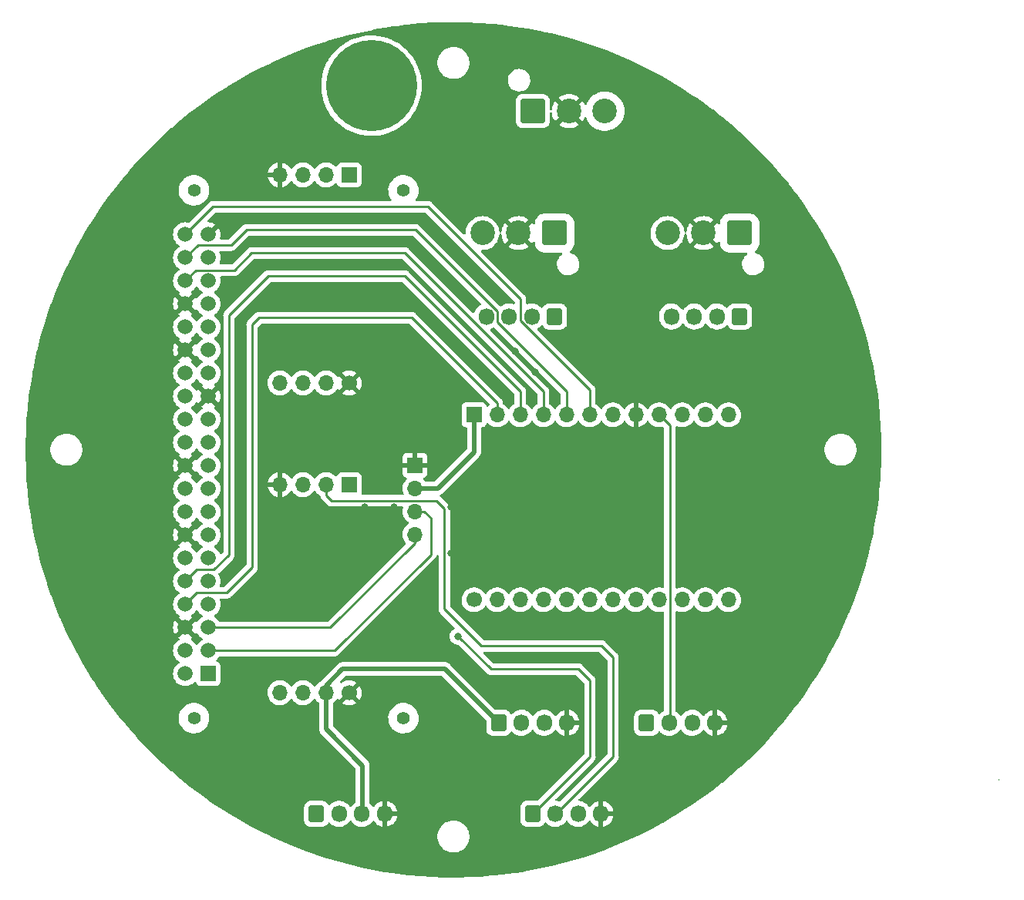
<source format=gbr>
%TF.GenerationSoftware,KiCad,Pcbnew,(6.0.4)*%
%TF.CreationDate,2022-05-02T15:33:22+09:00*%
%TF.ProjectId,0425,30343235-2e6b-4696-9361-645f70636258,rev?*%
%TF.SameCoordinates,Original*%
%TF.FileFunction,Copper,L2,Bot*%
%TF.FilePolarity,Positive*%
%FSLAX46Y46*%
G04 Gerber Fmt 4.6, Leading zero omitted, Abs format (unit mm)*
G04 Created by KiCad (PCBNEW (6.0.4)) date 2022-05-02 15:33:22*
%MOMM*%
%LPD*%
G01*
G04 APERTURE LIST*
G04 Aperture macros list*
%AMRoundRect*
0 Rectangle with rounded corners*
0 $1 Rounding radius*
0 $2 $3 $4 $5 $6 $7 $8 $9 X,Y pos of 4 corners*
0 Add a 4 corners polygon primitive as box body*
4,1,4,$2,$3,$4,$5,$6,$7,$8,$9,$2,$3,0*
0 Add four circle primitives for the rounded corners*
1,1,$1+$1,$2,$3*
1,1,$1+$1,$4,$5*
1,1,$1+$1,$6,$7*
1,1,$1+$1,$8,$9*
0 Add four rect primitives between the rounded corners*
20,1,$1+$1,$2,$3,$4,$5,0*
20,1,$1+$1,$4,$5,$6,$7,0*
20,1,$1+$1,$6,$7,$8,$9,0*
20,1,$1+$1,$8,$9,$2,$3,0*%
G04 Aperture macros list end*
%TA.AperFunction,NonConductor*%
%ADD10C,0.200000*%
%TD*%
%TA.AperFunction,ComponentPad*%
%ADD11R,1.700000X1.700000*%
%TD*%
%TA.AperFunction,ComponentPad*%
%ADD12O,1.700000X1.700000*%
%TD*%
%TA.AperFunction,ComponentPad*%
%ADD13C,1.700000*%
%TD*%
%TA.AperFunction,ComponentPad*%
%ADD14RoundRect,0.250001X-1.099999X-1.099999X1.099999X-1.099999X1.099999X1.099999X-1.099999X1.099999X0*%
%TD*%
%TA.AperFunction,ComponentPad*%
%ADD15C,2.700000*%
%TD*%
%TA.AperFunction,ComponentPad*%
%ADD16RoundRect,0.250001X1.099999X1.099999X-1.099999X1.099999X-1.099999X-1.099999X1.099999X-1.099999X0*%
%TD*%
%TA.AperFunction,ComponentPad*%
%ADD17RoundRect,0.250000X-0.600000X-0.675000X0.600000X-0.675000X0.600000X0.675000X-0.600000X0.675000X0*%
%TD*%
%TA.AperFunction,ComponentPad*%
%ADD18O,1.700000X1.850000*%
%TD*%
%TA.AperFunction,ComponentPad*%
%ADD19RoundRect,0.250000X0.600000X0.675000X-0.600000X0.675000X-0.600000X-0.675000X0.600000X-0.675000X0*%
%TD*%
%TA.AperFunction,ComponentPad*%
%ADD20R,1.665000X1.665000*%
%TD*%
%TA.AperFunction,ComponentPad*%
%ADD21C,1.665000*%
%TD*%
%TA.AperFunction,ComponentPad*%
%ADD22C,1.400000*%
%TD*%
%TA.AperFunction,WasherPad*%
%ADD23C,10.000000*%
%TD*%
%TA.AperFunction,ViaPad*%
%ADD24C,0.800000*%
%TD*%
%TA.AperFunction,Conductor*%
%ADD25C,0.500000*%
%TD*%
%TA.AperFunction,Conductor*%
%ADD26C,0.250000*%
%TD*%
G04 APERTURE END LIST*
D10*
X202400001Y-113800000D02*
G75*
G03*
X202400001Y-113800000I-1J0D01*
G01*
X202400001Y-113800000D02*
G75*
G03*
X202400001Y-113800000I-1J0D01*
G01*
X202400001Y-113800000D02*
G75*
G03*
X202400001Y-113800000I-1J0D01*
G01*
D11*
%TO.P,J10,1,Pin_1*%
%TO.N,GND*%
X138270000Y-79190000D03*
D12*
%TO.P,J10,2,Pin_2*%
%TO.N,+5V*%
X138270000Y-81730000D03*
%TO.P,J10,3,Pin_3*%
%TO.N,/SDA*%
X138270000Y-84270000D03*
%TO.P,J10,4,Pin_4*%
%TO.N,/SCL*%
X138270000Y-86810000D03*
%TD*%
D11*
%TO.P,J9,1,VCC*%
%TO.N,+5V*%
X144760000Y-73660000D03*
D12*
%TO.P,J9,2,RX-IN*%
%TO.N,/RX-IN*%
X147300000Y-73660000D03*
%TO.P,J9,3,TX*%
%TO.N,/TX-IN*%
X149840000Y-73660000D03*
%TO.P,J9,4,S1*%
%TO.N,/S1*%
X152380000Y-73660000D03*
%TO.P,J9,5,S2*%
%TO.N,/S2*%
X154920000Y-73660000D03*
%TO.P,J9,6,S3*%
%TO.N,/S3*%
X157460000Y-73660000D03*
%TO.P,J9,7,EN*%
%TO.N,unconnected-(J9-Pad7)*%
X160000000Y-73660000D03*
%TO.P,J9,8,GND*%
%TO.N,GND*%
X162540000Y-73660000D03*
%TO.P,J9,9,RX-P8*%
%TO.N,/RX-P8*%
X165080000Y-73660000D03*
%TO.P,J9,10,TX*%
%TO.N,/TX-P8*%
X167620000Y-73660000D03*
%TO.P,J9,11,RX-P7*%
%TO.N,/RX-P7*%
X170160000Y-73660000D03*
%TO.P,J9,12,TX*%
%TO.N,/TX-P7*%
X172700000Y-73660000D03*
D13*
%TO.P,J9,13,RX-P1*%
%TO.N,/RX-P1*%
X144760000Y-93980000D03*
D12*
%TO.P,J9,14,TX*%
%TO.N,/TX-P1*%
X147300000Y-93980000D03*
%TO.P,J9,15,RX-P2*%
%TO.N,/RX-P2*%
X149840000Y-93980000D03*
%TO.P,J9,16,TX*%
%TO.N,/TX-P2*%
X152380000Y-93980000D03*
%TO.P,J9,17,RX-P3*%
%TO.N,/RX-P3*%
X154920000Y-93980000D03*
%TO.P,J9,18,TX*%
%TO.N,/TX-P3*%
X157460000Y-93980000D03*
%TO.P,J9,19,RX-P4*%
%TO.N,/RX-P4*%
X160000000Y-93980000D03*
%TO.P,J9,20,TX*%
%TO.N,/TX-P4*%
X162540000Y-93980000D03*
%TO.P,J9,21,RX-P5*%
%TO.N,/RX-P5*%
X165080000Y-93980000D03*
%TO.P,J9,22,TX*%
%TO.N,/TX-P5*%
X167620000Y-93980000D03*
%TO.P,J9,23,RX-P6*%
%TO.N,/RX-P6*%
X170160000Y-93980000D03*
%TO.P,J9,24,TX*%
%TO.N,/TX-P6*%
X172700000Y-93980000D03*
%TD*%
D14*
%TO.P,J3,1,Pin_1*%
%TO.N,+5V*%
X151202500Y-40290000D03*
D15*
%TO.P,J3,2,Pin_2*%
%TO.N,GND*%
X155162500Y-40290000D03*
%TO.P,J3,3,Pin_3*%
%TO.N,+12V*%
X159122500Y-40290000D03*
%TD*%
D16*
%TO.P,J2,1,Pin_1*%
%TO.N,+12V*%
X173917500Y-53690000D03*
D15*
%TO.P,J2,2,Pin_2*%
%TO.N,GND*%
X169957500Y-53690000D03*
%TO.P,J2,3,Pin_3*%
%TO.N,+5V*%
X165997500Y-53690000D03*
%TD*%
D16*
%TO.P,J1,1,Pin_1*%
%TO.N,+12V*%
X153597500Y-53690000D03*
D15*
%TO.P,J1,2,Pin_2*%
%TO.N,GND*%
X149637500Y-53690000D03*
%TO.P,J1,3,Pin_3*%
%TO.N,+5V*%
X145677500Y-53690000D03*
%TD*%
D17*
%TO.P,J6,1,Pin_1*%
%TO.N,+5V*%
X147460000Y-107500000D03*
D18*
%TO.P,J6,2,Pin_2*%
%TO.N,/RX-P3*%
X149960000Y-107500000D03*
%TO.P,J6,3,Pin_3*%
%TO.N,/TX-P3*%
X152460000Y-107500000D03*
%TO.P,J6,4,Pin_4*%
%TO.N,GND*%
X154960000Y-107500000D03*
%TD*%
D17*
%TO.P,Oxyzen_Sensor_2,1,Pin_1*%
%TO.N,Net-(Oxyzen_Sensor_2-Pad1)*%
X151200000Y-117500000D03*
D18*
%TO.P,Oxyzen_Sensor_2,2,Pin_2*%
%TO.N,Net-(Oxyzen_Sensor_2-Pad2)*%
X153700000Y-117500000D03*
%TO.P,Oxyzen_Sensor_2,3,Pin_3*%
%TO.N,+5V*%
X156200000Y-117500000D03*
%TO.P,Oxyzen_Sensor_2,4,Pin_4*%
%TO.N,GND*%
X158700000Y-117500000D03*
%TD*%
D19*
%TO.P,J5,1,Pin_1*%
%TO.N,/TX-P6*%
X173930000Y-62850000D03*
D18*
%TO.P,J5,2,Pin_2*%
%TO.N,/RX-P6*%
X171430000Y-62850000D03*
%TO.P,J5,3,Pin_3*%
%TO.N,/TX-P7*%
X168930000Y-62850000D03*
%TO.P,J5,4,Pin_4*%
%TO.N,/RX-P7*%
X166430000Y-62850000D03*
%TD*%
D20*
%TO.P,J8,1,Pin_1*%
%TO.N,unconnected-(J8-Pad1)*%
X115590000Y-102110000D03*
D21*
%TO.P,J8,2,Pin_2*%
%TO.N,+5V*%
X113050000Y-102110000D03*
%TO.P,J8,3,Pin_3*%
%TO.N,/SDA*%
X115590000Y-99570000D03*
%TO.P,J8,4,Pin_4*%
%TO.N,+5V*%
X113050000Y-99570000D03*
%TO.P,J8,5,Pin_5*%
%TO.N,/SCL*%
X115590000Y-97030000D03*
%TO.P,J8,6,Pin_6*%
%TO.N,GND*%
X113050000Y-97030000D03*
%TO.P,J8,7,Pin_7*%
%TO.N,unconnected-(J8-Pad7)*%
X115590000Y-94490000D03*
%TO.P,J8,8,Pin_8*%
%TO.N,/RX-IN*%
X113050000Y-94490000D03*
%TO.P,J8,9,Pin_9*%
%TO.N,GND*%
X115590000Y-91950000D03*
%TO.P,J8,10,Pin_10*%
%TO.N,/TX-IN*%
X113050000Y-91950000D03*
%TO.P,J8,11,Pin_11*%
%TO.N,unconnected-(J8-Pad11)*%
X115590000Y-89410000D03*
%TO.P,J8,12,Pin_12*%
%TO.N,unconnected-(J8-Pad12)*%
X113050000Y-89410000D03*
%TO.P,J8,13,Pin_13*%
%TO.N,unconnected-(J8-Pad13)*%
X115590000Y-86870000D03*
%TO.P,J8,14,Pin_14*%
%TO.N,GND*%
X113050000Y-86870000D03*
%TO.P,J8,15,Pin_15*%
%TO.N,unconnected-(J8-Pad15)*%
X115590000Y-84330000D03*
%TO.P,J8,16,Pin_16*%
%TO.N,unconnected-(J8-Pad16)*%
X113050000Y-84330000D03*
%TO.P,J8,17,Pin_17*%
%TO.N,unconnected-(J8-Pad17)*%
X115590000Y-81790000D03*
%TO.P,J8,18,Pin_18*%
%TO.N,unconnected-(J8-Pad18)*%
X113050000Y-81790000D03*
%TO.P,J8,19,Pin_19*%
%TO.N,unconnected-(J8-Pad19)*%
X115590000Y-79250000D03*
%TO.P,J8,20,Pin_20*%
%TO.N,GND*%
X113050000Y-79250000D03*
%TO.P,J8,21,Pin_21*%
%TO.N,unconnected-(J8-Pad21)*%
X115590000Y-76710000D03*
%TO.P,J8,22,Pin_22*%
%TO.N,unconnected-(J8-Pad22)*%
X113050000Y-76710000D03*
%TO.P,J8,23,Pin_23*%
%TO.N,unconnected-(J8-Pad23)*%
X115590000Y-74170000D03*
%TO.P,J8,24,Pin_24*%
%TO.N,unconnected-(J8-Pad24)*%
X113050000Y-74170000D03*
%TO.P,J8,25,Pin_25*%
%TO.N,GND*%
X115590000Y-71630000D03*
%TO.P,J8,26,Pin_26*%
%TO.N,unconnected-(J8-Pad26)*%
X113050000Y-71630000D03*
%TO.P,J8,27,Pin_27*%
%TO.N,unconnected-(J8-Pad27)*%
X115590000Y-69090000D03*
%TO.P,J8,28,Pin_28*%
%TO.N,unconnected-(J8-Pad28)*%
X113050000Y-69090000D03*
%TO.P,J8,29,Pin_29*%
%TO.N,unconnected-(J8-Pad29)*%
X115590000Y-66550000D03*
%TO.P,J8,30,Pin_30*%
%TO.N,GND*%
X113050000Y-66550000D03*
%TO.P,J8,31,Pin_31*%
%TO.N,unconnected-(J8-Pad31)*%
X115590000Y-64010000D03*
%TO.P,J8,32,Pin_32*%
%TO.N,unconnected-(J8-Pad32)*%
X113050000Y-64010000D03*
%TO.P,J8,33,Pin_33*%
%TO.N,unconnected-(J8-Pad33)*%
X115590000Y-61470000D03*
%TO.P,J8,34,Pin_34*%
%TO.N,GND*%
X113050000Y-61470000D03*
%TO.P,J8,35,Pin_35*%
%TO.N,unconnected-(J8-Pad35)*%
X115590000Y-58930000D03*
%TO.P,J8,36,Pin_36*%
%TO.N,/S1*%
X113050000Y-58930000D03*
%TO.P,J8,37,Pin_37*%
%TO.N,unconnected-(J8-Pad37)*%
X115590000Y-56390000D03*
%TO.P,J8,38,Pin_38*%
%TO.N,/S2*%
X113050000Y-56390000D03*
%TO.P,J8,39,Pin_39*%
%TO.N,GND*%
X115590000Y-53850000D03*
%TO.P,J8,40,Pin_40*%
%TO.N,/S3*%
X113050000Y-53850000D03*
D22*
%TO.P,J8,MH1,MH1*%
%TO.N,unconnected-(J8-PadMH1)*%
X114010000Y-106980000D03*
%TO.P,J8,MH2,MH2*%
%TO.N,unconnected-(J8-PadMH2)*%
X137010000Y-106980000D03*
%TO.P,J8,MH3,MH3*%
%TO.N,unconnected-(J8-PadMH3)*%
X137010000Y-48980000D03*
%TO.P,J8,MH4,MH4*%
%TO.N,unconnected-(J8-PadMH4)*%
X114010000Y-48980000D03*
%TD*%
D19*
%TO.P,J4,1,Pin_1*%
%TO.N,/TX-P4*%
X153610000Y-62850000D03*
D18*
%TO.P,J4,2,Pin_2*%
%TO.N,/RX-P4*%
X151110000Y-62850000D03*
%TO.P,J4,3,Pin_3*%
%TO.N,/TX-P5*%
X148610000Y-62850000D03*
%TO.P,J4,4,Pin_4*%
%TO.N,/RX-P5*%
X146110000Y-62850000D03*
%TD*%
D17*
%TO.P,Oxyzen_Sensor_1,1,Pin_1*%
%TO.N,Net-(Oxyzen_Sensor_1-Pad1)*%
X127460000Y-117500000D03*
D18*
%TO.P,Oxyzen_Sensor_1,2,Pin_2*%
%TO.N,Net-(Oxyzen_Sensor_1-Pad2)*%
X129960000Y-117500000D03*
%TO.P,Oxyzen_Sensor_1,3,Pin_3*%
%TO.N,+5V*%
X132460000Y-117500000D03*
%TO.P,Oxyzen_Sensor_1,4,Pin_4*%
%TO.N,GND*%
X134960000Y-117500000D03*
%TD*%
D17*
%TO.P,J7,1,Pin_1*%
%TO.N,+5V*%
X163700000Y-107500000D03*
D18*
%TO.P,J7,2,Pin_2*%
%TO.N,/RX-P8*%
X166200000Y-107500000D03*
%TO.P,J7,3,Pin_3*%
%TO.N,/TX-P8*%
X168700000Y-107500000D03*
%TO.P,J7,4,Pin_4*%
%TO.N,GND*%
X171200000Y-107500000D03*
%TD*%
D23*
%TO.P,H5,*%
%TO.N,*%
X133500000Y-37500000D03*
%TD*%
D13*
%TO.P,Rs232_to_ttl1,1,GND*%
%TO.N,GND*%
X131064000Y-70164000D03*
D12*
%TO.P,Rs232_to_ttl1,2,VCC*%
%TO.N,+5V*%
X128524000Y-70164000D03*
%TO.P,Rs232_to_ttl1,3,RX*%
%TO.N,/RX-P1*%
X125984000Y-70164000D03*
%TO.P,Rs232_to_ttl1,4,TX*%
%TO.N,/TX-P1*%
X123444000Y-70164000D03*
%TO.P,Rs232_to_ttl1,5,GND*%
%TO.N,GND*%
X123444000Y-47304000D03*
%TO.P,Rs232_to_ttl1,6,VCC*%
%TO.N,unconnected-(Rs232_to_ttl1-Pad6)*%
X125984000Y-47304000D03*
%TO.P,Rs232_to_ttl1,7,RX*%
%TO.N,Net-(Oxyzen_Sensor_1-Pad2)*%
X128524000Y-47304000D03*
D11*
%TO.P,Rs232_to_ttl1,8,TX*%
%TO.N,Net-(Oxyzen_Sensor_1-Pad1)*%
X131064000Y-47304000D03*
%TD*%
D13*
%TO.P,Rs232_to_ttl2,1,GND*%
%TO.N,GND*%
X131064000Y-104200000D03*
D12*
%TO.P,Rs232_to_ttl2,2,VCC*%
%TO.N,+5V*%
X128524000Y-104200000D03*
%TO.P,Rs232_to_ttl2,3,RX*%
%TO.N,/RX-P2*%
X125984000Y-104200000D03*
%TO.P,Rs232_to_ttl2,4,TX*%
%TO.N,/TX-P2*%
X123444000Y-104200000D03*
%TO.P,Rs232_to_ttl2,5,GND*%
%TO.N,GND*%
X123444000Y-81340000D03*
%TO.P,Rs232_to_ttl2,6,VCC*%
%TO.N,unconnected-(Rs232_to_ttl2-Pad6)*%
X125984000Y-81340000D03*
%TO.P,Rs232_to_ttl2,7,RX*%
%TO.N,Net-(Oxyzen_Sensor_2-Pad2)*%
X128524000Y-81340000D03*
D11*
%TO.P,Rs232_to_ttl2,8,TX*%
%TO.N,Net-(Oxyzen_Sensor_2-Pad1)*%
X131064000Y-81340000D03*
%TD*%
D24*
%TO.N,GND*%
X107442000Y-73406000D03*
X172085000Y-78105000D03*
X124206000Y-112522000D03*
X122555000Y-54610000D03*
X152400000Y-104775000D03*
X166250000Y-48750000D03*
X152400000Y-60960000D03*
X160000000Y-63250000D03*
X131750000Y-54500000D03*
X147320000Y-88900000D03*
X147320000Y-78105000D03*
X111760000Y-105410000D03*
X132715000Y-76835000D03*
X176500000Y-73750000D03*
X160020000Y-88900000D03*
X159000000Y-45500000D03*
X171450000Y-69215000D03*
X162250000Y-61000000D03*
X160020000Y-78105000D03*
X107442000Y-60452000D03*
X149860000Y-88900000D03*
X142240000Y-88900000D03*
X107442000Y-54610000D03*
X162250000Y-65750000D03*
X132715000Y-83820000D03*
X145750000Y-69000000D03*
X167640000Y-78105000D03*
X152400000Y-78105000D03*
X107442000Y-80010000D03*
X115570000Y-109220000D03*
X164500000Y-48750000D03*
X162560000Y-78105000D03*
X143000000Y-100965000D03*
X143510000Y-66675000D03*
X136000000Y-83820000D03*
X160020000Y-60960000D03*
X162750000Y-45500000D03*
X131750000Y-61000000D03*
X142240000Y-83820000D03*
X164500000Y-44000000D03*
X152400000Y-88900000D03*
X158500000Y-69000000D03*
X107442000Y-67310000D03*
X122555000Y-60960000D03*
X154940000Y-78105000D03*
X107442000Y-92964000D03*
X161500000Y-69000000D03*
X162250000Y-63250000D03*
X172085000Y-83820000D03*
X168000000Y-48750000D03*
X136500000Y-68500000D03*
X176530000Y-69250000D03*
X151500000Y-69000000D03*
X165100000Y-78105000D03*
X161000000Y-44000000D03*
X121158000Y-112522000D03*
X176530000Y-78000000D03*
X107442000Y-87122000D03*
X107442000Y-103886000D03*
X162750000Y-44000000D03*
X164500000Y-45500000D03*
X161000000Y-45500000D03*
X157750000Y-61000000D03*
X162560000Y-88900000D03*
X136000000Y-78000000D03*
X163830000Y-96520000D03*
X118110000Y-112522000D03*
X127000000Y-54610000D03*
X162750000Y-48750000D03*
X107442000Y-98552000D03*
X166750000Y-69250000D03*
X156500000Y-100330000D03*
X136500000Y-54610000D03*
X136500000Y-60960000D03*
X149860000Y-78105000D03*
X167640000Y-88900000D03*
X165100000Y-88900000D03*
X127000000Y-60960000D03*
X135255000Y-103505000D03*
X115570000Y-112522000D03*
X149225000Y-66675000D03*
X154940000Y-88900000D03*
X156500000Y-98000000D03*
X128524000Y-112522000D03*
%TO.N,Net-(Oxyzen_Sensor_2-Pad1)*%
X143000000Y-98000000D03*
%TD*%
D25*
%TO.N,+5V*%
X141560000Y-101600000D02*
X147460000Y-107500000D01*
X140770000Y-81730000D02*
X144760000Y-77740000D01*
X128524000Y-103408000D02*
X130332000Y-101600000D01*
X138270000Y-81730000D02*
X140770000Y-81730000D01*
X130332000Y-101600000D02*
X141560000Y-101600000D01*
X128524000Y-104200000D02*
X128524000Y-108204000D01*
X132540000Y-112220000D02*
X132540000Y-117500000D01*
X128524000Y-108204000D02*
X132540000Y-112220000D01*
X128524000Y-104200000D02*
X128524000Y-103408000D01*
X144760000Y-77740000D02*
X144760000Y-73660000D01*
D26*
%TO.N,/RX-P8*%
X166200000Y-107500000D02*
X166254511Y-107445489D01*
X166254511Y-107445489D02*
X166254511Y-74834511D01*
X166254511Y-74834511D02*
X165080000Y-73660000D01*
%TO.N,/SDA*%
X139270000Y-84270000D02*
X140000000Y-85000000D01*
X129430000Y-99570000D02*
X115590000Y-99570000D01*
X140000000Y-85000000D02*
X140000000Y-89000000D01*
X138270000Y-84270000D02*
X139270000Y-84270000D01*
X140000000Y-89000000D02*
X129430000Y-99570000D01*
%TO.N,/SCL*%
X138270000Y-86810000D02*
X138270000Y-87730000D01*
X138270000Y-87730000D02*
X128970000Y-97030000D01*
X128970000Y-97030000D02*
X115590000Y-97030000D01*
%TO.N,/RX-IN*%
X120396000Y-63754000D02*
X121158000Y-62992000D01*
X114322000Y-93218000D02*
X117602000Y-93218000D01*
X113050000Y-94490000D02*
X114322000Y-93218000D01*
X147300000Y-72380000D02*
X147300000Y-73660000D01*
X117602000Y-93218000D02*
X120396000Y-90424000D01*
X121158000Y-62992000D02*
X137912000Y-62992000D01*
X120396000Y-90424000D02*
X120396000Y-63754000D01*
X137912000Y-62992000D02*
X147300000Y-72380000D01*
%TO.N,/TX-IN*%
X149840000Y-71100000D02*
X149840000Y-73660000D01*
X137160000Y-58420000D02*
X149840000Y-71100000D01*
X114322000Y-90678000D02*
X116184240Y-90678000D01*
X113050000Y-91950000D02*
X114322000Y-90678000D01*
X122174000Y-58420000D02*
X137160000Y-58420000D01*
X117856000Y-62738000D02*
X122174000Y-58420000D01*
X117856000Y-89006240D02*
X117856000Y-62738000D01*
X116184240Y-90678000D02*
X117856000Y-89006240D01*
%TO.N,/S1*%
X120326495Y-55880000D02*
X137160000Y-55880000D01*
X113050000Y-58930000D02*
X114207011Y-57772989D01*
X114207011Y-57772989D02*
X118433506Y-57772989D01*
X152380000Y-71100000D02*
X152380000Y-73660000D01*
X137160000Y-55880000D02*
X152380000Y-71100000D01*
X118433506Y-57772989D02*
X120326495Y-55880000D01*
%TO.N,/S2*%
X154920000Y-73660000D02*
X154920000Y-71100000D01*
X114432989Y-55007011D02*
X113050000Y-56390000D01*
X119777011Y-53340000D02*
X118110000Y-55007011D01*
X147320000Y-62323978D02*
X138336022Y-53340000D01*
X138336022Y-53340000D02*
X119777011Y-53340000D01*
X118110000Y-55007011D02*
X114432989Y-55007011D01*
X154920000Y-71100000D02*
X147320000Y-63500000D01*
X147320000Y-63500000D02*
X147320000Y-62323978D01*
%TO.N,/S3*%
X139700000Y-50800000D02*
X116100000Y-50800000D01*
X116100000Y-50800000D02*
X113050000Y-53850000D01*
X157460000Y-73660000D02*
X157460000Y-70936022D01*
X149860000Y-63336022D02*
X149860000Y-60960000D01*
X157460000Y-70936022D02*
X149860000Y-63336022D01*
X149860000Y-60960000D02*
X139700000Y-50800000D01*
%TO.N,Net-(Oxyzen_Sensor_2-Pad1)*%
X157480000Y-102870000D02*
X157480000Y-111220000D01*
X146600000Y-101600000D02*
X156210000Y-101600000D01*
X143000000Y-98000000D02*
X146600000Y-101600000D01*
X157480000Y-111220000D02*
X151200000Y-117500000D01*
X156210000Y-101600000D02*
X157480000Y-102870000D01*
%TO.N,Net-(Oxyzen_Sensor_2-Pad2)*%
X129095489Y-83095489D02*
X140595489Y-83095489D01*
X160020000Y-100330000D02*
X160020000Y-111220000D01*
X140595489Y-83095489D02*
X141500000Y-84000000D01*
X141500000Y-95000000D02*
X145560000Y-99060000D01*
X128524000Y-81340000D02*
X128524000Y-82524000D01*
X128524000Y-82524000D02*
X129095489Y-83095489D01*
X145560000Y-99060000D02*
X158750000Y-99060000D01*
X160020000Y-111220000D02*
X153740000Y-117500000D01*
X158750000Y-99060000D02*
X160020000Y-100330000D01*
X141500000Y-84000000D02*
X141500000Y-95000000D01*
%TD*%
%TA.AperFunction,Conductor*%
%TO.N,GND*%
G36*
X142829822Y-30509682D02*
G01*
X143216107Y-30517773D01*
X144138193Y-30537089D01*
X144141709Y-30537211D01*
X145172622Y-30587631D01*
X145448873Y-30601142D01*
X145452369Y-30601361D01*
X146757235Y-30701765D01*
X146760690Y-30702080D01*
X147928211Y-30824791D01*
X148062248Y-30838879D01*
X148065743Y-30839296D01*
X149362928Y-31012378D01*
X149366385Y-31012888D01*
X149982796Y-31112725D01*
X150658252Y-31222125D01*
X150661717Y-31222736D01*
X151947205Y-31467957D01*
X151950652Y-31468664D01*
X152571215Y-31605103D01*
X153228877Y-31749699D01*
X153232257Y-31750493D01*
X154502054Y-32067089D01*
X154505435Y-32067981D01*
X155765988Y-32419933D01*
X155769341Y-32420921D01*
X156752297Y-32725197D01*
X157019486Y-32807906D01*
X157022825Y-32808991D01*
X158261720Y-33230745D01*
X158264981Y-33231906D01*
X158865179Y-33455117D01*
X159491656Y-33688102D01*
X159494936Y-33689375D01*
X160708288Y-34179601D01*
X160711532Y-34180964D01*
X161910838Y-34704928D01*
X161913971Y-34706350D01*
X163098133Y-35263574D01*
X163101243Y-35265090D01*
X163882481Y-35659722D01*
X164269404Y-35855171D01*
X164272522Y-35856801D01*
X165423743Y-36479263D01*
X165426784Y-36480964D01*
X166560126Y-37135299D01*
X166563148Y-37137100D01*
X167677820Y-37822851D01*
X167680791Y-37824737D01*
X168775827Y-38541309D01*
X168778744Y-38543276D01*
X169246792Y-38868577D01*
X169853406Y-39290185D01*
X169856217Y-39292197D01*
X170715333Y-39925592D01*
X170909630Y-40068840D01*
X170912432Y-40070968D01*
X170985085Y-40127731D01*
X171780114Y-40748875D01*
X171943653Y-40876646D01*
X171946386Y-40878843D01*
X172056065Y-40969577D01*
X172954773Y-41713054D01*
X172957453Y-41715335D01*
X173379055Y-42084419D01*
X173788093Y-42442504D01*
X173942116Y-42577341D01*
X173944720Y-42579685D01*
X174422516Y-43022129D01*
X174904958Y-43468875D01*
X174907506Y-43471302D01*
X175842547Y-44386963D01*
X175845026Y-44389459D01*
X176754120Y-45330853D01*
X176756528Y-45333418D01*
X177638966Y-46299810D01*
X177641302Y-46302441D01*
X178496416Y-47293101D01*
X178498678Y-47295796D01*
X178510002Y-47309681D01*
X179296508Y-48274031D01*
X179325818Y-48309969D01*
X179327995Y-48312716D01*
X179388779Y-48391645D01*
X180126501Y-49349598D01*
X180128608Y-49352415D01*
X180897831Y-50411160D01*
X180899859Y-50414035D01*
X181639230Y-51493858D01*
X181641177Y-51496789D01*
X182350092Y-52596810D01*
X182351957Y-52599794D01*
X183029900Y-53719210D01*
X183031680Y-53722244D01*
X183131969Y-53898784D01*
X183647707Y-54806647D01*
X183678103Y-54860154D01*
X183679787Y-54863219D01*
X183916535Y-55308475D01*
X184294170Y-56018704D01*
X184295779Y-56021833D01*
X184877684Y-57194074D01*
X184879204Y-57197247D01*
X184954704Y-57360643D01*
X185421712Y-58371340D01*
X185428133Y-58385237D01*
X185429554Y-58388428D01*
X185861136Y-59395383D01*
X185945109Y-59591307D01*
X185946450Y-59594560D01*
X186428222Y-60811378D01*
X186429471Y-60814667D01*
X186877077Y-62044456D01*
X186878206Y-62047697D01*
X187190184Y-62985539D01*
X187291303Y-63289514D01*
X187292367Y-63292868D01*
X187670618Y-64545695D01*
X187671588Y-64549077D01*
X187854490Y-65222266D01*
X188012881Y-65805240D01*
X188014715Y-65811992D01*
X188015589Y-65815396D01*
X188037498Y-65905958D01*
X188323313Y-67087377D01*
X188324093Y-67090808D01*
X188596192Y-68370933D01*
X188596875Y-68374385D01*
X188809250Y-69531520D01*
X188833114Y-69661546D01*
X188833697Y-69664992D01*
X188909495Y-70154617D01*
X189033916Y-70958331D01*
X189034405Y-70961815D01*
X189198421Y-72260136D01*
X189198814Y-72263633D01*
X189222394Y-72504118D01*
X189323808Y-73538414D01*
X189326524Y-73566117D01*
X189326817Y-73569607D01*
X189336606Y-73709599D01*
X189418107Y-74875123D01*
X189418303Y-74878636D01*
X189473104Y-76186135D01*
X189473203Y-76189652D01*
X189491475Y-77498241D01*
X189491475Y-77501759D01*
X189473203Y-78810348D01*
X189473104Y-78813865D01*
X189418303Y-80121364D01*
X189418107Y-80124877D01*
X189382292Y-80637054D01*
X189335467Y-81306695D01*
X189326818Y-81430377D01*
X189326525Y-81433868D01*
X189266915Y-82041819D01*
X189198814Y-82736367D01*
X189198421Y-82739864D01*
X189034405Y-84038185D01*
X189033916Y-84041669D01*
X188969199Y-84459715D01*
X188835495Y-85323399D01*
X188833701Y-85334985D01*
X188833118Y-85338430D01*
X188676333Y-86192685D01*
X188596875Y-86625615D01*
X188596192Y-86629067D01*
X188324093Y-87909192D01*
X188323313Y-87912623D01*
X188136358Y-88685405D01*
X188017611Y-89176248D01*
X188015590Y-89184600D01*
X188014716Y-89188004D01*
X187969312Y-89355119D01*
X187671588Y-90450923D01*
X187670618Y-90454305D01*
X187292367Y-91707132D01*
X187291303Y-91710486D01*
X186914035Y-92844598D01*
X186878216Y-92952273D01*
X186877077Y-92955544D01*
X186484222Y-94034905D01*
X186429471Y-94185333D01*
X186428222Y-94188622D01*
X186070024Y-95093327D01*
X185971019Y-95343387D01*
X185946450Y-95405440D01*
X185945110Y-95408690D01*
X185447544Y-96569599D01*
X185429564Y-96611549D01*
X185428143Y-96614740D01*
X185164131Y-97186115D01*
X184879204Y-97802753D01*
X184877684Y-97805926D01*
X184295779Y-98978167D01*
X184294170Y-98981296D01*
X183682081Y-100132469D01*
X183679798Y-100136762D01*
X183678113Y-100139827D01*
X183261109Y-100873888D01*
X183031680Y-101277756D01*
X183029900Y-101280790D01*
X182351957Y-102400206D01*
X182350092Y-102403190D01*
X181885671Y-103123831D01*
X181643493Y-103499618D01*
X181641177Y-103503211D01*
X181639231Y-103506140D01*
X181605201Y-103555840D01*
X180899859Y-104585965D01*
X180897831Y-104588840D01*
X180128608Y-105647585D01*
X180126501Y-105650402D01*
X179684737Y-106224045D01*
X179330334Y-106684248D01*
X179328004Y-106687273D01*
X179325827Y-106690019D01*
X178812229Y-107319753D01*
X178498678Y-107704204D01*
X178496416Y-107706899D01*
X177641302Y-108697559D01*
X177638966Y-108700190D01*
X176756528Y-109666582D01*
X176754120Y-109669147D01*
X175845026Y-110610541D01*
X175842547Y-110613037D01*
X174907506Y-111528698D01*
X174904962Y-111531121D01*
X174088612Y-112287070D01*
X173944731Y-112420305D01*
X173942128Y-112422648D01*
X173814725Y-112534181D01*
X172957453Y-113284665D01*
X172954773Y-113286946D01*
X172015346Y-114064109D01*
X171946395Y-114121150D01*
X171943653Y-114123354D01*
X170912432Y-114929032D01*
X170909630Y-114931160D01*
X169856217Y-115707803D01*
X169853406Y-115709815D01*
X169304753Y-116091139D01*
X168778744Y-116456724D01*
X168775827Y-116458691D01*
X167680791Y-117175263D01*
X167677820Y-117177149D01*
X167112684Y-117524823D01*
X166711187Y-117771826D01*
X166563148Y-117862900D01*
X166560136Y-117864695D01*
X165508223Y-118472018D01*
X165426799Y-118519028D01*
X165423743Y-118520737D01*
X164672089Y-118927154D01*
X164272522Y-119143199D01*
X164269404Y-119144829D01*
X163101243Y-119734910D01*
X163098133Y-119736426D01*
X161913971Y-120293650D01*
X161910838Y-120295072D01*
X161088747Y-120654235D01*
X160711532Y-120819036D01*
X160708288Y-120820399D01*
X159494936Y-121310625D01*
X159491656Y-121311898D01*
X159152401Y-121438066D01*
X158264981Y-121768094D01*
X158261720Y-121769255D01*
X157022832Y-122191007D01*
X157019492Y-122192092D01*
X155769341Y-122579079D01*
X155765988Y-122580067D01*
X154505435Y-122932019D01*
X154502054Y-122932911D01*
X153232257Y-123249507D01*
X153228877Y-123250301D01*
X152701537Y-123366244D01*
X151950652Y-123531336D01*
X151947205Y-123532043D01*
X150661717Y-123777264D01*
X150658252Y-123777875D01*
X150012324Y-123882493D01*
X149366385Y-123987112D01*
X149362928Y-123987622D01*
X148275788Y-124132678D01*
X148065741Y-124160704D01*
X148062245Y-124161121D01*
X146760690Y-124297920D01*
X146757235Y-124298235D01*
X145452369Y-124398639D01*
X145448873Y-124398858D01*
X145172622Y-124412369D01*
X144141709Y-124462789D01*
X144138193Y-124462911D01*
X143216107Y-124482227D01*
X142829822Y-124490318D01*
X142826328Y-124490343D01*
X142208762Y-124486031D01*
X141517631Y-124481206D01*
X141514114Y-124481132D01*
X140206232Y-124435460D01*
X140202717Y-124435288D01*
X138896611Y-124353114D01*
X138893103Y-124352844D01*
X137707174Y-124244917D01*
X137589823Y-124234237D01*
X137586338Y-124233872D01*
X136976234Y-124161121D01*
X136286795Y-124078910D01*
X136283308Y-124078444D01*
X135895823Y-124021226D01*
X134988670Y-123887269D01*
X134985269Y-123886719D01*
X133696377Y-123659452D01*
X133692922Y-123658792D01*
X132411004Y-123395652D01*
X132407568Y-123394897D01*
X131133447Y-123096055D01*
X131130033Y-123095204D01*
X129864763Y-122760905D01*
X129861374Y-122759959D01*
X128605903Y-122390454D01*
X128602542Y-122389413D01*
X127357924Y-121985012D01*
X127354593Y-121983878D01*
X126121751Y-121544883D01*
X126118453Y-121543657D01*
X124898312Y-121070395D01*
X124895050Y-121069077D01*
X123688606Y-120561935D01*
X123685382Y-120560526D01*
X122687034Y-120107655D01*
X140739858Y-120107655D01*
X140775104Y-120366638D01*
X140776412Y-120371124D01*
X140776412Y-120371126D01*
X140796098Y-120438664D01*
X140848243Y-120617567D01*
X140957668Y-120854928D01*
X140960231Y-120858837D01*
X141098410Y-121069596D01*
X141098414Y-121069601D01*
X141100976Y-121073509D01*
X141275018Y-121268506D01*
X141475970Y-121435637D01*
X141479973Y-121438066D01*
X141695422Y-121568804D01*
X141695426Y-121568806D01*
X141699419Y-121571229D01*
X141940455Y-121672303D01*
X142193783Y-121736641D01*
X142198434Y-121737109D01*
X142198438Y-121737110D01*
X142391308Y-121756531D01*
X142410867Y-121758500D01*
X142566354Y-121758500D01*
X142568679Y-121758327D01*
X142568685Y-121758327D01*
X142756000Y-121744407D01*
X142756004Y-121744406D01*
X142760652Y-121744061D01*
X142765200Y-121743032D01*
X142765206Y-121743031D01*
X142951601Y-121700853D01*
X143015577Y-121686377D01*
X143051769Y-121672303D01*
X143254824Y-121593340D01*
X143254827Y-121593339D01*
X143259177Y-121591647D01*
X143486098Y-121461951D01*
X143691357Y-121300138D01*
X143870443Y-121109763D01*
X144019424Y-120895009D01*
X144056218Y-120820399D01*
X144132960Y-120664781D01*
X144132961Y-120664778D01*
X144135025Y-120660593D01*
X144166606Y-120561935D01*
X144213280Y-120416123D01*
X144214707Y-120411665D01*
X144256721Y-120153693D01*
X144260142Y-119892345D01*
X144224896Y-119633362D01*
X144210473Y-119583877D01*
X144203902Y-119561336D01*
X144151757Y-119382433D01*
X144042332Y-119145072D01*
X144000258Y-119080899D01*
X143901590Y-118930404D01*
X143901586Y-118930399D01*
X143899024Y-118926491D01*
X143724982Y-118731494D01*
X143524030Y-118564363D01*
X143416226Y-118498946D01*
X143304578Y-118431196D01*
X143304574Y-118431194D01*
X143300581Y-118428771D01*
X143059545Y-118327697D01*
X142806217Y-118263359D01*
X142801566Y-118262891D01*
X142801562Y-118262890D01*
X142592271Y-118241816D01*
X142589133Y-118241500D01*
X142433646Y-118241500D01*
X142431321Y-118241673D01*
X142431315Y-118241673D01*
X142244000Y-118255593D01*
X142243996Y-118255594D01*
X142239348Y-118255939D01*
X142234800Y-118256968D01*
X142234794Y-118256969D01*
X142048399Y-118299147D01*
X141984423Y-118313623D01*
X141980071Y-118315315D01*
X141980069Y-118315316D01*
X141745176Y-118406660D01*
X141745173Y-118406661D01*
X141740823Y-118408353D01*
X141736769Y-118410670D01*
X141736767Y-118410671D01*
X141658914Y-118455168D01*
X141513902Y-118538049D01*
X141308643Y-118699862D01*
X141129557Y-118890237D01*
X140980576Y-119104991D01*
X140978510Y-119109181D01*
X140978508Y-119109184D01*
X140961322Y-119144035D01*
X140864975Y-119339407D01*
X140863553Y-119343850D01*
X140863552Y-119343852D01*
X140786720Y-119583877D01*
X140785293Y-119588335D01*
X140743279Y-119846307D01*
X140743218Y-119850980D01*
X140741007Y-120019911D01*
X140739858Y-120107655D01*
X122687034Y-120107655D01*
X122493590Y-120019905D01*
X122490419Y-120018413D01*
X122222441Y-119887711D01*
X121314173Y-119444719D01*
X121311033Y-119443133D01*
X120151249Y-118836813D01*
X120148154Y-118835139D01*
X119005791Y-118196694D01*
X119002744Y-118194935D01*
X117878621Y-117524823D01*
X117875624Y-117522979D01*
X117327711Y-117175263D01*
X116770664Y-116821750D01*
X116767754Y-116819846D01*
X115859163Y-116206994D01*
X115682769Y-116088015D01*
X115679880Y-116086007D01*
X114615803Y-115324203D01*
X114612970Y-115322115D01*
X113570539Y-114530866D01*
X113567767Y-114528700D01*
X113063618Y-114123354D01*
X112547834Y-113708653D01*
X112545168Y-113706447D01*
X111548505Y-112858221D01*
X111545872Y-112855915D01*
X111188551Y-112534181D01*
X110573357Y-111980259D01*
X110570778Y-111977871D01*
X109623042Y-111075354D01*
X109620528Y-111072892D01*
X108698381Y-110144285D01*
X108695937Y-110141754D01*
X108446010Y-109875608D01*
X107800092Y-109187776D01*
X107797720Y-109185179D01*
X107577108Y-108936698D01*
X106928808Y-108206499D01*
X106926545Y-108203877D01*
X106085320Y-107201344D01*
X106083099Y-107198621D01*
X105840325Y-106892316D01*
X112336880Y-106892316D01*
X112336993Y-106897094D01*
X112341125Y-107072422D01*
X112342868Y-107146402D01*
X112387220Y-107396659D01*
X112468916Y-107637328D01*
X112586076Y-107862870D01*
X112736004Y-108068096D01*
X112739378Y-108071488D01*
X112739380Y-108071490D01*
X112818791Y-108151318D01*
X112915249Y-108248282D01*
X112919095Y-108251123D01*
X112919100Y-108251127D01*
X113064057Y-108358194D01*
X113119686Y-108399282D01*
X113123916Y-108401508D01*
X113123920Y-108401510D01*
X113340384Y-108515397D01*
X113340389Y-108515399D01*
X113344612Y-108517621D01*
X113584850Y-108600576D01*
X113834871Y-108646238D01*
X113916196Y-108650500D01*
X114074625Y-108650500D01*
X114077004Y-108650319D01*
X114077005Y-108650319D01*
X114258658Y-108636501D01*
X114258663Y-108636500D01*
X114263425Y-108636138D01*
X114268079Y-108635059D01*
X114268081Y-108635059D01*
X114506354Y-108579831D01*
X114511018Y-108578750D01*
X114747081Y-108484570D01*
X114835026Y-108432870D01*
X114962055Y-108358194D01*
X114962058Y-108358192D01*
X114966183Y-108355767D01*
X115163280Y-108195304D01*
X115278423Y-108068096D01*
X115330628Y-108010421D01*
X115330631Y-108010417D01*
X115333838Y-108006874D01*
X115381282Y-107935059D01*
X115471295Y-107798806D01*
X115471296Y-107798804D01*
X115473932Y-107794814D01*
X115490685Y-107758475D01*
X115578331Y-107568355D01*
X115578332Y-107568352D01*
X115580337Y-107564003D01*
X115650606Y-107319753D01*
X115683120Y-107067684D01*
X115678931Y-106889915D01*
X115677245Y-106818378D01*
X115677245Y-106818373D01*
X115677132Y-106813598D01*
X115654208Y-106684248D01*
X115633614Y-106568045D01*
X115633613Y-106568041D01*
X115632780Y-106563341D01*
X115551084Y-106322672D01*
X115433924Y-106097130D01*
X115283996Y-105891904D01*
X115104751Y-105711718D01*
X115100905Y-105708877D01*
X115100900Y-105708873D01*
X114904166Y-105563563D01*
X114904165Y-105563562D01*
X114900314Y-105560718D01*
X114896084Y-105558492D01*
X114896080Y-105558490D01*
X114679616Y-105444603D01*
X114679611Y-105444601D01*
X114675388Y-105442379D01*
X114435150Y-105359424D01*
X114246339Y-105324941D01*
X114189099Y-105314487D01*
X114189098Y-105314487D01*
X114185129Y-105313762D01*
X114103804Y-105309500D01*
X113945375Y-105309500D01*
X113942996Y-105309681D01*
X113942995Y-105309681D01*
X113761342Y-105323499D01*
X113761337Y-105323500D01*
X113756575Y-105323862D01*
X113751921Y-105324941D01*
X113751919Y-105324941D01*
X113606853Y-105358565D01*
X113508982Y-105381250D01*
X113272919Y-105475430D01*
X113268789Y-105477858D01*
X113126400Y-105561564D01*
X113053817Y-105604233D01*
X112856720Y-105764696D01*
X112853506Y-105768247D01*
X112689372Y-105949579D01*
X112689369Y-105949583D01*
X112686162Y-105953126D01*
X112683530Y-105957111D01*
X112683527Y-105957114D01*
X112575224Y-106121052D01*
X112546068Y-106165186D01*
X112544067Y-106169527D01*
X112544064Y-106169532D01*
X112457696Y-106356880D01*
X112439663Y-106395997D01*
X112438339Y-106400599D01*
X112389408Y-106570681D01*
X112369394Y-106640247D01*
X112336880Y-106892316D01*
X105840325Y-106892316D01*
X105777934Y-106813598D01*
X105270207Y-106173006D01*
X105268066Y-106170226D01*
X105263890Y-106164643D01*
X104670091Y-105370896D01*
X104484124Y-105122309D01*
X104482056Y-105119462D01*
X103809953Y-104166695D01*
X122081251Y-104166695D01*
X122081548Y-104171848D01*
X122081548Y-104171851D01*
X122086816Y-104263212D01*
X122094110Y-104389715D01*
X122095247Y-104394761D01*
X122095248Y-104394767D01*
X122116275Y-104488069D01*
X122143222Y-104607639D01*
X122227266Y-104814616D01*
X122277861Y-104897180D01*
X122341291Y-105000688D01*
X122343987Y-105005088D01*
X122490250Y-105173938D01*
X122662126Y-105316632D01*
X122855000Y-105429338D01*
X123063692Y-105509030D01*
X123068760Y-105510061D01*
X123068763Y-105510062D01*
X123173604Y-105531392D01*
X123282597Y-105553567D01*
X123287772Y-105553757D01*
X123287774Y-105553757D01*
X123500673Y-105561564D01*
X123500677Y-105561564D01*
X123505837Y-105561753D01*
X123510957Y-105561097D01*
X123510959Y-105561097D01*
X123722288Y-105534025D01*
X123722289Y-105534025D01*
X123727416Y-105533368D01*
X123732366Y-105531883D01*
X123936429Y-105470661D01*
X123936434Y-105470659D01*
X123941384Y-105469174D01*
X124141994Y-105370896D01*
X124323860Y-105241173D01*
X124482096Y-105083489D01*
X124541594Y-105000689D01*
X124612453Y-104902077D01*
X124613776Y-104903028D01*
X124660645Y-104859857D01*
X124730580Y-104847625D01*
X124796026Y-104875144D01*
X124823875Y-104906994D01*
X124883987Y-105005088D01*
X125030250Y-105173938D01*
X125202126Y-105316632D01*
X125395000Y-105429338D01*
X125603692Y-105509030D01*
X125608760Y-105510061D01*
X125608763Y-105510062D01*
X125713604Y-105531392D01*
X125822597Y-105553567D01*
X125827772Y-105553757D01*
X125827774Y-105553757D01*
X126040673Y-105561564D01*
X126040677Y-105561564D01*
X126045837Y-105561753D01*
X126050957Y-105561097D01*
X126050959Y-105561097D01*
X126262288Y-105534025D01*
X126262289Y-105534025D01*
X126267416Y-105533368D01*
X126272366Y-105531883D01*
X126476429Y-105470661D01*
X126476434Y-105470659D01*
X126481384Y-105469174D01*
X126681994Y-105370896D01*
X126863860Y-105241173D01*
X127022096Y-105083489D01*
X127081594Y-105000689D01*
X127152453Y-104902077D01*
X127153776Y-104903028D01*
X127200645Y-104859857D01*
X127270580Y-104847625D01*
X127336026Y-104875144D01*
X127363875Y-104906994D01*
X127423987Y-105005088D01*
X127570250Y-105173938D01*
X127719985Y-105298250D01*
X127759620Y-105357152D01*
X127765500Y-105395194D01*
X127765500Y-108136930D01*
X127764067Y-108155880D01*
X127760801Y-108177349D01*
X127761394Y-108184641D01*
X127761394Y-108184644D01*
X127765085Y-108230018D01*
X127765500Y-108240233D01*
X127765500Y-108248293D01*
X127765925Y-108251937D01*
X127768789Y-108276507D01*
X127769222Y-108280882D01*
X127774220Y-108342322D01*
X127775140Y-108353637D01*
X127777396Y-108360601D01*
X127778587Y-108366560D01*
X127779971Y-108372415D01*
X127780818Y-108379681D01*
X127805735Y-108448327D01*
X127807152Y-108452455D01*
X127823417Y-108502661D01*
X127829649Y-108521899D01*
X127833445Y-108528154D01*
X127835951Y-108533628D01*
X127838670Y-108539058D01*
X127841167Y-108545937D01*
X127845180Y-108552057D01*
X127845180Y-108552058D01*
X127881186Y-108606976D01*
X127883523Y-108610680D01*
X127921405Y-108673107D01*
X127925121Y-108677315D01*
X127925122Y-108677316D01*
X127928803Y-108681484D01*
X127928776Y-108681508D01*
X127931429Y-108684500D01*
X127934132Y-108687733D01*
X127938144Y-108693852D01*
X127976451Y-108730141D01*
X127994383Y-108747128D01*
X127996825Y-108749506D01*
X131744595Y-112497276D01*
X131778621Y-112559588D01*
X131781500Y-112586371D01*
X131781500Y-116176711D01*
X131761498Y-116244832D01*
X131720865Y-116284430D01*
X131661248Y-116320606D01*
X131661243Y-116320610D01*
X131656683Y-116323377D01*
X131652653Y-116326874D01*
X131500747Y-116458691D01*
X131482555Y-116474477D01*
X131479168Y-116478608D01*
X131339760Y-116648627D01*
X131339756Y-116648633D01*
X131336376Y-116652755D01*
X131318448Y-116684250D01*
X131267368Y-116733555D01*
X131197738Y-116747417D01*
X131131667Y-116721434D01*
X131104427Y-116692284D01*
X131077814Y-116652755D01*
X131022559Y-116570681D01*
X130963918Y-116509209D01*
X130934725Y-116478608D01*
X130863424Y-116403865D01*
X130678458Y-116266246D01*
X130673707Y-116263830D01*
X130673703Y-116263828D01*
X130555588Y-116203776D01*
X130472949Y-116161760D01*
X130467855Y-116160178D01*
X130467852Y-116160177D01*
X130257871Y-116094976D01*
X130252773Y-116093393D01*
X130247484Y-116092692D01*
X130029511Y-116063802D01*
X130029506Y-116063802D01*
X130024226Y-116063102D01*
X130018897Y-116063302D01*
X130018895Y-116063302D01*
X129909034Y-116067427D01*
X129793842Y-116071751D01*
X129788623Y-116072846D01*
X129766566Y-116077474D01*
X129568209Y-116119093D01*
X129563250Y-116121051D01*
X129563248Y-116121052D01*
X129358744Y-116201815D01*
X129358742Y-116201816D01*
X129353779Y-116203776D01*
X129349220Y-116206543D01*
X129349217Y-116206544D01*
X129207965Y-116292258D01*
X129156683Y-116323377D01*
X129152653Y-116326874D01*
X129000747Y-116458691D01*
X128982555Y-116474477D01*
X128953330Y-116510120D01*
X128894671Y-116550114D01*
X128823701Y-116552046D01*
X128762952Y-116515302D01*
X128748752Y-116496532D01*
X128662332Y-116356880D01*
X128658478Y-116350652D01*
X128533303Y-116225695D01*
X128502965Y-116206994D01*
X128388968Y-116136725D01*
X128388966Y-116136724D01*
X128382738Y-116132885D01*
X128269353Y-116095277D01*
X128221389Y-116079368D01*
X128221387Y-116079368D01*
X128214861Y-116077203D01*
X128208025Y-116076503D01*
X128208022Y-116076502D01*
X128164969Y-116072091D01*
X128110400Y-116066500D01*
X126809600Y-116066500D01*
X126806354Y-116066837D01*
X126806350Y-116066837D01*
X126710692Y-116076762D01*
X126710688Y-116076763D01*
X126703834Y-116077474D01*
X126697298Y-116079655D01*
X126697296Y-116079655D01*
X126565194Y-116123728D01*
X126536054Y-116133450D01*
X126385652Y-116226522D01*
X126260695Y-116351697D01*
X126256855Y-116357927D01*
X126256854Y-116357928D01*
X126182466Y-116478608D01*
X126167885Y-116502262D01*
X126146472Y-116566822D01*
X126116432Y-116657390D01*
X126112203Y-116670139D01*
X126111503Y-116676975D01*
X126111502Y-116676978D01*
X126109338Y-116698102D01*
X126101500Y-116774600D01*
X126101500Y-118225400D01*
X126101837Y-118228646D01*
X126101837Y-118228650D01*
X126110875Y-118315752D01*
X126112474Y-118331166D01*
X126114655Y-118337702D01*
X126114655Y-118337704D01*
X126145847Y-118431196D01*
X126168450Y-118498946D01*
X126261522Y-118649348D01*
X126386697Y-118774305D01*
X126392927Y-118778145D01*
X126392928Y-118778146D01*
X126530090Y-118862694D01*
X126537262Y-118867115D01*
X126572938Y-118878948D01*
X126698611Y-118920632D01*
X126698613Y-118920632D01*
X126705139Y-118922797D01*
X126711975Y-118923497D01*
X126711978Y-118923498D01*
X126747663Y-118927154D01*
X126809600Y-118933500D01*
X128110400Y-118933500D01*
X128113646Y-118933163D01*
X128113650Y-118933163D01*
X128209308Y-118923238D01*
X128209312Y-118923237D01*
X128216166Y-118922526D01*
X128222702Y-118920345D01*
X128222704Y-118920345D01*
X128354806Y-118876272D01*
X128383946Y-118866550D01*
X128534348Y-118773478D01*
X128659305Y-118648303D01*
X128749081Y-118502660D01*
X128801852Y-118455168D01*
X128871924Y-118443744D01*
X128937048Y-118472018D01*
X128947510Y-118481805D01*
X128989215Y-118525523D01*
X129056576Y-118596135D01*
X129241542Y-118733754D01*
X129246293Y-118736170D01*
X129246297Y-118736172D01*
X129309481Y-118768296D01*
X129447051Y-118838240D01*
X129452145Y-118839822D01*
X129452148Y-118839823D01*
X129603532Y-118886829D01*
X129667227Y-118906607D01*
X129672516Y-118907308D01*
X129890489Y-118936198D01*
X129890494Y-118936198D01*
X129895774Y-118936898D01*
X129901103Y-118936698D01*
X129901105Y-118936698D01*
X130010966Y-118932573D01*
X130126158Y-118928249D01*
X130148802Y-118923498D01*
X130307324Y-118890237D01*
X130351791Y-118880907D01*
X130356750Y-118878949D01*
X130356752Y-118878948D01*
X130561256Y-118798185D01*
X130561258Y-118798184D01*
X130566221Y-118796224D01*
X130571525Y-118793006D01*
X130758757Y-118679390D01*
X130758756Y-118679390D01*
X130763317Y-118676623D01*
X130803134Y-118642072D01*
X130933412Y-118529023D01*
X130933414Y-118529021D01*
X130937445Y-118525523D01*
X131004500Y-118443744D01*
X131080240Y-118351373D01*
X131080244Y-118351367D01*
X131083624Y-118347245D01*
X131101552Y-118315750D01*
X131152632Y-118266445D01*
X131222262Y-118252583D01*
X131288333Y-118278566D01*
X131315573Y-118307716D01*
X131397441Y-118429319D01*
X131556576Y-118596135D01*
X131741542Y-118733754D01*
X131746293Y-118736170D01*
X131746297Y-118736172D01*
X131809481Y-118768296D01*
X131947051Y-118838240D01*
X131952145Y-118839822D01*
X131952148Y-118839823D01*
X132103532Y-118886829D01*
X132167227Y-118906607D01*
X132172516Y-118907308D01*
X132390489Y-118936198D01*
X132390494Y-118936198D01*
X132395774Y-118936898D01*
X132401103Y-118936698D01*
X132401105Y-118936698D01*
X132510966Y-118932573D01*
X132626158Y-118928249D01*
X132648802Y-118923498D01*
X132807324Y-118890237D01*
X132851791Y-118880907D01*
X132856750Y-118878949D01*
X132856752Y-118878948D01*
X133061256Y-118798185D01*
X133061258Y-118798184D01*
X133066221Y-118796224D01*
X133071525Y-118793006D01*
X133258757Y-118679390D01*
X133258756Y-118679390D01*
X133263317Y-118676623D01*
X133303134Y-118642072D01*
X133433412Y-118529023D01*
X133433414Y-118529021D01*
X133437445Y-118525523D01*
X133504500Y-118443744D01*
X133580240Y-118351373D01*
X133580244Y-118351367D01*
X133583624Y-118347245D01*
X133593723Y-118329504D01*
X133601829Y-118315265D01*
X133652912Y-118265959D01*
X133722542Y-118252098D01*
X133788613Y-118278082D01*
X133815851Y-118307232D01*
X133894852Y-118424578D01*
X133901519Y-118432870D01*
X134053228Y-118591900D01*
X134061186Y-118598941D01*
X134237525Y-118730141D01*
X134246562Y-118735745D01*
X134442484Y-118835357D01*
X134452335Y-118839357D01*
X134662240Y-118904534D01*
X134672624Y-118906817D01*
X134688043Y-118908861D01*
X134702207Y-118906665D01*
X134706000Y-118893478D01*
X134706000Y-118891192D01*
X135214000Y-118891192D01*
X135217973Y-118904723D01*
X135228580Y-118906248D01*
X135346421Y-118881523D01*
X135356617Y-118878463D01*
X135561029Y-118797737D01*
X135570561Y-118793006D01*
X135758462Y-118678984D01*
X135767052Y-118672720D01*
X135933052Y-118528673D01*
X135940472Y-118521042D01*
X136079826Y-118351089D01*
X136085850Y-118342322D01*
X136194576Y-118151318D01*
X136199041Y-118141654D01*
X136274031Y-117935059D01*
X136276802Y-117924792D01*
X136304463Y-117771826D01*
X136303045Y-117758587D01*
X136288406Y-117754000D01*
X135232115Y-117754000D01*
X135216876Y-117758475D01*
X135215671Y-117759865D01*
X135214000Y-117767548D01*
X135214000Y-118891192D01*
X134706000Y-118891192D01*
X134706000Y-117227885D01*
X135214000Y-117227885D01*
X135218475Y-117243124D01*
X135219865Y-117244329D01*
X135227548Y-117246000D01*
X136289607Y-117246000D01*
X136304285Y-117241690D01*
X136306348Y-117229807D01*
X136303876Y-117200676D01*
X136302085Y-117190202D01*
X136246870Y-116977465D01*
X136243335Y-116967425D01*
X136153063Y-116767030D01*
X136147894Y-116757744D01*
X136025150Y-116575425D01*
X136018481Y-116567130D01*
X135866772Y-116408100D01*
X135858814Y-116401059D01*
X135682475Y-116269859D01*
X135673438Y-116264255D01*
X135477516Y-116164643D01*
X135467665Y-116160643D01*
X135257760Y-116095466D01*
X135247376Y-116093183D01*
X135231957Y-116091139D01*
X135217793Y-116093335D01*
X135214000Y-116106522D01*
X135214000Y-117227885D01*
X134706000Y-117227885D01*
X134706000Y-116108808D01*
X134702027Y-116095277D01*
X134691420Y-116093752D01*
X134573579Y-116118477D01*
X134563383Y-116121537D01*
X134358971Y-116202263D01*
X134349439Y-116206994D01*
X134161538Y-116321016D01*
X134152948Y-116327280D01*
X133986948Y-116471327D01*
X133979528Y-116478958D01*
X133840174Y-116648911D01*
X133834152Y-116657674D01*
X133818762Y-116684711D01*
X133767680Y-116734018D01*
X133698049Y-116747880D01*
X133631978Y-116721897D01*
X133604739Y-116692747D01*
X133568869Y-116639468D01*
X133522559Y-116570681D01*
X133463918Y-116509209D01*
X133434725Y-116478608D01*
X133363424Y-116403865D01*
X133349287Y-116393347D01*
X133306575Y-116336638D01*
X133298500Y-116292258D01*
X133298500Y-112287070D01*
X133299933Y-112268120D01*
X133302099Y-112253885D01*
X133302099Y-112253881D01*
X133303199Y-112246651D01*
X133298915Y-112193982D01*
X133298500Y-112183767D01*
X133298500Y-112175707D01*
X133295209Y-112147480D01*
X133294778Y-112143121D01*
X133289454Y-112077662D01*
X133289453Y-112077659D01*
X133288860Y-112070364D01*
X133286604Y-112063400D01*
X133285417Y-112057461D01*
X133284030Y-112051590D01*
X133283182Y-112044319D01*
X133280686Y-112037443D01*
X133280684Y-112037434D01*
X133258275Y-111975702D01*
X133256865Y-111971598D01*
X133234352Y-111902101D01*
X133230556Y-111895846D01*
X133228057Y-111890387D01*
X133225329Y-111884939D01*
X133222833Y-111878063D01*
X133182805Y-111817010D01*
X133180481Y-111813327D01*
X133145504Y-111755686D01*
X133145501Y-111755682D01*
X133142595Y-111750893D01*
X133138886Y-111746694D01*
X133138883Y-111746689D01*
X133135197Y-111742516D01*
X133135224Y-111742492D01*
X133132571Y-111739500D01*
X133129868Y-111736267D01*
X133125856Y-111730148D01*
X133069617Y-111676872D01*
X133067175Y-111674494D01*
X129319405Y-107926724D01*
X129285379Y-107864412D01*
X129282500Y-107837629D01*
X129282500Y-106892316D01*
X135336880Y-106892316D01*
X135336993Y-106897094D01*
X135341125Y-107072422D01*
X135342868Y-107146402D01*
X135387220Y-107396659D01*
X135468916Y-107637328D01*
X135586076Y-107862870D01*
X135736004Y-108068096D01*
X135739378Y-108071488D01*
X135739380Y-108071490D01*
X135818791Y-108151318D01*
X135915249Y-108248282D01*
X135919095Y-108251123D01*
X135919100Y-108251127D01*
X136064057Y-108358194D01*
X136119686Y-108399282D01*
X136123916Y-108401508D01*
X136123920Y-108401510D01*
X136340384Y-108515397D01*
X136340389Y-108515399D01*
X136344612Y-108517621D01*
X136584850Y-108600576D01*
X136834871Y-108646238D01*
X136916196Y-108650500D01*
X137074625Y-108650500D01*
X137077004Y-108650319D01*
X137077005Y-108650319D01*
X137258658Y-108636501D01*
X137258663Y-108636500D01*
X137263425Y-108636138D01*
X137268079Y-108635059D01*
X137268081Y-108635059D01*
X137506354Y-108579831D01*
X137511018Y-108578750D01*
X137747081Y-108484570D01*
X137835026Y-108432870D01*
X137962055Y-108358194D01*
X137962058Y-108358192D01*
X137966183Y-108355767D01*
X138163280Y-108195304D01*
X138278423Y-108068096D01*
X138330628Y-108010421D01*
X138330631Y-108010417D01*
X138333838Y-108006874D01*
X138381282Y-107935059D01*
X138471295Y-107798806D01*
X138471296Y-107798804D01*
X138473932Y-107794814D01*
X138490685Y-107758475D01*
X138578331Y-107568355D01*
X138578332Y-107568352D01*
X138580337Y-107564003D01*
X138650606Y-107319753D01*
X138683120Y-107067684D01*
X138678931Y-106889915D01*
X138677245Y-106818378D01*
X138677245Y-106818373D01*
X138677132Y-106813598D01*
X138654208Y-106684248D01*
X138633614Y-106568045D01*
X138633613Y-106568041D01*
X138632780Y-106563341D01*
X138551084Y-106322672D01*
X138433924Y-106097130D01*
X138283996Y-105891904D01*
X138104751Y-105711718D01*
X138100905Y-105708877D01*
X138100900Y-105708873D01*
X137904166Y-105563563D01*
X137904165Y-105563562D01*
X137900314Y-105560718D01*
X137896084Y-105558492D01*
X137896080Y-105558490D01*
X137679616Y-105444603D01*
X137679611Y-105444601D01*
X137675388Y-105442379D01*
X137435150Y-105359424D01*
X137246339Y-105324941D01*
X137189099Y-105314487D01*
X137189098Y-105314487D01*
X137185129Y-105313762D01*
X137103804Y-105309500D01*
X136945375Y-105309500D01*
X136942996Y-105309681D01*
X136942995Y-105309681D01*
X136761342Y-105323499D01*
X136761337Y-105323500D01*
X136756575Y-105323862D01*
X136751921Y-105324941D01*
X136751919Y-105324941D01*
X136606853Y-105358565D01*
X136508982Y-105381250D01*
X136272919Y-105475430D01*
X136268789Y-105477858D01*
X136126400Y-105561564D01*
X136053817Y-105604233D01*
X135856720Y-105764696D01*
X135853506Y-105768247D01*
X135689372Y-105949579D01*
X135689369Y-105949583D01*
X135686162Y-105953126D01*
X135683530Y-105957111D01*
X135683527Y-105957114D01*
X135575224Y-106121052D01*
X135546068Y-106165186D01*
X135544067Y-106169527D01*
X135544064Y-106169532D01*
X135457696Y-106356880D01*
X135439663Y-106395997D01*
X135438339Y-106400599D01*
X135389408Y-106570681D01*
X135369394Y-106640247D01*
X135336880Y-106892316D01*
X129282500Y-106892316D01*
X129282500Y-105392632D01*
X129302402Y-105324853D01*
X130303977Y-105324853D01*
X130309258Y-105331907D01*
X130470756Y-105426279D01*
X130480042Y-105430729D01*
X130679001Y-105506703D01*
X130688899Y-105509579D01*
X130897595Y-105552038D01*
X130907823Y-105553257D01*
X131120650Y-105561062D01*
X131130936Y-105560595D01*
X131342185Y-105533534D01*
X131352262Y-105531392D01*
X131556255Y-105470191D01*
X131565842Y-105466433D01*
X131757098Y-105372738D01*
X131765944Y-105367465D01*
X131813247Y-105333723D01*
X131821648Y-105323023D01*
X131814660Y-105309870D01*
X131076812Y-104572022D01*
X131062868Y-104564408D01*
X131061035Y-104564539D01*
X131054420Y-104568790D01*
X130310737Y-105312473D01*
X130303977Y-105324853D01*
X129302402Y-105324853D01*
X129302502Y-105324511D01*
X129335331Y-105290054D01*
X129403860Y-105241173D01*
X129562096Y-105083489D01*
X129621594Y-105000689D01*
X129692453Y-104902077D01*
X129693640Y-104902930D01*
X129740960Y-104859362D01*
X129810897Y-104847145D01*
X129876338Y-104874678D01*
X129904166Y-104906512D01*
X129930459Y-104949419D01*
X129940916Y-104958880D01*
X129949694Y-104955096D01*
X130703658Y-104201132D01*
X131428408Y-104201132D01*
X131428539Y-104202965D01*
X131432790Y-104209580D01*
X132174474Y-104951264D01*
X132186484Y-104957823D01*
X132198223Y-104948855D01*
X132229004Y-104906019D01*
X132234315Y-104897180D01*
X132328670Y-104706267D01*
X132332469Y-104696672D01*
X132394376Y-104492915D01*
X132396555Y-104482834D01*
X132424590Y-104269887D01*
X132425109Y-104263212D01*
X132426572Y-104203364D01*
X132426378Y-104196646D01*
X132408781Y-103982604D01*
X132407096Y-103972424D01*
X132355214Y-103765875D01*
X132351894Y-103756124D01*
X132266972Y-103560814D01*
X132262105Y-103551739D01*
X132197063Y-103451197D01*
X132186377Y-103441995D01*
X132176812Y-103446398D01*
X131436022Y-104187188D01*
X131428408Y-104201132D01*
X130703658Y-104201132D01*
X131817389Y-103087401D01*
X131824410Y-103074544D01*
X131817611Y-103065213D01*
X131813554Y-103062518D01*
X131627117Y-102959599D01*
X131617705Y-102955369D01*
X131416959Y-102884280D01*
X131406989Y-102881646D01*
X131197327Y-102844301D01*
X131187073Y-102843331D01*
X130974116Y-102840728D01*
X130963832Y-102841448D01*
X130753321Y-102873661D01*
X130743293Y-102876050D01*
X130540868Y-102942212D01*
X130531359Y-102946209D01*
X130342463Y-103044542D01*
X130333738Y-103050036D01*
X130235453Y-103123831D01*
X130168968Y-103148737D01*
X130099573Y-103133745D01*
X130049299Y-103083614D01*
X130034108Y-103014262D01*
X130058824Y-102947706D01*
X130070705Y-102933976D01*
X130609276Y-102395405D01*
X130671588Y-102361379D01*
X130698371Y-102358500D01*
X141193629Y-102358500D01*
X141261750Y-102378502D01*
X141282724Y-102395405D01*
X146064595Y-107177276D01*
X146098621Y-107239588D01*
X146101500Y-107266371D01*
X146101500Y-108225400D01*
X146101837Y-108228646D01*
X146101837Y-108228650D01*
X146110875Y-108315752D01*
X146112474Y-108331166D01*
X146114655Y-108337702D01*
X146114655Y-108337704D01*
X146146405Y-108432870D01*
X146168450Y-108498946D01*
X146261522Y-108649348D01*
X146386697Y-108774305D01*
X146392927Y-108778145D01*
X146392928Y-108778146D01*
X146530090Y-108862694D01*
X146537262Y-108867115D01*
X146572938Y-108878948D01*
X146698611Y-108920632D01*
X146698613Y-108920632D01*
X146705139Y-108922797D01*
X146711975Y-108923497D01*
X146711978Y-108923498D01*
X146747663Y-108927154D01*
X146809600Y-108933500D01*
X148110400Y-108933500D01*
X148113646Y-108933163D01*
X148113650Y-108933163D01*
X148209308Y-108923238D01*
X148209312Y-108923237D01*
X148216166Y-108922526D01*
X148222702Y-108920345D01*
X148222704Y-108920345D01*
X148364610Y-108873001D01*
X148383946Y-108866550D01*
X148534348Y-108773478D01*
X148659305Y-108648303D01*
X148749081Y-108502660D01*
X148801852Y-108455168D01*
X148871924Y-108443744D01*
X148937048Y-108472018D01*
X148947510Y-108481805D01*
X148985758Y-108521899D01*
X149056576Y-108596135D01*
X149241542Y-108733754D01*
X149246293Y-108736170D01*
X149246297Y-108736172D01*
X149309481Y-108768296D01*
X149447051Y-108838240D01*
X149452145Y-108839822D01*
X149452148Y-108839823D01*
X149617583Y-108891192D01*
X149667227Y-108906607D01*
X149672516Y-108907308D01*
X149890489Y-108936198D01*
X149890494Y-108936198D01*
X149895774Y-108936898D01*
X149901103Y-108936698D01*
X149901105Y-108936698D01*
X150010966Y-108932574D01*
X150126158Y-108928249D01*
X150148802Y-108923498D01*
X150346572Y-108882002D01*
X150351791Y-108880907D01*
X150356750Y-108878949D01*
X150356752Y-108878948D01*
X150561256Y-108798185D01*
X150561258Y-108798184D01*
X150566221Y-108796224D01*
X150571525Y-108793006D01*
X150728816Y-108697559D01*
X150763317Y-108676623D01*
X150809972Y-108636138D01*
X150933412Y-108529023D01*
X150933414Y-108529021D01*
X150937445Y-108525523D01*
X151004500Y-108443744D01*
X151080240Y-108351373D01*
X151080244Y-108351367D01*
X151083624Y-108347245D01*
X151101552Y-108315750D01*
X151152632Y-108266445D01*
X151222262Y-108252583D01*
X151288333Y-108278566D01*
X151315573Y-108307716D01*
X151397441Y-108429319D01*
X151401120Y-108433176D01*
X151401122Y-108433178D01*
X151422100Y-108455168D01*
X151556576Y-108596135D01*
X151741542Y-108733754D01*
X151746293Y-108736170D01*
X151746297Y-108736172D01*
X151809481Y-108768296D01*
X151947051Y-108838240D01*
X151952145Y-108839822D01*
X151952148Y-108839823D01*
X152117583Y-108891192D01*
X152167227Y-108906607D01*
X152172516Y-108907308D01*
X152390489Y-108936198D01*
X152390494Y-108936198D01*
X152395774Y-108936898D01*
X152401103Y-108936698D01*
X152401105Y-108936698D01*
X152510966Y-108932574D01*
X152626158Y-108928249D01*
X152648802Y-108923498D01*
X152846572Y-108882002D01*
X152851791Y-108880907D01*
X152856750Y-108878949D01*
X152856752Y-108878948D01*
X153061256Y-108798185D01*
X153061258Y-108798184D01*
X153066221Y-108796224D01*
X153071525Y-108793006D01*
X153228816Y-108697559D01*
X153263317Y-108676623D01*
X153309972Y-108636138D01*
X153433412Y-108529023D01*
X153433414Y-108529021D01*
X153437445Y-108525523D01*
X153504500Y-108443744D01*
X153580240Y-108351373D01*
X153580244Y-108351367D01*
X153583624Y-108347245D01*
X153596681Y-108324308D01*
X153601829Y-108315265D01*
X153652912Y-108265959D01*
X153722542Y-108252098D01*
X153788613Y-108278082D01*
X153815851Y-108307232D01*
X153894852Y-108424578D01*
X153901519Y-108432870D01*
X154053228Y-108591900D01*
X154061186Y-108598941D01*
X154237525Y-108730141D01*
X154246562Y-108735745D01*
X154442484Y-108835357D01*
X154452335Y-108839357D01*
X154662240Y-108904534D01*
X154672624Y-108906817D01*
X154688043Y-108908861D01*
X154702207Y-108906665D01*
X154706000Y-108893478D01*
X154706000Y-108891192D01*
X155214000Y-108891192D01*
X155217973Y-108904723D01*
X155228580Y-108906248D01*
X155346421Y-108881523D01*
X155356617Y-108878463D01*
X155561029Y-108797737D01*
X155570561Y-108793006D01*
X155758462Y-108678984D01*
X155767052Y-108672720D01*
X155933052Y-108528673D01*
X155940472Y-108521042D01*
X156079826Y-108351089D01*
X156085850Y-108342322D01*
X156194576Y-108151318D01*
X156199041Y-108141654D01*
X156274031Y-107935059D01*
X156276802Y-107924792D01*
X156304463Y-107771826D01*
X156303045Y-107758587D01*
X156288406Y-107754000D01*
X155232115Y-107754000D01*
X155216876Y-107758475D01*
X155215671Y-107759865D01*
X155214000Y-107767548D01*
X155214000Y-108891192D01*
X154706000Y-108891192D01*
X154706000Y-107227885D01*
X155214000Y-107227885D01*
X155218475Y-107243124D01*
X155219865Y-107244329D01*
X155227548Y-107246000D01*
X156289607Y-107246000D01*
X156304285Y-107241690D01*
X156306348Y-107229807D01*
X156303876Y-107200676D01*
X156302085Y-107190202D01*
X156246870Y-106977465D01*
X156243335Y-106967425D01*
X156153063Y-106767030D01*
X156147894Y-106757744D01*
X156025150Y-106575425D01*
X156018481Y-106567130D01*
X155866772Y-106408100D01*
X155858814Y-106401059D01*
X155682475Y-106269859D01*
X155673438Y-106264255D01*
X155477516Y-106164643D01*
X155467665Y-106160643D01*
X155257760Y-106095466D01*
X155247376Y-106093183D01*
X155231957Y-106091139D01*
X155217793Y-106093335D01*
X155214000Y-106106522D01*
X155214000Y-107227885D01*
X154706000Y-107227885D01*
X154706000Y-106108808D01*
X154702027Y-106095277D01*
X154691420Y-106093752D01*
X154573579Y-106118477D01*
X154563383Y-106121537D01*
X154358971Y-106202263D01*
X154349439Y-106206994D01*
X154161538Y-106321016D01*
X154152948Y-106327280D01*
X153986948Y-106471327D01*
X153979528Y-106478958D01*
X153840174Y-106648911D01*
X153834152Y-106657674D01*
X153818762Y-106684711D01*
X153767680Y-106734018D01*
X153698049Y-106747880D01*
X153631978Y-106721897D01*
X153604739Y-106692747D01*
X153566301Y-106635654D01*
X153522559Y-106570681D01*
X153511238Y-106558813D01*
X153434725Y-106478608D01*
X153363424Y-106403865D01*
X153178458Y-106266246D01*
X153173707Y-106263830D01*
X153173703Y-106263828D01*
X153055588Y-106203776D01*
X152972949Y-106161760D01*
X152967855Y-106160178D01*
X152967852Y-106160177D01*
X152757871Y-106094976D01*
X152752773Y-106093393D01*
X152747484Y-106092692D01*
X152529511Y-106063802D01*
X152529506Y-106063802D01*
X152524226Y-106063102D01*
X152518897Y-106063302D01*
X152518895Y-106063302D01*
X152409034Y-106067427D01*
X152293842Y-106071751D01*
X152288623Y-106072846D01*
X152266566Y-106077474D01*
X152068209Y-106119093D01*
X152063250Y-106121051D01*
X152063248Y-106121052D01*
X151858744Y-106201815D01*
X151858742Y-106201816D01*
X151853779Y-106203776D01*
X151849220Y-106206543D01*
X151849217Y-106206544D01*
X151754113Y-106264255D01*
X151656683Y-106323377D01*
X151652653Y-106326874D01*
X151559484Y-106407722D01*
X151482555Y-106474477D01*
X151479168Y-106478608D01*
X151339760Y-106648627D01*
X151339756Y-106648633D01*
X151336376Y-106652755D01*
X151318448Y-106684250D01*
X151267368Y-106733555D01*
X151197738Y-106747417D01*
X151131667Y-106721434D01*
X151104427Y-106692284D01*
X151077814Y-106652755D01*
X151022559Y-106570681D01*
X151011238Y-106558813D01*
X150934725Y-106478608D01*
X150863424Y-106403865D01*
X150678458Y-106266246D01*
X150673707Y-106263830D01*
X150673703Y-106263828D01*
X150555588Y-106203776D01*
X150472949Y-106161760D01*
X150467855Y-106160178D01*
X150467852Y-106160177D01*
X150257871Y-106094976D01*
X150252773Y-106093393D01*
X150247484Y-106092692D01*
X150029511Y-106063802D01*
X150029506Y-106063802D01*
X150024226Y-106063102D01*
X150018897Y-106063302D01*
X150018895Y-106063302D01*
X149909034Y-106067427D01*
X149793842Y-106071751D01*
X149788623Y-106072846D01*
X149766566Y-106077474D01*
X149568209Y-106119093D01*
X149563250Y-106121051D01*
X149563248Y-106121052D01*
X149358744Y-106201815D01*
X149358742Y-106201816D01*
X149353779Y-106203776D01*
X149349220Y-106206543D01*
X149349217Y-106206544D01*
X149254113Y-106264255D01*
X149156683Y-106323377D01*
X149152653Y-106326874D01*
X149059484Y-106407722D01*
X148982555Y-106474477D01*
X148953330Y-106510120D01*
X148894671Y-106550114D01*
X148823701Y-106552046D01*
X148762952Y-106515302D01*
X148748752Y-106496532D01*
X148662332Y-106356880D01*
X148658478Y-106350652D01*
X148533303Y-106225695D01*
X148502965Y-106206994D01*
X148388968Y-106136725D01*
X148388966Y-106136724D01*
X148382738Y-106132885D01*
X148287729Y-106101372D01*
X148221389Y-106079368D01*
X148221387Y-106079368D01*
X148214861Y-106077203D01*
X148208025Y-106076503D01*
X148208022Y-106076502D01*
X148164969Y-106072091D01*
X148110400Y-106066500D01*
X147151371Y-106066500D01*
X147083250Y-106046498D01*
X147062276Y-106029595D01*
X142143770Y-101111089D01*
X142131384Y-101096677D01*
X142122851Y-101085082D01*
X142122846Y-101085077D01*
X142118508Y-101079182D01*
X142112930Y-101074443D01*
X142112927Y-101074440D01*
X142078232Y-101044965D01*
X142070716Y-101038035D01*
X142065021Y-101032340D01*
X142048736Y-101019456D01*
X142042749Y-101014719D01*
X142039345Y-101011928D01*
X141989297Y-100969409D01*
X141989295Y-100969408D01*
X141983715Y-100964667D01*
X141977199Y-100961339D01*
X141972150Y-100957972D01*
X141967021Y-100954805D01*
X141961284Y-100950266D01*
X141895125Y-100919345D01*
X141891225Y-100917439D01*
X141826192Y-100884231D01*
X141819084Y-100882492D01*
X141813441Y-100880393D01*
X141807678Y-100878476D01*
X141801050Y-100875378D01*
X141729583Y-100860513D01*
X141725299Y-100859543D01*
X141690958Y-100851140D01*
X141654390Y-100842192D01*
X141648788Y-100841844D01*
X141648785Y-100841844D01*
X141643236Y-100841500D01*
X141643238Y-100841464D01*
X141639245Y-100841225D01*
X141635053Y-100840851D01*
X141627885Y-100839360D01*
X141564120Y-100841085D01*
X141550479Y-100841454D01*
X141547072Y-100841500D01*
X130399069Y-100841500D01*
X130380121Y-100840067D01*
X130372780Y-100838950D01*
X130365883Y-100837901D01*
X130365881Y-100837901D01*
X130358651Y-100836801D01*
X130351359Y-100837394D01*
X130351356Y-100837394D01*
X130305982Y-100841085D01*
X130295767Y-100841500D01*
X130287707Y-100841500D01*
X130274417Y-100843049D01*
X130259493Y-100844789D01*
X130255118Y-100845222D01*
X130189661Y-100850546D01*
X130189658Y-100850547D01*
X130182363Y-100851140D01*
X130175399Y-100853396D01*
X130169440Y-100854587D01*
X130163585Y-100855971D01*
X130156319Y-100856818D01*
X130087673Y-100881735D01*
X130083545Y-100883152D01*
X130021064Y-100903393D01*
X130021062Y-100903394D01*
X130014101Y-100905649D01*
X130007846Y-100909445D01*
X130002372Y-100911951D01*
X129996942Y-100914670D01*
X129990063Y-100917167D01*
X129983943Y-100921180D01*
X129983942Y-100921180D01*
X129929024Y-100957186D01*
X129925320Y-100959523D01*
X129862893Y-100997405D01*
X129854516Y-101004803D01*
X129854492Y-101004776D01*
X129851500Y-101007429D01*
X129848267Y-101010132D01*
X129842148Y-101014144D01*
X129812951Y-101044965D01*
X129788872Y-101070383D01*
X129786494Y-101072825D01*
X128035089Y-102824230D01*
X128020677Y-102836616D01*
X128009082Y-102845149D01*
X128009077Y-102845154D01*
X128003182Y-102849492D01*
X127998443Y-102855070D01*
X127998440Y-102855073D01*
X127968965Y-102889768D01*
X127962035Y-102897284D01*
X127956340Y-102902979D01*
X127954060Y-102905861D01*
X127938719Y-102925251D01*
X127935928Y-102928655D01*
X127893412Y-102978699D01*
X127893409Y-102978703D01*
X127892618Y-102979635D01*
X127892613Y-102979639D01*
X127888666Y-102984285D01*
X127888034Y-102983748D01*
X127846395Y-103021110D01*
X127797607Y-103046507D01*
X127793465Y-103049617D01*
X127649364Y-103157811D01*
X127618965Y-103180635D01*
X127615393Y-103184373D01*
X127469333Y-103337216D01*
X127464629Y-103342138D01*
X127357201Y-103499621D01*
X127302293Y-103544621D01*
X127231768Y-103552792D01*
X127168021Y-103521538D01*
X127147324Y-103497054D01*
X127066822Y-103372617D01*
X127066820Y-103372614D01*
X127064014Y-103368277D01*
X126913670Y-103203051D01*
X126909619Y-103199852D01*
X126909615Y-103199848D01*
X126742414Y-103067800D01*
X126742410Y-103067798D01*
X126738359Y-103064598D01*
X126702028Y-103044542D01*
X126686136Y-103035769D01*
X126542789Y-102956638D01*
X126537920Y-102954914D01*
X126537916Y-102954912D01*
X126337087Y-102883795D01*
X126337083Y-102883794D01*
X126332212Y-102882069D01*
X126327119Y-102881162D01*
X126327116Y-102881161D01*
X126117373Y-102843800D01*
X126117367Y-102843799D01*
X126112284Y-102842894D01*
X126038452Y-102841992D01*
X125894081Y-102840228D01*
X125894079Y-102840228D01*
X125888911Y-102840165D01*
X125668091Y-102873955D01*
X125455756Y-102943357D01*
X125257607Y-103046507D01*
X125253474Y-103049610D01*
X125253471Y-103049612D01*
X125083100Y-103177530D01*
X125078965Y-103180635D01*
X125075393Y-103184373D01*
X124929333Y-103337216D01*
X124924629Y-103342138D01*
X124817201Y-103499621D01*
X124762293Y-103544621D01*
X124691768Y-103552792D01*
X124628021Y-103521538D01*
X124607324Y-103497054D01*
X124526822Y-103372617D01*
X124526820Y-103372614D01*
X124524014Y-103368277D01*
X124373670Y-103203051D01*
X124369619Y-103199852D01*
X124369615Y-103199848D01*
X124202414Y-103067800D01*
X124202410Y-103067798D01*
X124198359Y-103064598D01*
X124162028Y-103044542D01*
X124146136Y-103035769D01*
X124002789Y-102956638D01*
X123997920Y-102954914D01*
X123997916Y-102954912D01*
X123797087Y-102883795D01*
X123797083Y-102883794D01*
X123792212Y-102882069D01*
X123787119Y-102881162D01*
X123787116Y-102881161D01*
X123577373Y-102843800D01*
X123577367Y-102843799D01*
X123572284Y-102842894D01*
X123498452Y-102841992D01*
X123354081Y-102840228D01*
X123354079Y-102840228D01*
X123348911Y-102840165D01*
X123128091Y-102873955D01*
X122915756Y-102943357D01*
X122717607Y-103046507D01*
X122713474Y-103049610D01*
X122713471Y-103049612D01*
X122543100Y-103177530D01*
X122538965Y-103180635D01*
X122535393Y-103184373D01*
X122389333Y-103337216D01*
X122384629Y-103342138D01*
X122381720Y-103346403D01*
X122381714Y-103346411D01*
X122320825Y-103435671D01*
X122258743Y-103526680D01*
X122164688Y-103729305D01*
X122104989Y-103944570D01*
X122081251Y-104166695D01*
X103809953Y-104166695D01*
X103727698Y-104050091D01*
X103725710Y-104047188D01*
X103293239Y-103396267D01*
X103001482Y-102957139D01*
X102999587Y-102954198D01*
X102996194Y-102948767D01*
X102639853Y-102378502D01*
X102472074Y-102110000D01*
X111703878Y-102110000D01*
X111724329Y-102343752D01*
X111725753Y-102349065D01*
X111725753Y-102349067D01*
X111782911Y-102562383D01*
X111785059Y-102570401D01*
X111787381Y-102575382D01*
X111787382Y-102575383D01*
X111881898Y-102778074D01*
X111881901Y-102778079D01*
X111884224Y-102783061D01*
X111887380Y-102787568D01*
X111887381Y-102787570D01*
X112007514Y-102959137D01*
X112018811Y-102975271D01*
X112184729Y-103141189D01*
X112189237Y-103144346D01*
X112189240Y-103144348D01*
X112310057Y-103228945D01*
X112376939Y-103275776D01*
X112381921Y-103278099D01*
X112381926Y-103278102D01*
X112528399Y-103346403D01*
X112589599Y-103374941D01*
X112594907Y-103376363D01*
X112594909Y-103376364D01*
X112810933Y-103434247D01*
X112810935Y-103434247D01*
X112816248Y-103435671D01*
X113050000Y-103456122D01*
X113283752Y-103435671D01*
X113289065Y-103434247D01*
X113289067Y-103434247D01*
X113505091Y-103376364D01*
X113505093Y-103376363D01*
X113510401Y-103374941D01*
X113571601Y-103346403D01*
X113718074Y-103278102D01*
X113718079Y-103278099D01*
X113723061Y-103275776D01*
X113789943Y-103228945D01*
X113910760Y-103144348D01*
X113910763Y-103144346D01*
X113915271Y-103141189D01*
X114048646Y-103007814D01*
X114110958Y-102973788D01*
X114181773Y-102978853D01*
X114238609Y-103021400D01*
X114253620Y-103053616D01*
X114255755Y-103052816D01*
X114306885Y-103189205D01*
X114394239Y-103305761D01*
X114510795Y-103393115D01*
X114647184Y-103444245D01*
X114709366Y-103451000D01*
X116470634Y-103451000D01*
X116532816Y-103444245D01*
X116669205Y-103393115D01*
X116785761Y-103305761D01*
X116873115Y-103189205D01*
X116924245Y-103052816D01*
X116931000Y-102990634D01*
X116931000Y-101229366D01*
X116924245Y-101167184D01*
X116873115Y-101030795D01*
X116785761Y-100914239D01*
X116669205Y-100826885D01*
X116532816Y-100775755D01*
X116534069Y-100772412D01*
X116486464Y-100745466D01*
X116453394Y-100682642D01*
X116459539Y-100611912D01*
X116487814Y-100568646D01*
X116621189Y-100435271D01*
X116624348Y-100430760D01*
X116624352Y-100430755D01*
X116745855Y-100257230D01*
X116801312Y-100212901D01*
X116849068Y-100203500D01*
X129351233Y-100203500D01*
X129362416Y-100204027D01*
X129369909Y-100205702D01*
X129377835Y-100205453D01*
X129377836Y-100205453D01*
X129437986Y-100203562D01*
X129441945Y-100203500D01*
X129469856Y-100203500D01*
X129473791Y-100203003D01*
X129473856Y-100202995D01*
X129485693Y-100202062D01*
X129517951Y-100201048D01*
X129521970Y-100200922D01*
X129529889Y-100200673D01*
X129549343Y-100195021D01*
X129568700Y-100191013D01*
X129580930Y-100189468D01*
X129580931Y-100189468D01*
X129588797Y-100188474D01*
X129596168Y-100185555D01*
X129596170Y-100185555D01*
X129629912Y-100172196D01*
X129641142Y-100168351D01*
X129675983Y-100158229D01*
X129675984Y-100158229D01*
X129683593Y-100156018D01*
X129690412Y-100151985D01*
X129690417Y-100151983D01*
X129701028Y-100145707D01*
X129718776Y-100137012D01*
X129737617Y-100129552D01*
X129773387Y-100103564D01*
X129783307Y-100097048D01*
X129814535Y-100078580D01*
X129814538Y-100078578D01*
X129821362Y-100074542D01*
X129835683Y-100060221D01*
X129850717Y-100047380D01*
X129860694Y-100040131D01*
X129867107Y-100035472D01*
X129895298Y-100001395D01*
X129903288Y-99992616D01*
X140392247Y-89503657D01*
X140400537Y-89496113D01*
X140407018Y-89492000D01*
X140453659Y-89442332D01*
X140456413Y-89439491D01*
X140476134Y-89419770D01*
X140478612Y-89416575D01*
X140486318Y-89407553D01*
X140511158Y-89381101D01*
X140516586Y-89375321D01*
X140526346Y-89357568D01*
X140537199Y-89341045D01*
X140544753Y-89331306D01*
X140549613Y-89325041D01*
X140567176Y-89284457D01*
X140572383Y-89273827D01*
X140593695Y-89235060D01*
X140595666Y-89227383D01*
X140595668Y-89227378D01*
X140598732Y-89215442D01*
X140605138Y-89196730D01*
X140610034Y-89185417D01*
X140613181Y-89178145D01*
X140616051Y-89160025D01*
X140646464Y-89095872D01*
X140706732Y-89058345D01*
X140777721Y-89059359D01*
X140836893Y-89098592D01*
X140865461Y-89163588D01*
X140866500Y-89179736D01*
X140866500Y-94921233D01*
X140865973Y-94932416D01*
X140864298Y-94939909D01*
X140864547Y-94947835D01*
X140864547Y-94947836D01*
X140866438Y-95007986D01*
X140866500Y-95011945D01*
X140866500Y-95039856D01*
X140866997Y-95043790D01*
X140866997Y-95043791D01*
X140867005Y-95043856D01*
X140867938Y-95055693D01*
X140869327Y-95099889D01*
X140871728Y-95108152D01*
X140874978Y-95119339D01*
X140878987Y-95138700D01*
X140881526Y-95158797D01*
X140884445Y-95166168D01*
X140884445Y-95166170D01*
X140897804Y-95199912D01*
X140901649Y-95211142D01*
X140913982Y-95253593D01*
X140918015Y-95260412D01*
X140918017Y-95260417D01*
X140924293Y-95271028D01*
X140932988Y-95288776D01*
X140940448Y-95307617D01*
X140945110Y-95314033D01*
X140945110Y-95314034D01*
X140966436Y-95343387D01*
X140972952Y-95353307D01*
X140974114Y-95355271D01*
X140995458Y-95391362D01*
X141009779Y-95405683D01*
X141022619Y-95420716D01*
X141034528Y-95437107D01*
X141040634Y-95442158D01*
X141068605Y-95465298D01*
X141077384Y-95473288D01*
X142600247Y-96996152D01*
X142634273Y-97058464D01*
X142629208Y-97129280D01*
X142586661Y-97186115D01*
X142562404Y-97200353D01*
X142556225Y-97203104D01*
X142543248Y-97208882D01*
X142388747Y-97321134D01*
X142384326Y-97326044D01*
X142384325Y-97326045D01*
X142266569Y-97456827D01*
X142260960Y-97463056D01*
X142217356Y-97538580D01*
X142171371Y-97618229D01*
X142165473Y-97628444D01*
X142106458Y-97810072D01*
X142086496Y-98000000D01*
X142087186Y-98006565D01*
X142099910Y-98127623D01*
X142106458Y-98189928D01*
X142165473Y-98371556D01*
X142168776Y-98377278D01*
X142168777Y-98377279D01*
X142196872Y-98425941D01*
X142260960Y-98536944D01*
X142265378Y-98541851D01*
X142265379Y-98541852D01*
X142320979Y-98603602D01*
X142388747Y-98678866D01*
X142543248Y-98791118D01*
X142549276Y-98793802D01*
X142549278Y-98793803D01*
X142672097Y-98848485D01*
X142717712Y-98868794D01*
X142783464Y-98882770D01*
X142898056Y-98907128D01*
X142898061Y-98907128D01*
X142904513Y-98908500D01*
X142960406Y-98908500D01*
X143028527Y-98928502D01*
X143049501Y-98945405D01*
X146096348Y-101992253D01*
X146103888Y-102000539D01*
X146108000Y-102007018D01*
X146113777Y-102012443D01*
X146157651Y-102053643D01*
X146160493Y-102056398D01*
X146180230Y-102076135D01*
X146183427Y-102078615D01*
X146192447Y-102086318D01*
X146224679Y-102116586D01*
X146231625Y-102120405D01*
X146231628Y-102120407D01*
X146242434Y-102126348D01*
X146258953Y-102137199D01*
X146274959Y-102149614D01*
X146282228Y-102152759D01*
X146282232Y-102152762D01*
X146315537Y-102167174D01*
X146326187Y-102172391D01*
X146364940Y-102193695D01*
X146372615Y-102195666D01*
X146372616Y-102195666D01*
X146384562Y-102198733D01*
X146403267Y-102205137D01*
X146421855Y-102213181D01*
X146429678Y-102214420D01*
X146429688Y-102214423D01*
X146465524Y-102220099D01*
X146477144Y-102222505D01*
X146512289Y-102231528D01*
X146519970Y-102233500D01*
X146540224Y-102233500D01*
X146559934Y-102235051D01*
X146579943Y-102238220D01*
X146587835Y-102237474D01*
X146623961Y-102234059D01*
X146635819Y-102233500D01*
X155895406Y-102233500D01*
X155963527Y-102253502D01*
X155984501Y-102270405D01*
X156809595Y-103095499D01*
X156843621Y-103157811D01*
X156846500Y-103184594D01*
X156846500Y-110905405D01*
X156826498Y-110973526D01*
X156809595Y-110994500D01*
X151774500Y-116029595D01*
X151712188Y-116063621D01*
X151685405Y-116066500D01*
X150549600Y-116066500D01*
X150546354Y-116066837D01*
X150546350Y-116066837D01*
X150450692Y-116076762D01*
X150450688Y-116076763D01*
X150443834Y-116077474D01*
X150437298Y-116079655D01*
X150437296Y-116079655D01*
X150305194Y-116123728D01*
X150276054Y-116133450D01*
X150125652Y-116226522D01*
X150000695Y-116351697D01*
X149996855Y-116357927D01*
X149996854Y-116357928D01*
X149922466Y-116478608D01*
X149907885Y-116502262D01*
X149886472Y-116566822D01*
X149856432Y-116657390D01*
X149852203Y-116670139D01*
X149851503Y-116676975D01*
X149851502Y-116676978D01*
X149849338Y-116698102D01*
X149841500Y-116774600D01*
X149841500Y-118225400D01*
X149841837Y-118228646D01*
X149841837Y-118228650D01*
X149850875Y-118315752D01*
X149852474Y-118331166D01*
X149854655Y-118337702D01*
X149854655Y-118337704D01*
X149885847Y-118431196D01*
X149908450Y-118498946D01*
X150001522Y-118649348D01*
X150126697Y-118774305D01*
X150132927Y-118778145D01*
X150132928Y-118778146D01*
X150270090Y-118862694D01*
X150277262Y-118867115D01*
X150312938Y-118878948D01*
X150438611Y-118920632D01*
X150438613Y-118920632D01*
X150445139Y-118922797D01*
X150451975Y-118923497D01*
X150451978Y-118923498D01*
X150487663Y-118927154D01*
X150549600Y-118933500D01*
X151850400Y-118933500D01*
X151853646Y-118933163D01*
X151853650Y-118933163D01*
X151949308Y-118923238D01*
X151949312Y-118923237D01*
X151956166Y-118922526D01*
X151962702Y-118920345D01*
X151962704Y-118920345D01*
X152094806Y-118876272D01*
X152123946Y-118866550D01*
X152274348Y-118773478D01*
X152399305Y-118648303D01*
X152489081Y-118502660D01*
X152541852Y-118455168D01*
X152611924Y-118443744D01*
X152677048Y-118472018D01*
X152687510Y-118481805D01*
X152729215Y-118525523D01*
X152796576Y-118596135D01*
X152981542Y-118733754D01*
X152986293Y-118736170D01*
X152986297Y-118736172D01*
X153049481Y-118768296D01*
X153187051Y-118838240D01*
X153192145Y-118839822D01*
X153192148Y-118839823D01*
X153343532Y-118886829D01*
X153407227Y-118906607D01*
X153412516Y-118907308D01*
X153630489Y-118936198D01*
X153630494Y-118936198D01*
X153635774Y-118936898D01*
X153641103Y-118936698D01*
X153641105Y-118936698D01*
X153750966Y-118932573D01*
X153866158Y-118928249D01*
X153888802Y-118923498D01*
X154047324Y-118890237D01*
X154091791Y-118880907D01*
X154096750Y-118878949D01*
X154096752Y-118878948D01*
X154301256Y-118798185D01*
X154301258Y-118798184D01*
X154306221Y-118796224D01*
X154311525Y-118793006D01*
X154498757Y-118679390D01*
X154498756Y-118679390D01*
X154503317Y-118676623D01*
X154543134Y-118642072D01*
X154673412Y-118529023D01*
X154673414Y-118529021D01*
X154677445Y-118525523D01*
X154744500Y-118443744D01*
X154820240Y-118351373D01*
X154820244Y-118351367D01*
X154823624Y-118347245D01*
X154841552Y-118315750D01*
X154892632Y-118266445D01*
X154962262Y-118252583D01*
X155028333Y-118278566D01*
X155055573Y-118307716D01*
X155137441Y-118429319D01*
X155296576Y-118596135D01*
X155481542Y-118733754D01*
X155486293Y-118736170D01*
X155486297Y-118736172D01*
X155549481Y-118768296D01*
X155687051Y-118838240D01*
X155692145Y-118839822D01*
X155692148Y-118839823D01*
X155843532Y-118886829D01*
X155907227Y-118906607D01*
X155912516Y-118907308D01*
X156130489Y-118936198D01*
X156130494Y-118936198D01*
X156135774Y-118936898D01*
X156141103Y-118936698D01*
X156141105Y-118936698D01*
X156250966Y-118932573D01*
X156366158Y-118928249D01*
X156388802Y-118923498D01*
X156547324Y-118890237D01*
X156591791Y-118880907D01*
X156596750Y-118878949D01*
X156596752Y-118878948D01*
X156801256Y-118798185D01*
X156801258Y-118798184D01*
X156806221Y-118796224D01*
X156811525Y-118793006D01*
X156998757Y-118679390D01*
X156998756Y-118679390D01*
X157003317Y-118676623D01*
X157043134Y-118642072D01*
X157173412Y-118529023D01*
X157173414Y-118529021D01*
X157177445Y-118525523D01*
X157244500Y-118443744D01*
X157320240Y-118351373D01*
X157320244Y-118351367D01*
X157323624Y-118347245D01*
X157333723Y-118329504D01*
X157341829Y-118315265D01*
X157392912Y-118265959D01*
X157462542Y-118252098D01*
X157528613Y-118278082D01*
X157555851Y-118307232D01*
X157634852Y-118424578D01*
X157641519Y-118432870D01*
X157793228Y-118591900D01*
X157801186Y-118598941D01*
X157977525Y-118730141D01*
X157986562Y-118735745D01*
X158182484Y-118835357D01*
X158192335Y-118839357D01*
X158402240Y-118904534D01*
X158412624Y-118906817D01*
X158428043Y-118908861D01*
X158442207Y-118906665D01*
X158446000Y-118893478D01*
X158446000Y-118891192D01*
X158954000Y-118891192D01*
X158957973Y-118904723D01*
X158968580Y-118906248D01*
X159086421Y-118881523D01*
X159096617Y-118878463D01*
X159301029Y-118797737D01*
X159310561Y-118793006D01*
X159498462Y-118678984D01*
X159507052Y-118672720D01*
X159673052Y-118528673D01*
X159680472Y-118521042D01*
X159819826Y-118351089D01*
X159825850Y-118342322D01*
X159934576Y-118151318D01*
X159939041Y-118141654D01*
X160014031Y-117935059D01*
X160016802Y-117924792D01*
X160044463Y-117771826D01*
X160043045Y-117758587D01*
X160028406Y-117754000D01*
X158972115Y-117754000D01*
X158956876Y-117758475D01*
X158955671Y-117759865D01*
X158954000Y-117767548D01*
X158954000Y-118891192D01*
X158446000Y-118891192D01*
X158446000Y-117227885D01*
X158954000Y-117227885D01*
X158958475Y-117243124D01*
X158959865Y-117244329D01*
X158967548Y-117246000D01*
X160029607Y-117246000D01*
X160044285Y-117241690D01*
X160046348Y-117229807D01*
X160043876Y-117200676D01*
X160042085Y-117190202D01*
X159986870Y-116977465D01*
X159983335Y-116967425D01*
X159893063Y-116767030D01*
X159887894Y-116757744D01*
X159765150Y-116575425D01*
X159758481Y-116567130D01*
X159606772Y-116408100D01*
X159598814Y-116401059D01*
X159422475Y-116269859D01*
X159413438Y-116264255D01*
X159217516Y-116164643D01*
X159207665Y-116160643D01*
X158997760Y-116095466D01*
X158987376Y-116093183D01*
X158971957Y-116091139D01*
X158957793Y-116093335D01*
X158954000Y-116106522D01*
X158954000Y-117227885D01*
X158446000Y-117227885D01*
X158446000Y-116108808D01*
X158442027Y-116095277D01*
X158431420Y-116093752D01*
X158313579Y-116118477D01*
X158303383Y-116121537D01*
X158098971Y-116202263D01*
X158089439Y-116206994D01*
X157901538Y-116321016D01*
X157892948Y-116327280D01*
X157726948Y-116471327D01*
X157719528Y-116478958D01*
X157580174Y-116648911D01*
X157574152Y-116657674D01*
X157558762Y-116684711D01*
X157507680Y-116734018D01*
X157438049Y-116747880D01*
X157371978Y-116721897D01*
X157344739Y-116692747D01*
X157308869Y-116639468D01*
X157262559Y-116570681D01*
X157203918Y-116509209D01*
X157174725Y-116478608D01*
X157103424Y-116403865D01*
X156918458Y-116266246D01*
X156913707Y-116263830D01*
X156913703Y-116263828D01*
X156795588Y-116203776D01*
X156712949Y-116161760D01*
X156707855Y-116160178D01*
X156707852Y-116160177D01*
X156497871Y-116094976D01*
X156492773Y-116093393D01*
X156487484Y-116092692D01*
X156348214Y-116074233D01*
X156283312Y-116045453D01*
X156244272Y-115986154D01*
X156243489Y-115915162D01*
X156275674Y-115860230D01*
X160412247Y-111723657D01*
X160420537Y-111716113D01*
X160427018Y-111712000D01*
X160473659Y-111662332D01*
X160476413Y-111659491D01*
X160496134Y-111639770D01*
X160498612Y-111636575D01*
X160506318Y-111627553D01*
X160531158Y-111601101D01*
X160536586Y-111595321D01*
X160546346Y-111577568D01*
X160557199Y-111561045D01*
X160564753Y-111551306D01*
X160569613Y-111545041D01*
X160587176Y-111504457D01*
X160592383Y-111493827D01*
X160613695Y-111455060D01*
X160615666Y-111447383D01*
X160615668Y-111447378D01*
X160618732Y-111435442D01*
X160625138Y-111416730D01*
X160630033Y-111405419D01*
X160633181Y-111398145D01*
X160634421Y-111390317D01*
X160634423Y-111390310D01*
X160640099Y-111354476D01*
X160642505Y-111342856D01*
X160651528Y-111307711D01*
X160651528Y-111307710D01*
X160653500Y-111300030D01*
X160653500Y-111279776D01*
X160655051Y-111260065D01*
X160656980Y-111247886D01*
X160658220Y-111240057D01*
X160654059Y-111196038D01*
X160653500Y-111184181D01*
X160653500Y-100408767D01*
X160654027Y-100397584D01*
X160655702Y-100390091D01*
X160653562Y-100322014D01*
X160653500Y-100318055D01*
X160653500Y-100290144D01*
X160652995Y-100286144D01*
X160652062Y-100274301D01*
X160651526Y-100257230D01*
X160650673Y-100230110D01*
X160645022Y-100210658D01*
X160641014Y-100191306D01*
X160639467Y-100179063D01*
X160638474Y-100171203D01*
X160635556Y-100163832D01*
X160622200Y-100130097D01*
X160618355Y-100118870D01*
X160613908Y-100103564D01*
X160606018Y-100076407D01*
X160601984Y-100069585D01*
X160601981Y-100069579D01*
X160595706Y-100058968D01*
X160587010Y-100041218D01*
X160582472Y-100029756D01*
X160582469Y-100029751D01*
X160579552Y-100022383D01*
X160566901Y-100004970D01*
X160553573Y-99986625D01*
X160547057Y-99976707D01*
X160528575Y-99945457D01*
X160524542Y-99938637D01*
X160510218Y-99924313D01*
X160497376Y-99909278D01*
X160496880Y-99908595D01*
X160485472Y-99892893D01*
X160451406Y-99864711D01*
X160442627Y-99856722D01*
X159253652Y-98667747D01*
X159246112Y-98659461D01*
X159242000Y-98652982D01*
X159192348Y-98606356D01*
X159189507Y-98603602D01*
X159169770Y-98583865D01*
X159166573Y-98581385D01*
X159157551Y-98573680D01*
X159131100Y-98548841D01*
X159125321Y-98543414D01*
X159118375Y-98539595D01*
X159118372Y-98539593D01*
X159107566Y-98533652D01*
X159091047Y-98522801D01*
X159090583Y-98522441D01*
X159075041Y-98510386D01*
X159067772Y-98507241D01*
X159067768Y-98507238D01*
X159034463Y-98492826D01*
X159023813Y-98487609D01*
X158985060Y-98466305D01*
X158965437Y-98461267D01*
X158946734Y-98454863D01*
X158935420Y-98449967D01*
X158935419Y-98449967D01*
X158928145Y-98446819D01*
X158920322Y-98445580D01*
X158920312Y-98445577D01*
X158884476Y-98439901D01*
X158872856Y-98437495D01*
X158837711Y-98428472D01*
X158837710Y-98428472D01*
X158830030Y-98426500D01*
X158809776Y-98426500D01*
X158790065Y-98424949D01*
X158777886Y-98423020D01*
X158770057Y-98421780D01*
X158762165Y-98422526D01*
X158726039Y-98425941D01*
X158714181Y-98426500D01*
X145874594Y-98426500D01*
X145806473Y-98406498D01*
X145785499Y-98389595D01*
X142170405Y-94774500D01*
X142136379Y-94712188D01*
X142133500Y-94685405D01*
X142133500Y-93946695D01*
X143397251Y-93946695D01*
X143397548Y-93951848D01*
X143397548Y-93951851D01*
X143403011Y-94046590D01*
X143410110Y-94169715D01*
X143411247Y-94174761D01*
X143411248Y-94174767D01*
X143429611Y-94256248D01*
X143459222Y-94387639D01*
X143543266Y-94594616D01*
X143594019Y-94677438D01*
X143657291Y-94780688D01*
X143659987Y-94785088D01*
X143806250Y-94953938D01*
X143873727Y-95009958D01*
X143972511Y-95091970D01*
X143978126Y-95096632D01*
X144171000Y-95209338D01*
X144379692Y-95289030D01*
X144384760Y-95290061D01*
X144384763Y-95290062D01*
X144471049Y-95307617D01*
X144598597Y-95333567D01*
X144603772Y-95333757D01*
X144603774Y-95333757D01*
X144816673Y-95341564D01*
X144816677Y-95341564D01*
X144821837Y-95341753D01*
X144826957Y-95341097D01*
X144826959Y-95341097D01*
X145038288Y-95314025D01*
X145038289Y-95314025D01*
X145043416Y-95313368D01*
X145087154Y-95300246D01*
X145252429Y-95250661D01*
X145252434Y-95250659D01*
X145257384Y-95249174D01*
X145457994Y-95150896D01*
X145639860Y-95021173D01*
X145649121Y-95011945D01*
X145794435Y-94867137D01*
X145798096Y-94863489D01*
X145857594Y-94780689D01*
X145928453Y-94682077D01*
X145929776Y-94683028D01*
X145976645Y-94639857D01*
X146046580Y-94627625D01*
X146112026Y-94655144D01*
X146139875Y-94686994D01*
X146199987Y-94785088D01*
X146346250Y-94953938D01*
X146413727Y-95009958D01*
X146512511Y-95091970D01*
X146518126Y-95096632D01*
X146711000Y-95209338D01*
X146919692Y-95289030D01*
X146924760Y-95290061D01*
X146924763Y-95290062D01*
X147011049Y-95307617D01*
X147138597Y-95333567D01*
X147143772Y-95333757D01*
X147143774Y-95333757D01*
X147356673Y-95341564D01*
X147356677Y-95341564D01*
X147361837Y-95341753D01*
X147366957Y-95341097D01*
X147366959Y-95341097D01*
X147578288Y-95314025D01*
X147578289Y-95314025D01*
X147583416Y-95313368D01*
X147627154Y-95300246D01*
X147792429Y-95250661D01*
X147792434Y-95250659D01*
X147797384Y-95249174D01*
X147997994Y-95150896D01*
X148179860Y-95021173D01*
X148189121Y-95011945D01*
X148334435Y-94867137D01*
X148338096Y-94863489D01*
X148397594Y-94780689D01*
X148468453Y-94682077D01*
X148469776Y-94683028D01*
X148516645Y-94639857D01*
X148586580Y-94627625D01*
X148652026Y-94655144D01*
X148679875Y-94686994D01*
X148739987Y-94785088D01*
X148886250Y-94953938D01*
X148953727Y-95009958D01*
X149052511Y-95091970D01*
X149058126Y-95096632D01*
X149251000Y-95209338D01*
X149459692Y-95289030D01*
X149464760Y-95290061D01*
X149464763Y-95290062D01*
X149551049Y-95307617D01*
X149678597Y-95333567D01*
X149683772Y-95333757D01*
X149683774Y-95333757D01*
X149896673Y-95341564D01*
X149896677Y-95341564D01*
X149901837Y-95341753D01*
X149906957Y-95341097D01*
X149906959Y-95341097D01*
X150118288Y-95314025D01*
X150118289Y-95314025D01*
X150123416Y-95313368D01*
X150167154Y-95300246D01*
X150332429Y-95250661D01*
X150332434Y-95250659D01*
X150337384Y-95249174D01*
X150537994Y-95150896D01*
X150719860Y-95021173D01*
X150729121Y-95011945D01*
X150874435Y-94867137D01*
X150878096Y-94863489D01*
X150937594Y-94780689D01*
X151008453Y-94682077D01*
X151009776Y-94683028D01*
X151056645Y-94639857D01*
X151126580Y-94627625D01*
X151192026Y-94655144D01*
X151219875Y-94686994D01*
X151279987Y-94785088D01*
X151426250Y-94953938D01*
X151493727Y-95009958D01*
X151592511Y-95091970D01*
X151598126Y-95096632D01*
X151791000Y-95209338D01*
X151999692Y-95289030D01*
X152004760Y-95290061D01*
X152004763Y-95290062D01*
X152091049Y-95307617D01*
X152218597Y-95333567D01*
X152223772Y-95333757D01*
X152223774Y-95333757D01*
X152436673Y-95341564D01*
X152436677Y-95341564D01*
X152441837Y-95341753D01*
X152446957Y-95341097D01*
X152446959Y-95341097D01*
X152658288Y-95314025D01*
X152658289Y-95314025D01*
X152663416Y-95313368D01*
X152707154Y-95300246D01*
X152872429Y-95250661D01*
X152872434Y-95250659D01*
X152877384Y-95249174D01*
X153077994Y-95150896D01*
X153259860Y-95021173D01*
X153269121Y-95011945D01*
X153414435Y-94867137D01*
X153418096Y-94863489D01*
X153477594Y-94780689D01*
X153548453Y-94682077D01*
X153549776Y-94683028D01*
X153596645Y-94639857D01*
X153666580Y-94627625D01*
X153732026Y-94655144D01*
X153759875Y-94686994D01*
X153819987Y-94785088D01*
X153966250Y-94953938D01*
X154033727Y-95009958D01*
X154132511Y-95091970D01*
X154138126Y-95096632D01*
X154331000Y-95209338D01*
X154539692Y-95289030D01*
X154544760Y-95290061D01*
X154544763Y-95290062D01*
X154631049Y-95307617D01*
X154758597Y-95333567D01*
X154763772Y-95333757D01*
X154763774Y-95333757D01*
X154976673Y-95341564D01*
X154976677Y-95341564D01*
X154981837Y-95341753D01*
X154986957Y-95341097D01*
X154986959Y-95341097D01*
X155198288Y-95314025D01*
X155198289Y-95314025D01*
X155203416Y-95313368D01*
X155247154Y-95300246D01*
X155412429Y-95250661D01*
X155412434Y-95250659D01*
X155417384Y-95249174D01*
X155617994Y-95150896D01*
X155799860Y-95021173D01*
X155809121Y-95011945D01*
X155954435Y-94867137D01*
X155958096Y-94863489D01*
X156017594Y-94780689D01*
X156088453Y-94682077D01*
X156089776Y-94683028D01*
X156136645Y-94639857D01*
X156206580Y-94627625D01*
X156272026Y-94655144D01*
X156299875Y-94686994D01*
X156359987Y-94785088D01*
X156506250Y-94953938D01*
X156573727Y-95009958D01*
X156672511Y-95091970D01*
X156678126Y-95096632D01*
X156871000Y-95209338D01*
X157079692Y-95289030D01*
X157084760Y-95290061D01*
X157084763Y-95290062D01*
X157171049Y-95307617D01*
X157298597Y-95333567D01*
X157303772Y-95333757D01*
X157303774Y-95333757D01*
X157516673Y-95341564D01*
X157516677Y-95341564D01*
X157521837Y-95341753D01*
X157526957Y-95341097D01*
X157526959Y-95341097D01*
X157738288Y-95314025D01*
X157738289Y-95314025D01*
X157743416Y-95313368D01*
X157787154Y-95300246D01*
X157952429Y-95250661D01*
X157952434Y-95250659D01*
X157957384Y-95249174D01*
X158157994Y-95150896D01*
X158339860Y-95021173D01*
X158349121Y-95011945D01*
X158494435Y-94867137D01*
X158498096Y-94863489D01*
X158557594Y-94780689D01*
X158628453Y-94682077D01*
X158629776Y-94683028D01*
X158676645Y-94639857D01*
X158746580Y-94627625D01*
X158812026Y-94655144D01*
X158839875Y-94686994D01*
X158899987Y-94785088D01*
X159046250Y-94953938D01*
X159113727Y-95009958D01*
X159212511Y-95091970D01*
X159218126Y-95096632D01*
X159411000Y-95209338D01*
X159619692Y-95289030D01*
X159624760Y-95290061D01*
X159624763Y-95290062D01*
X159711049Y-95307617D01*
X159838597Y-95333567D01*
X159843772Y-95333757D01*
X159843774Y-95333757D01*
X160056673Y-95341564D01*
X160056677Y-95341564D01*
X160061837Y-95341753D01*
X160066957Y-95341097D01*
X160066959Y-95341097D01*
X160278288Y-95314025D01*
X160278289Y-95314025D01*
X160283416Y-95313368D01*
X160327154Y-95300246D01*
X160492429Y-95250661D01*
X160492434Y-95250659D01*
X160497384Y-95249174D01*
X160697994Y-95150896D01*
X160879860Y-95021173D01*
X160889121Y-95011945D01*
X161034435Y-94867137D01*
X161038096Y-94863489D01*
X161097594Y-94780689D01*
X161168453Y-94682077D01*
X161169776Y-94683028D01*
X161216645Y-94639857D01*
X161286580Y-94627625D01*
X161352026Y-94655144D01*
X161379875Y-94686994D01*
X161439987Y-94785088D01*
X161586250Y-94953938D01*
X161653727Y-95009958D01*
X161752511Y-95091970D01*
X161758126Y-95096632D01*
X161951000Y-95209338D01*
X162159692Y-95289030D01*
X162164760Y-95290061D01*
X162164763Y-95290062D01*
X162251049Y-95307617D01*
X162378597Y-95333567D01*
X162383772Y-95333757D01*
X162383774Y-95333757D01*
X162596673Y-95341564D01*
X162596677Y-95341564D01*
X162601837Y-95341753D01*
X162606957Y-95341097D01*
X162606959Y-95341097D01*
X162818288Y-95314025D01*
X162818289Y-95314025D01*
X162823416Y-95313368D01*
X162867154Y-95300246D01*
X163032429Y-95250661D01*
X163032434Y-95250659D01*
X163037384Y-95249174D01*
X163237994Y-95150896D01*
X163419860Y-95021173D01*
X163429121Y-95011945D01*
X163574435Y-94867137D01*
X163578096Y-94863489D01*
X163637594Y-94780689D01*
X163708453Y-94682077D01*
X163709776Y-94683028D01*
X163756645Y-94639857D01*
X163826580Y-94627625D01*
X163892026Y-94655144D01*
X163919875Y-94686994D01*
X163979987Y-94785088D01*
X164126250Y-94953938D01*
X164193727Y-95009958D01*
X164292511Y-95091970D01*
X164298126Y-95096632D01*
X164491000Y-95209338D01*
X164699692Y-95289030D01*
X164704760Y-95290061D01*
X164704763Y-95290062D01*
X164791049Y-95307617D01*
X164918597Y-95333567D01*
X164923772Y-95333757D01*
X164923774Y-95333757D01*
X165136673Y-95341564D01*
X165136677Y-95341564D01*
X165141837Y-95341753D01*
X165146957Y-95341097D01*
X165146959Y-95341097D01*
X165358288Y-95314025D01*
X165358289Y-95314025D01*
X165363416Y-95313368D01*
X165368373Y-95311881D01*
X165368377Y-95311880D01*
X165458803Y-95284751D01*
X165529798Y-95284333D01*
X165589749Y-95322365D01*
X165619621Y-95386772D01*
X165621011Y-95405436D01*
X165621011Y-106116326D01*
X165601009Y-106184447D01*
X165560376Y-106224045D01*
X165401248Y-106320606D01*
X165401243Y-106320610D01*
X165396683Y-106323377D01*
X165392653Y-106326874D01*
X165299484Y-106407722D01*
X165222555Y-106474477D01*
X165193330Y-106510120D01*
X165134671Y-106550114D01*
X165063701Y-106552046D01*
X165002952Y-106515302D01*
X164988752Y-106496532D01*
X164902332Y-106356880D01*
X164898478Y-106350652D01*
X164773303Y-106225695D01*
X164742965Y-106206994D01*
X164628968Y-106136725D01*
X164628966Y-106136724D01*
X164622738Y-106132885D01*
X164527729Y-106101372D01*
X164461389Y-106079368D01*
X164461387Y-106079368D01*
X164454861Y-106077203D01*
X164448025Y-106076503D01*
X164448022Y-106076502D01*
X164404969Y-106072091D01*
X164350400Y-106066500D01*
X163049600Y-106066500D01*
X163046354Y-106066837D01*
X163046350Y-106066837D01*
X162950692Y-106076762D01*
X162950688Y-106076763D01*
X162943834Y-106077474D01*
X162937298Y-106079655D01*
X162937296Y-106079655D01*
X162805194Y-106123728D01*
X162776054Y-106133450D01*
X162625652Y-106226522D01*
X162500695Y-106351697D01*
X162496855Y-106357927D01*
X162496854Y-106357928D01*
X162422466Y-106478608D01*
X162407885Y-106502262D01*
X162389128Y-106558813D01*
X162356432Y-106657390D01*
X162352203Y-106670139D01*
X162351503Y-106676975D01*
X162351502Y-106676978D01*
X162349338Y-106698102D01*
X162341500Y-106774600D01*
X162341500Y-108225400D01*
X162341837Y-108228646D01*
X162341837Y-108228650D01*
X162350875Y-108315752D01*
X162352474Y-108331166D01*
X162354655Y-108337702D01*
X162354655Y-108337704D01*
X162386405Y-108432870D01*
X162408450Y-108498946D01*
X162501522Y-108649348D01*
X162626697Y-108774305D01*
X162632927Y-108778145D01*
X162632928Y-108778146D01*
X162770090Y-108862694D01*
X162777262Y-108867115D01*
X162812938Y-108878948D01*
X162938611Y-108920632D01*
X162938613Y-108920632D01*
X162945139Y-108922797D01*
X162951975Y-108923497D01*
X162951978Y-108923498D01*
X162987663Y-108927154D01*
X163049600Y-108933500D01*
X164350400Y-108933500D01*
X164353646Y-108933163D01*
X164353650Y-108933163D01*
X164449308Y-108923238D01*
X164449312Y-108923237D01*
X164456166Y-108922526D01*
X164462702Y-108920345D01*
X164462704Y-108920345D01*
X164604610Y-108873001D01*
X164623946Y-108866550D01*
X164774348Y-108773478D01*
X164899305Y-108648303D01*
X164989081Y-108502660D01*
X165041852Y-108455168D01*
X165111924Y-108443744D01*
X165177048Y-108472018D01*
X165187510Y-108481805D01*
X165225758Y-108521899D01*
X165296576Y-108596135D01*
X165481542Y-108733754D01*
X165486293Y-108736170D01*
X165486297Y-108736172D01*
X165549481Y-108768296D01*
X165687051Y-108838240D01*
X165692145Y-108839822D01*
X165692148Y-108839823D01*
X165857583Y-108891192D01*
X165907227Y-108906607D01*
X165912516Y-108907308D01*
X166130489Y-108936198D01*
X166130494Y-108936198D01*
X166135774Y-108936898D01*
X166141103Y-108936698D01*
X166141105Y-108936698D01*
X166250966Y-108932574D01*
X166366158Y-108928249D01*
X166388802Y-108923498D01*
X166586572Y-108882002D01*
X166591791Y-108880907D01*
X166596750Y-108878949D01*
X166596752Y-108878948D01*
X166801256Y-108798185D01*
X166801258Y-108798184D01*
X166806221Y-108796224D01*
X166811525Y-108793006D01*
X166968816Y-108697559D01*
X167003317Y-108676623D01*
X167049972Y-108636138D01*
X167173412Y-108529023D01*
X167173414Y-108529021D01*
X167177445Y-108525523D01*
X167244500Y-108443744D01*
X167320240Y-108351373D01*
X167320244Y-108351367D01*
X167323624Y-108347245D01*
X167341552Y-108315750D01*
X167392632Y-108266445D01*
X167462262Y-108252583D01*
X167528333Y-108278566D01*
X167555573Y-108307716D01*
X167637441Y-108429319D01*
X167641120Y-108433176D01*
X167641122Y-108433178D01*
X167662100Y-108455168D01*
X167796576Y-108596135D01*
X167981542Y-108733754D01*
X167986293Y-108736170D01*
X167986297Y-108736172D01*
X168049481Y-108768296D01*
X168187051Y-108838240D01*
X168192145Y-108839822D01*
X168192148Y-108839823D01*
X168357583Y-108891192D01*
X168407227Y-108906607D01*
X168412516Y-108907308D01*
X168630489Y-108936198D01*
X168630494Y-108936198D01*
X168635774Y-108936898D01*
X168641103Y-108936698D01*
X168641105Y-108936698D01*
X168750966Y-108932574D01*
X168866158Y-108928249D01*
X168888802Y-108923498D01*
X169086572Y-108882002D01*
X169091791Y-108880907D01*
X169096750Y-108878949D01*
X169096752Y-108878948D01*
X169301256Y-108798185D01*
X169301258Y-108798184D01*
X169306221Y-108796224D01*
X169311525Y-108793006D01*
X169468816Y-108697559D01*
X169503317Y-108676623D01*
X169549972Y-108636138D01*
X169673412Y-108529023D01*
X169673414Y-108529021D01*
X169677445Y-108525523D01*
X169744500Y-108443744D01*
X169820240Y-108351373D01*
X169820244Y-108351367D01*
X169823624Y-108347245D01*
X169836681Y-108324308D01*
X169841829Y-108315265D01*
X169892912Y-108265959D01*
X169962542Y-108252098D01*
X170028613Y-108278082D01*
X170055851Y-108307232D01*
X170134852Y-108424578D01*
X170141519Y-108432870D01*
X170293228Y-108591900D01*
X170301186Y-108598941D01*
X170477525Y-108730141D01*
X170486562Y-108735745D01*
X170682484Y-108835357D01*
X170692335Y-108839357D01*
X170902240Y-108904534D01*
X170912624Y-108906817D01*
X170928043Y-108908861D01*
X170942207Y-108906665D01*
X170946000Y-108893478D01*
X170946000Y-108891192D01*
X171454000Y-108891192D01*
X171457973Y-108904723D01*
X171468580Y-108906248D01*
X171586421Y-108881523D01*
X171596617Y-108878463D01*
X171801029Y-108797737D01*
X171810561Y-108793006D01*
X171998462Y-108678984D01*
X172007052Y-108672720D01*
X172173052Y-108528673D01*
X172180472Y-108521042D01*
X172319826Y-108351089D01*
X172325850Y-108342322D01*
X172434576Y-108151318D01*
X172439041Y-108141654D01*
X172514031Y-107935059D01*
X172516802Y-107924792D01*
X172544463Y-107771826D01*
X172543045Y-107758587D01*
X172528406Y-107754000D01*
X171472115Y-107754000D01*
X171456876Y-107758475D01*
X171455671Y-107759865D01*
X171454000Y-107767548D01*
X171454000Y-108891192D01*
X170946000Y-108891192D01*
X170946000Y-107227885D01*
X171454000Y-107227885D01*
X171458475Y-107243124D01*
X171459865Y-107244329D01*
X171467548Y-107246000D01*
X172529607Y-107246000D01*
X172544285Y-107241690D01*
X172546348Y-107229807D01*
X172543876Y-107200676D01*
X172542085Y-107190202D01*
X172486870Y-106977465D01*
X172483335Y-106967425D01*
X172393063Y-106767030D01*
X172387894Y-106757744D01*
X172265150Y-106575425D01*
X172258481Y-106567130D01*
X172106772Y-106408100D01*
X172098814Y-106401059D01*
X171922475Y-106269859D01*
X171913438Y-106264255D01*
X171717516Y-106164643D01*
X171707665Y-106160643D01*
X171497760Y-106095466D01*
X171487376Y-106093183D01*
X171471957Y-106091139D01*
X171457793Y-106093335D01*
X171454000Y-106106522D01*
X171454000Y-107227885D01*
X170946000Y-107227885D01*
X170946000Y-106108808D01*
X170942027Y-106095277D01*
X170931420Y-106093752D01*
X170813579Y-106118477D01*
X170803383Y-106121537D01*
X170598971Y-106202263D01*
X170589439Y-106206994D01*
X170401538Y-106321016D01*
X170392948Y-106327280D01*
X170226948Y-106471327D01*
X170219528Y-106478958D01*
X170080174Y-106648911D01*
X170074152Y-106657674D01*
X170058762Y-106684711D01*
X170007680Y-106734018D01*
X169938049Y-106747880D01*
X169871978Y-106721897D01*
X169844739Y-106692747D01*
X169806301Y-106635654D01*
X169762559Y-106570681D01*
X169751238Y-106558813D01*
X169674725Y-106478608D01*
X169603424Y-106403865D01*
X169418458Y-106266246D01*
X169413707Y-106263830D01*
X169413703Y-106263828D01*
X169295588Y-106203776D01*
X169212949Y-106161760D01*
X169207855Y-106160178D01*
X169207852Y-106160177D01*
X168997871Y-106094976D01*
X168992773Y-106093393D01*
X168987484Y-106092692D01*
X168769511Y-106063802D01*
X168769506Y-106063802D01*
X168764226Y-106063102D01*
X168758897Y-106063302D01*
X168758895Y-106063302D01*
X168649034Y-106067427D01*
X168533842Y-106071751D01*
X168528623Y-106072846D01*
X168506566Y-106077474D01*
X168308209Y-106119093D01*
X168303250Y-106121051D01*
X168303248Y-106121052D01*
X168098744Y-106201815D01*
X168098742Y-106201816D01*
X168093779Y-106203776D01*
X168089220Y-106206543D01*
X168089217Y-106206544D01*
X167994113Y-106264255D01*
X167896683Y-106323377D01*
X167892653Y-106326874D01*
X167799484Y-106407722D01*
X167722555Y-106474477D01*
X167719168Y-106478608D01*
X167579760Y-106648627D01*
X167579756Y-106648633D01*
X167576376Y-106652755D01*
X167558448Y-106684250D01*
X167507368Y-106733555D01*
X167437738Y-106747417D01*
X167371667Y-106721434D01*
X167344427Y-106692284D01*
X167317814Y-106652755D01*
X167262559Y-106570681D01*
X167251238Y-106558813D01*
X167174725Y-106478608D01*
X167103424Y-106403865D01*
X167033308Y-106351697D01*
X166938798Y-106281379D01*
X166896085Y-106224668D01*
X166888011Y-106180290D01*
X166888011Y-95337725D01*
X166908013Y-95269604D01*
X166961669Y-95223111D01*
X167031943Y-95213007D01*
X167058961Y-95220015D01*
X167239692Y-95289030D01*
X167244760Y-95290061D01*
X167244763Y-95290062D01*
X167331049Y-95307617D01*
X167458597Y-95333567D01*
X167463772Y-95333757D01*
X167463774Y-95333757D01*
X167676673Y-95341564D01*
X167676677Y-95341564D01*
X167681837Y-95341753D01*
X167686957Y-95341097D01*
X167686959Y-95341097D01*
X167898288Y-95314025D01*
X167898289Y-95314025D01*
X167903416Y-95313368D01*
X167947154Y-95300246D01*
X168112429Y-95250661D01*
X168112434Y-95250659D01*
X168117384Y-95249174D01*
X168317994Y-95150896D01*
X168499860Y-95021173D01*
X168509121Y-95011945D01*
X168654435Y-94867137D01*
X168658096Y-94863489D01*
X168717594Y-94780689D01*
X168788453Y-94682077D01*
X168789776Y-94683028D01*
X168836645Y-94639857D01*
X168906580Y-94627625D01*
X168972026Y-94655144D01*
X168999875Y-94686994D01*
X169059987Y-94785088D01*
X169206250Y-94953938D01*
X169273727Y-95009958D01*
X169372511Y-95091970D01*
X169378126Y-95096632D01*
X169571000Y-95209338D01*
X169779692Y-95289030D01*
X169784760Y-95290061D01*
X169784763Y-95290062D01*
X169871049Y-95307617D01*
X169998597Y-95333567D01*
X170003772Y-95333757D01*
X170003774Y-95333757D01*
X170216673Y-95341564D01*
X170216677Y-95341564D01*
X170221837Y-95341753D01*
X170226957Y-95341097D01*
X170226959Y-95341097D01*
X170438288Y-95314025D01*
X170438289Y-95314025D01*
X170443416Y-95313368D01*
X170487154Y-95300246D01*
X170652429Y-95250661D01*
X170652434Y-95250659D01*
X170657384Y-95249174D01*
X170857994Y-95150896D01*
X171039860Y-95021173D01*
X171049121Y-95011945D01*
X171194435Y-94867137D01*
X171198096Y-94863489D01*
X171257594Y-94780689D01*
X171328453Y-94682077D01*
X171329776Y-94683028D01*
X171376645Y-94639857D01*
X171446580Y-94627625D01*
X171512026Y-94655144D01*
X171539875Y-94686994D01*
X171599987Y-94785088D01*
X171746250Y-94953938D01*
X171813727Y-95009958D01*
X171912511Y-95091970D01*
X171918126Y-95096632D01*
X172111000Y-95209338D01*
X172319692Y-95289030D01*
X172324760Y-95290061D01*
X172324763Y-95290062D01*
X172411049Y-95307617D01*
X172538597Y-95333567D01*
X172543772Y-95333757D01*
X172543774Y-95333757D01*
X172756673Y-95341564D01*
X172756677Y-95341564D01*
X172761837Y-95341753D01*
X172766957Y-95341097D01*
X172766959Y-95341097D01*
X172978288Y-95314025D01*
X172978289Y-95314025D01*
X172983416Y-95313368D01*
X173027154Y-95300246D01*
X173192429Y-95250661D01*
X173192434Y-95250659D01*
X173197384Y-95249174D01*
X173397994Y-95150896D01*
X173579860Y-95021173D01*
X173589121Y-95011945D01*
X173734435Y-94867137D01*
X173738096Y-94863489D01*
X173797594Y-94780689D01*
X173865435Y-94686277D01*
X173868453Y-94682077D01*
X173889320Y-94639857D01*
X173965136Y-94486453D01*
X173965137Y-94486451D01*
X173967430Y-94481811D01*
X174032370Y-94268069D01*
X174061529Y-94046590D01*
X174061611Y-94043240D01*
X174063074Y-93983365D01*
X174063074Y-93983361D01*
X174063156Y-93980000D01*
X174044852Y-93757361D01*
X173990431Y-93540702D01*
X173901354Y-93335840D01*
X173780014Y-93148277D01*
X173629670Y-92983051D01*
X173625619Y-92979852D01*
X173625615Y-92979848D01*
X173458414Y-92847800D01*
X173458410Y-92847798D01*
X173454359Y-92844598D01*
X173258789Y-92736638D01*
X173253920Y-92734914D01*
X173253916Y-92734912D01*
X173053087Y-92663795D01*
X173053083Y-92663794D01*
X173048212Y-92662069D01*
X173043119Y-92661162D01*
X173043116Y-92661161D01*
X172833373Y-92623800D01*
X172833367Y-92623799D01*
X172828284Y-92622894D01*
X172754452Y-92621992D01*
X172610081Y-92620228D01*
X172610079Y-92620228D01*
X172604911Y-92620165D01*
X172384091Y-92653955D01*
X172171756Y-92723357D01*
X172093455Y-92764118D01*
X172003857Y-92810760D01*
X171973607Y-92826507D01*
X171969474Y-92829610D01*
X171969471Y-92829612D01*
X171801676Y-92955596D01*
X171794965Y-92960635D01*
X171640629Y-93122138D01*
X171533201Y-93279621D01*
X171478293Y-93324621D01*
X171407768Y-93332792D01*
X171344021Y-93301538D01*
X171323324Y-93277054D01*
X171242822Y-93152617D01*
X171242820Y-93152614D01*
X171240014Y-93148277D01*
X171089670Y-92983051D01*
X171085619Y-92979852D01*
X171085615Y-92979848D01*
X170918414Y-92847800D01*
X170918410Y-92847798D01*
X170914359Y-92844598D01*
X170718789Y-92736638D01*
X170713920Y-92734914D01*
X170713916Y-92734912D01*
X170513087Y-92663795D01*
X170513083Y-92663794D01*
X170508212Y-92662069D01*
X170503119Y-92661162D01*
X170503116Y-92661161D01*
X170293373Y-92623800D01*
X170293367Y-92623799D01*
X170288284Y-92622894D01*
X170214452Y-92621992D01*
X170070081Y-92620228D01*
X170070079Y-92620228D01*
X170064911Y-92620165D01*
X169844091Y-92653955D01*
X169631756Y-92723357D01*
X169553455Y-92764118D01*
X169463857Y-92810760D01*
X169433607Y-92826507D01*
X169429474Y-92829610D01*
X169429471Y-92829612D01*
X169261676Y-92955596D01*
X169254965Y-92960635D01*
X169100629Y-93122138D01*
X168993201Y-93279621D01*
X168938293Y-93324621D01*
X168867768Y-93332792D01*
X168804021Y-93301538D01*
X168783324Y-93277054D01*
X168702822Y-93152617D01*
X168702820Y-93152614D01*
X168700014Y-93148277D01*
X168549670Y-92983051D01*
X168545619Y-92979852D01*
X168545615Y-92979848D01*
X168378414Y-92847800D01*
X168378410Y-92847798D01*
X168374359Y-92844598D01*
X168178789Y-92736638D01*
X168173920Y-92734914D01*
X168173916Y-92734912D01*
X167973087Y-92663795D01*
X167973083Y-92663794D01*
X167968212Y-92662069D01*
X167963119Y-92661162D01*
X167963116Y-92661161D01*
X167753373Y-92623800D01*
X167753367Y-92623799D01*
X167748284Y-92622894D01*
X167674452Y-92621992D01*
X167530081Y-92620228D01*
X167530079Y-92620228D01*
X167524911Y-92620165D01*
X167304091Y-92653955D01*
X167091756Y-92723357D01*
X167072190Y-92733542D01*
X167002532Y-92747255D01*
X166936517Y-92721130D01*
X166895105Y-92663462D01*
X166888011Y-92621779D01*
X166888011Y-77607655D01*
X183239858Y-77607655D01*
X183275104Y-77866638D01*
X183276412Y-77871124D01*
X183276412Y-77871126D01*
X183291318Y-77922266D01*
X183348243Y-78117567D01*
X183350203Y-78121820D01*
X183350204Y-78121821D01*
X183358424Y-78139651D01*
X183457668Y-78354928D01*
X183460231Y-78358837D01*
X183598410Y-78569596D01*
X183598414Y-78569601D01*
X183600976Y-78573509D01*
X183775018Y-78768506D01*
X183975970Y-78935637D01*
X183979973Y-78938066D01*
X184195422Y-79068804D01*
X184195426Y-79068806D01*
X184199419Y-79071229D01*
X184440455Y-79172303D01*
X184693783Y-79236641D01*
X184698434Y-79237109D01*
X184698438Y-79237110D01*
X184855898Y-79252965D01*
X184910867Y-79258500D01*
X185066354Y-79258500D01*
X185068679Y-79258327D01*
X185068685Y-79258327D01*
X185256000Y-79244407D01*
X185256004Y-79244406D01*
X185260652Y-79244061D01*
X185265200Y-79243032D01*
X185265206Y-79243031D01*
X185451601Y-79200853D01*
X185515577Y-79186377D01*
X185551769Y-79172303D01*
X185754824Y-79093340D01*
X185754827Y-79093339D01*
X185759177Y-79091647D01*
X185986098Y-78961951D01*
X186191357Y-78800138D01*
X186370443Y-78609763D01*
X186519424Y-78395009D01*
X186524494Y-78384729D01*
X186632960Y-78164781D01*
X186632961Y-78164778D01*
X186635025Y-78160593D01*
X186643327Y-78134659D01*
X186713280Y-77916123D01*
X186714707Y-77911665D01*
X186756721Y-77653693D01*
X186760142Y-77392345D01*
X186724896Y-77133362D01*
X186710473Y-77083877D01*
X186669630Y-76943752D01*
X186651757Y-76882433D01*
X186542332Y-76645072D01*
X186435239Y-76481728D01*
X186401590Y-76430404D01*
X186401586Y-76430399D01*
X186399024Y-76426491D01*
X186224982Y-76231494D01*
X186024030Y-76064363D01*
X185971406Y-76032430D01*
X185804578Y-75931196D01*
X185804574Y-75931194D01*
X185800581Y-75928771D01*
X185559545Y-75827697D01*
X185306217Y-75763359D01*
X185301566Y-75762891D01*
X185301562Y-75762890D01*
X185092271Y-75741816D01*
X185089133Y-75741500D01*
X184933646Y-75741500D01*
X184931321Y-75741673D01*
X184931315Y-75741673D01*
X184744000Y-75755593D01*
X184743996Y-75755594D01*
X184739348Y-75755939D01*
X184734800Y-75756968D01*
X184734794Y-75756969D01*
X184548399Y-75799147D01*
X184484423Y-75813623D01*
X184480071Y-75815315D01*
X184480069Y-75815316D01*
X184245176Y-75906660D01*
X184245173Y-75906661D01*
X184240823Y-75908353D01*
X184013902Y-76038049D01*
X183808643Y-76199862D01*
X183629557Y-76390237D01*
X183480576Y-76604991D01*
X183364975Y-76839407D01*
X183285293Y-77088335D01*
X183243279Y-77346307D01*
X183239858Y-77607655D01*
X166888011Y-77607655D01*
X166888011Y-75017725D01*
X166908013Y-74949604D01*
X166961669Y-74903111D01*
X167031943Y-74893007D01*
X167058961Y-74900015D01*
X167239692Y-74969030D01*
X167244760Y-74970061D01*
X167244763Y-74970062D01*
X167339862Y-74989410D01*
X167458597Y-75013567D01*
X167463772Y-75013757D01*
X167463774Y-75013757D01*
X167676673Y-75021564D01*
X167676677Y-75021564D01*
X167681837Y-75021753D01*
X167686957Y-75021097D01*
X167686959Y-75021097D01*
X167898288Y-74994025D01*
X167898289Y-74994025D01*
X167903416Y-74993368D01*
X167908369Y-74991882D01*
X168112429Y-74930661D01*
X168112434Y-74930659D01*
X168117384Y-74929174D01*
X168317994Y-74830896D01*
X168499860Y-74701173D01*
X168658096Y-74543489D01*
X168788453Y-74362077D01*
X168789776Y-74363028D01*
X168836645Y-74319857D01*
X168906580Y-74307625D01*
X168972026Y-74335144D01*
X168999875Y-74366994D01*
X169059987Y-74465088D01*
X169206250Y-74633938D01*
X169378126Y-74776632D01*
X169571000Y-74889338D01*
X169575825Y-74891180D01*
X169575826Y-74891181D01*
X169648612Y-74918975D01*
X169779692Y-74969030D01*
X169784760Y-74970061D01*
X169784763Y-74970062D01*
X169879862Y-74989410D01*
X169998597Y-75013567D01*
X170003772Y-75013757D01*
X170003774Y-75013757D01*
X170216673Y-75021564D01*
X170216677Y-75021564D01*
X170221837Y-75021753D01*
X170226957Y-75021097D01*
X170226959Y-75021097D01*
X170438288Y-74994025D01*
X170438289Y-74994025D01*
X170443416Y-74993368D01*
X170448369Y-74991882D01*
X170652429Y-74930661D01*
X170652434Y-74930659D01*
X170657384Y-74929174D01*
X170857994Y-74830896D01*
X171039860Y-74701173D01*
X171198096Y-74543489D01*
X171328453Y-74362077D01*
X171329776Y-74363028D01*
X171376645Y-74319857D01*
X171446580Y-74307625D01*
X171512026Y-74335144D01*
X171539875Y-74366994D01*
X171599987Y-74465088D01*
X171746250Y-74633938D01*
X171918126Y-74776632D01*
X172111000Y-74889338D01*
X172115825Y-74891180D01*
X172115826Y-74891181D01*
X172188612Y-74918975D01*
X172319692Y-74969030D01*
X172324760Y-74970061D01*
X172324763Y-74970062D01*
X172419862Y-74989410D01*
X172538597Y-75013567D01*
X172543772Y-75013757D01*
X172543774Y-75013757D01*
X172756673Y-75021564D01*
X172756677Y-75021564D01*
X172761837Y-75021753D01*
X172766957Y-75021097D01*
X172766959Y-75021097D01*
X172978288Y-74994025D01*
X172978289Y-74994025D01*
X172983416Y-74993368D01*
X172988369Y-74991882D01*
X173192429Y-74930661D01*
X173192434Y-74930659D01*
X173197384Y-74929174D01*
X173397994Y-74830896D01*
X173579860Y-74701173D01*
X173738096Y-74543489D01*
X173868453Y-74362077D01*
X173881995Y-74334678D01*
X173965136Y-74166453D01*
X173965137Y-74166451D01*
X173967430Y-74161811D01*
X174032370Y-73948069D01*
X174061529Y-73726590D01*
X174061611Y-73723240D01*
X174063074Y-73663365D01*
X174063074Y-73663361D01*
X174063156Y-73660000D01*
X174044852Y-73437361D01*
X173990431Y-73220702D01*
X173901354Y-73015840D01*
X173835751Y-72914433D01*
X173782822Y-72832617D01*
X173782820Y-72832614D01*
X173780014Y-72828277D01*
X173629670Y-72663051D01*
X173625619Y-72659852D01*
X173625615Y-72659848D01*
X173458414Y-72527800D01*
X173458410Y-72527798D01*
X173454359Y-72524598D01*
X173449831Y-72522098D01*
X173333988Y-72458150D01*
X173258789Y-72416638D01*
X173253920Y-72414914D01*
X173253916Y-72414912D01*
X173053087Y-72343795D01*
X173053083Y-72343794D01*
X173048212Y-72342069D01*
X173043119Y-72341162D01*
X173043116Y-72341161D01*
X172833373Y-72303800D01*
X172833367Y-72303799D01*
X172828284Y-72302894D01*
X172754452Y-72301992D01*
X172610081Y-72300228D01*
X172610079Y-72300228D01*
X172604911Y-72300165D01*
X172384091Y-72333955D01*
X172171756Y-72403357D01*
X172135413Y-72422276D01*
X171997975Y-72493822D01*
X171973607Y-72506507D01*
X171969474Y-72509610D01*
X171969471Y-72509612D01*
X171799100Y-72637530D01*
X171794965Y-72640635D01*
X171791393Y-72644373D01*
X171683729Y-72757037D01*
X171640629Y-72802138D01*
X171533201Y-72959621D01*
X171478293Y-73004621D01*
X171407768Y-73012792D01*
X171344021Y-72981538D01*
X171323324Y-72957054D01*
X171242822Y-72832617D01*
X171242820Y-72832614D01*
X171240014Y-72828277D01*
X171089670Y-72663051D01*
X171085619Y-72659852D01*
X171085615Y-72659848D01*
X170918414Y-72527800D01*
X170918410Y-72527798D01*
X170914359Y-72524598D01*
X170909831Y-72522098D01*
X170793988Y-72458150D01*
X170718789Y-72416638D01*
X170713920Y-72414914D01*
X170713916Y-72414912D01*
X170513087Y-72343795D01*
X170513083Y-72343794D01*
X170508212Y-72342069D01*
X170503119Y-72341162D01*
X170503116Y-72341161D01*
X170293373Y-72303800D01*
X170293367Y-72303799D01*
X170288284Y-72302894D01*
X170214452Y-72301992D01*
X170070081Y-72300228D01*
X170070079Y-72300228D01*
X170064911Y-72300165D01*
X169844091Y-72333955D01*
X169631756Y-72403357D01*
X169595413Y-72422276D01*
X169457975Y-72493822D01*
X169433607Y-72506507D01*
X169429474Y-72509610D01*
X169429471Y-72509612D01*
X169259100Y-72637530D01*
X169254965Y-72640635D01*
X169251393Y-72644373D01*
X169143729Y-72757037D01*
X169100629Y-72802138D01*
X168993201Y-72959621D01*
X168938293Y-73004621D01*
X168867768Y-73012792D01*
X168804021Y-72981538D01*
X168783324Y-72957054D01*
X168702822Y-72832617D01*
X168702820Y-72832614D01*
X168700014Y-72828277D01*
X168549670Y-72663051D01*
X168545619Y-72659852D01*
X168545615Y-72659848D01*
X168378414Y-72527800D01*
X168378410Y-72527798D01*
X168374359Y-72524598D01*
X168369831Y-72522098D01*
X168253988Y-72458150D01*
X168178789Y-72416638D01*
X168173920Y-72414914D01*
X168173916Y-72414912D01*
X167973087Y-72343795D01*
X167973083Y-72343794D01*
X167968212Y-72342069D01*
X167963119Y-72341162D01*
X167963116Y-72341161D01*
X167753373Y-72303800D01*
X167753367Y-72303799D01*
X167748284Y-72302894D01*
X167674452Y-72301992D01*
X167530081Y-72300228D01*
X167530079Y-72300228D01*
X167524911Y-72300165D01*
X167304091Y-72333955D01*
X167091756Y-72403357D01*
X167055413Y-72422276D01*
X166917975Y-72493822D01*
X166893607Y-72506507D01*
X166889474Y-72509610D01*
X166889471Y-72509612D01*
X166719100Y-72637530D01*
X166714965Y-72640635D01*
X166711393Y-72644373D01*
X166603729Y-72757037D01*
X166560629Y-72802138D01*
X166453201Y-72959621D01*
X166398293Y-73004621D01*
X166327768Y-73012792D01*
X166264021Y-72981538D01*
X166243324Y-72957054D01*
X166162822Y-72832617D01*
X166162820Y-72832614D01*
X166160014Y-72828277D01*
X166009670Y-72663051D01*
X166005619Y-72659852D01*
X166005615Y-72659848D01*
X165838414Y-72527800D01*
X165838410Y-72527798D01*
X165834359Y-72524598D01*
X165829831Y-72522098D01*
X165713988Y-72458150D01*
X165638789Y-72416638D01*
X165633920Y-72414914D01*
X165633916Y-72414912D01*
X165433087Y-72343795D01*
X165433083Y-72343794D01*
X165428212Y-72342069D01*
X165423119Y-72341162D01*
X165423116Y-72341161D01*
X165213373Y-72303800D01*
X165213367Y-72303799D01*
X165208284Y-72302894D01*
X165134452Y-72301992D01*
X164990081Y-72300228D01*
X164990079Y-72300228D01*
X164984911Y-72300165D01*
X164764091Y-72333955D01*
X164551756Y-72403357D01*
X164515413Y-72422276D01*
X164377975Y-72493822D01*
X164353607Y-72506507D01*
X164349474Y-72509610D01*
X164349471Y-72509612D01*
X164179100Y-72637530D01*
X164174965Y-72640635D01*
X164171393Y-72644373D01*
X164063729Y-72757037D01*
X164020629Y-72802138D01*
X164017720Y-72806403D01*
X164017714Y-72806411D01*
X163991848Y-72844329D01*
X163913204Y-72959618D01*
X163912898Y-72960066D01*
X163857987Y-73005069D01*
X163787462Y-73013240D01*
X163723715Y-72981986D01*
X163703018Y-72957502D01*
X163622426Y-72832926D01*
X163616136Y-72824757D01*
X163472806Y-72667240D01*
X163465273Y-72660215D01*
X163298139Y-72528222D01*
X163289552Y-72522517D01*
X163103117Y-72419599D01*
X163093705Y-72415369D01*
X162892959Y-72344280D01*
X162882988Y-72341646D01*
X162811837Y-72328972D01*
X162798540Y-72330432D01*
X162794000Y-72344989D01*
X162794000Y-74978517D01*
X162798064Y-74992359D01*
X162811478Y-74994393D01*
X162818184Y-74993534D01*
X162828262Y-74991392D01*
X163032255Y-74930191D01*
X163041842Y-74926433D01*
X163233095Y-74832739D01*
X163241945Y-74827464D01*
X163415328Y-74703792D01*
X163423200Y-74697139D01*
X163574052Y-74546812D01*
X163580730Y-74538965D01*
X163708022Y-74361819D01*
X163709279Y-74362722D01*
X163756373Y-74319362D01*
X163826311Y-74307145D01*
X163891751Y-74334678D01*
X163919579Y-74366511D01*
X163979987Y-74465088D01*
X164126250Y-74633938D01*
X164298126Y-74776632D01*
X164491000Y-74889338D01*
X164495825Y-74891180D01*
X164495826Y-74891181D01*
X164568612Y-74918975D01*
X164699692Y-74969030D01*
X164704760Y-74970061D01*
X164704763Y-74970062D01*
X164799862Y-74989410D01*
X164918597Y-75013567D01*
X164923772Y-75013757D01*
X164923774Y-75013757D01*
X165136673Y-75021564D01*
X165136677Y-75021564D01*
X165141837Y-75021753D01*
X165146957Y-75021097D01*
X165146959Y-75021097D01*
X165358288Y-74994025D01*
X165358289Y-74994025D01*
X165363416Y-74993368D01*
X165368367Y-74991883D01*
X165368370Y-74991882D01*
X165409829Y-74979444D01*
X165480825Y-74979028D01*
X165535131Y-75011035D01*
X165584106Y-75060010D01*
X165618132Y-75122322D01*
X165621011Y-75149105D01*
X165621011Y-92552057D01*
X165601009Y-92620178D01*
X165547353Y-92666671D01*
X165477079Y-92676775D01*
X165452956Y-92670831D01*
X165428212Y-92662069D01*
X165423123Y-92661162D01*
X165423121Y-92661162D01*
X165213373Y-92623800D01*
X165213367Y-92623799D01*
X165208284Y-92622894D01*
X165134452Y-92621992D01*
X164990081Y-92620228D01*
X164990079Y-92620228D01*
X164984911Y-92620165D01*
X164764091Y-92653955D01*
X164551756Y-92723357D01*
X164473455Y-92764118D01*
X164383857Y-92810760D01*
X164353607Y-92826507D01*
X164349474Y-92829610D01*
X164349471Y-92829612D01*
X164181676Y-92955596D01*
X164174965Y-92960635D01*
X164020629Y-93122138D01*
X163913201Y-93279621D01*
X163858293Y-93324621D01*
X163787768Y-93332792D01*
X163724021Y-93301538D01*
X163703324Y-93277054D01*
X163622822Y-93152617D01*
X163622820Y-93152614D01*
X163620014Y-93148277D01*
X163469670Y-92983051D01*
X163465619Y-92979852D01*
X163465615Y-92979848D01*
X163298414Y-92847800D01*
X163298410Y-92847798D01*
X163294359Y-92844598D01*
X163098789Y-92736638D01*
X163093920Y-92734914D01*
X163093916Y-92734912D01*
X162893087Y-92663795D01*
X162893083Y-92663794D01*
X162888212Y-92662069D01*
X162883119Y-92661162D01*
X162883116Y-92661161D01*
X162673373Y-92623800D01*
X162673367Y-92623799D01*
X162668284Y-92622894D01*
X162594452Y-92621992D01*
X162450081Y-92620228D01*
X162450079Y-92620228D01*
X162444911Y-92620165D01*
X162224091Y-92653955D01*
X162011756Y-92723357D01*
X161933455Y-92764118D01*
X161843857Y-92810760D01*
X161813607Y-92826507D01*
X161809474Y-92829610D01*
X161809471Y-92829612D01*
X161641676Y-92955596D01*
X161634965Y-92960635D01*
X161480629Y-93122138D01*
X161373201Y-93279621D01*
X161318293Y-93324621D01*
X161247768Y-93332792D01*
X161184021Y-93301538D01*
X161163324Y-93277054D01*
X161082822Y-93152617D01*
X161082820Y-93152614D01*
X161080014Y-93148277D01*
X160929670Y-92983051D01*
X160925619Y-92979852D01*
X160925615Y-92979848D01*
X160758414Y-92847800D01*
X160758410Y-92847798D01*
X160754359Y-92844598D01*
X160558789Y-92736638D01*
X160553920Y-92734914D01*
X160553916Y-92734912D01*
X160353087Y-92663795D01*
X160353083Y-92663794D01*
X160348212Y-92662069D01*
X160343119Y-92661162D01*
X160343116Y-92661161D01*
X160133373Y-92623800D01*
X160133367Y-92623799D01*
X160128284Y-92622894D01*
X160054452Y-92621992D01*
X159910081Y-92620228D01*
X159910079Y-92620228D01*
X159904911Y-92620165D01*
X159684091Y-92653955D01*
X159471756Y-92723357D01*
X159393455Y-92764118D01*
X159303857Y-92810760D01*
X159273607Y-92826507D01*
X159269474Y-92829610D01*
X159269471Y-92829612D01*
X159101676Y-92955596D01*
X159094965Y-92960635D01*
X158940629Y-93122138D01*
X158833201Y-93279621D01*
X158778293Y-93324621D01*
X158707768Y-93332792D01*
X158644021Y-93301538D01*
X158623324Y-93277054D01*
X158542822Y-93152617D01*
X158542820Y-93152614D01*
X158540014Y-93148277D01*
X158389670Y-92983051D01*
X158385619Y-92979852D01*
X158385615Y-92979848D01*
X158218414Y-92847800D01*
X158218410Y-92847798D01*
X158214359Y-92844598D01*
X158018789Y-92736638D01*
X158013920Y-92734914D01*
X158013916Y-92734912D01*
X157813087Y-92663795D01*
X157813083Y-92663794D01*
X157808212Y-92662069D01*
X157803119Y-92661162D01*
X157803116Y-92661161D01*
X157593373Y-92623800D01*
X157593367Y-92623799D01*
X157588284Y-92622894D01*
X157514452Y-92621992D01*
X157370081Y-92620228D01*
X157370079Y-92620228D01*
X157364911Y-92620165D01*
X157144091Y-92653955D01*
X156931756Y-92723357D01*
X156853455Y-92764118D01*
X156763857Y-92810760D01*
X156733607Y-92826507D01*
X156729474Y-92829610D01*
X156729471Y-92829612D01*
X156561676Y-92955596D01*
X156554965Y-92960635D01*
X156400629Y-93122138D01*
X156293201Y-93279621D01*
X156238293Y-93324621D01*
X156167768Y-93332792D01*
X156104021Y-93301538D01*
X156083324Y-93277054D01*
X156002822Y-93152617D01*
X156002820Y-93152614D01*
X156000014Y-93148277D01*
X155849670Y-92983051D01*
X155845619Y-92979852D01*
X155845615Y-92979848D01*
X155678414Y-92847800D01*
X155678410Y-92847798D01*
X155674359Y-92844598D01*
X155478789Y-92736638D01*
X155473920Y-92734914D01*
X155473916Y-92734912D01*
X155273087Y-92663795D01*
X155273083Y-92663794D01*
X155268212Y-92662069D01*
X155263119Y-92661162D01*
X155263116Y-92661161D01*
X155053373Y-92623800D01*
X155053367Y-92623799D01*
X155048284Y-92622894D01*
X154974452Y-92621992D01*
X154830081Y-92620228D01*
X154830079Y-92620228D01*
X154824911Y-92620165D01*
X154604091Y-92653955D01*
X154391756Y-92723357D01*
X154313455Y-92764118D01*
X154223857Y-92810760D01*
X154193607Y-92826507D01*
X154189474Y-92829610D01*
X154189471Y-92829612D01*
X154021676Y-92955596D01*
X154014965Y-92960635D01*
X153860629Y-93122138D01*
X153753201Y-93279621D01*
X153698293Y-93324621D01*
X153627768Y-93332792D01*
X153564021Y-93301538D01*
X153543324Y-93277054D01*
X153462822Y-93152617D01*
X153462820Y-93152614D01*
X153460014Y-93148277D01*
X153309670Y-92983051D01*
X153305619Y-92979852D01*
X153305615Y-92979848D01*
X153138414Y-92847800D01*
X153138410Y-92847798D01*
X153134359Y-92844598D01*
X152938789Y-92736638D01*
X152933920Y-92734914D01*
X152933916Y-92734912D01*
X152733087Y-92663795D01*
X152733083Y-92663794D01*
X152728212Y-92662069D01*
X152723119Y-92661162D01*
X152723116Y-92661161D01*
X152513373Y-92623800D01*
X152513367Y-92623799D01*
X152508284Y-92622894D01*
X152434452Y-92621992D01*
X152290081Y-92620228D01*
X152290079Y-92620228D01*
X152284911Y-92620165D01*
X152064091Y-92653955D01*
X151851756Y-92723357D01*
X151773455Y-92764118D01*
X151683857Y-92810760D01*
X151653607Y-92826507D01*
X151649474Y-92829610D01*
X151649471Y-92829612D01*
X151481676Y-92955596D01*
X151474965Y-92960635D01*
X151320629Y-93122138D01*
X151213201Y-93279621D01*
X151158293Y-93324621D01*
X151087768Y-93332792D01*
X151024021Y-93301538D01*
X151003324Y-93277054D01*
X150922822Y-93152617D01*
X150922820Y-93152614D01*
X150920014Y-93148277D01*
X150769670Y-92983051D01*
X150765619Y-92979852D01*
X150765615Y-92979848D01*
X150598414Y-92847800D01*
X150598410Y-92847798D01*
X150594359Y-92844598D01*
X150398789Y-92736638D01*
X150393920Y-92734914D01*
X150393916Y-92734912D01*
X150193087Y-92663795D01*
X150193083Y-92663794D01*
X150188212Y-92662069D01*
X150183119Y-92661162D01*
X150183116Y-92661161D01*
X149973373Y-92623800D01*
X149973367Y-92623799D01*
X149968284Y-92622894D01*
X149894452Y-92621992D01*
X149750081Y-92620228D01*
X149750079Y-92620228D01*
X149744911Y-92620165D01*
X149524091Y-92653955D01*
X149311756Y-92723357D01*
X149233455Y-92764118D01*
X149143857Y-92810760D01*
X149113607Y-92826507D01*
X149109474Y-92829610D01*
X149109471Y-92829612D01*
X148941676Y-92955596D01*
X148934965Y-92960635D01*
X148780629Y-93122138D01*
X148673201Y-93279621D01*
X148618293Y-93324621D01*
X148547768Y-93332792D01*
X148484021Y-93301538D01*
X148463324Y-93277054D01*
X148382822Y-93152617D01*
X148382820Y-93152614D01*
X148380014Y-93148277D01*
X148229670Y-92983051D01*
X148225619Y-92979852D01*
X148225615Y-92979848D01*
X148058414Y-92847800D01*
X148058410Y-92847798D01*
X148054359Y-92844598D01*
X147858789Y-92736638D01*
X147853920Y-92734914D01*
X147853916Y-92734912D01*
X147653087Y-92663795D01*
X147653083Y-92663794D01*
X147648212Y-92662069D01*
X147643119Y-92661162D01*
X147643116Y-92661161D01*
X147433373Y-92623800D01*
X147433367Y-92623799D01*
X147428284Y-92622894D01*
X147354452Y-92621992D01*
X147210081Y-92620228D01*
X147210079Y-92620228D01*
X147204911Y-92620165D01*
X146984091Y-92653955D01*
X146771756Y-92723357D01*
X146693455Y-92764118D01*
X146603857Y-92810760D01*
X146573607Y-92826507D01*
X146569474Y-92829610D01*
X146569471Y-92829612D01*
X146401676Y-92955596D01*
X146394965Y-92960635D01*
X146240629Y-93122138D01*
X146133201Y-93279621D01*
X146078293Y-93324621D01*
X146007768Y-93332792D01*
X145944021Y-93301538D01*
X145923324Y-93277054D01*
X145842822Y-93152617D01*
X145842820Y-93152614D01*
X145840014Y-93148277D01*
X145689670Y-92983051D01*
X145685619Y-92979852D01*
X145685615Y-92979848D01*
X145518414Y-92847800D01*
X145518410Y-92847798D01*
X145514359Y-92844598D01*
X145318789Y-92736638D01*
X145313920Y-92734914D01*
X145313916Y-92734912D01*
X145113087Y-92663795D01*
X145113083Y-92663794D01*
X145108212Y-92662069D01*
X145103119Y-92661162D01*
X145103116Y-92661161D01*
X144893373Y-92623800D01*
X144893367Y-92623799D01*
X144888284Y-92622894D01*
X144814452Y-92621992D01*
X144670081Y-92620228D01*
X144670079Y-92620228D01*
X144664911Y-92620165D01*
X144444091Y-92653955D01*
X144231756Y-92723357D01*
X144153455Y-92764118D01*
X144063857Y-92810760D01*
X144033607Y-92826507D01*
X144029474Y-92829610D01*
X144029471Y-92829612D01*
X143861676Y-92955596D01*
X143854965Y-92960635D01*
X143700629Y-93122138D01*
X143697720Y-93126403D01*
X143697714Y-93126411D01*
X143637323Y-93214941D01*
X143574743Y-93306680D01*
X143559003Y-93340590D01*
X143502318Y-93462708D01*
X143480688Y-93509305D01*
X143420989Y-93724570D01*
X143397251Y-93946695D01*
X142133500Y-93946695D01*
X142133500Y-84078768D01*
X142134027Y-84067585D01*
X142135702Y-84060092D01*
X142135014Y-84038185D01*
X142133562Y-83992002D01*
X142133500Y-83988044D01*
X142133500Y-83960144D01*
X142132996Y-83956153D01*
X142132063Y-83944311D01*
X142130923Y-83908036D01*
X142130674Y-83900111D01*
X142128462Y-83892497D01*
X142128461Y-83892492D01*
X142125023Y-83880659D01*
X142121012Y-83861295D01*
X142119467Y-83849064D01*
X142118474Y-83841203D01*
X142115557Y-83833836D01*
X142115556Y-83833831D01*
X142102198Y-83800092D01*
X142098354Y-83788865D01*
X142088230Y-83754022D01*
X142086018Y-83746407D01*
X142078508Y-83733708D01*
X142075707Y-83728972D01*
X142067012Y-83711224D01*
X142059552Y-83692383D01*
X142033564Y-83656613D01*
X142027048Y-83646693D01*
X142008580Y-83615465D01*
X142008578Y-83615462D01*
X142004542Y-83608638D01*
X141990221Y-83594317D01*
X141977380Y-83579283D01*
X141965472Y-83562893D01*
X141959367Y-83557842D01*
X141959362Y-83557837D01*
X141931396Y-83534701D01*
X141922618Y-83526713D01*
X141099141Y-82703236D01*
X141091601Y-82694950D01*
X141087489Y-82688471D01*
X141072106Y-82674025D01*
X141037838Y-82641846D01*
X141034996Y-82639091D01*
X141031278Y-82635373D01*
X140997252Y-82573061D01*
X141002317Y-82502246D01*
X141044864Y-82445410D01*
X141074468Y-82430074D01*
X141074277Y-82429656D01*
X141080939Y-82426606D01*
X141087899Y-82424351D01*
X141094154Y-82420555D01*
X141099628Y-82418049D01*
X141105058Y-82415330D01*
X141111937Y-82412833D01*
X141119077Y-82408152D01*
X141172976Y-82372814D01*
X141176680Y-82370477D01*
X141239107Y-82332595D01*
X141247484Y-82325197D01*
X141247508Y-82325224D01*
X141250500Y-82322571D01*
X141253733Y-82319868D01*
X141259852Y-82315856D01*
X141313128Y-82259617D01*
X141315506Y-82257175D01*
X145248911Y-78323770D01*
X145263323Y-78311384D01*
X145274918Y-78302851D01*
X145274923Y-78302846D01*
X145280818Y-78298508D01*
X145285557Y-78292930D01*
X145285560Y-78292927D01*
X145315035Y-78258232D01*
X145321965Y-78250716D01*
X145327660Y-78245021D01*
X145345281Y-78222749D01*
X145348072Y-78219345D01*
X145390591Y-78169297D01*
X145390592Y-78169295D01*
X145395333Y-78163715D01*
X145398661Y-78157199D01*
X145402028Y-78152150D01*
X145405195Y-78147021D01*
X145409734Y-78141284D01*
X145440655Y-78075125D01*
X145442561Y-78071225D01*
X145459507Y-78038038D01*
X145475769Y-78006192D01*
X145477508Y-77999084D01*
X145479607Y-77993441D01*
X145481524Y-77987678D01*
X145484622Y-77981050D01*
X145499487Y-77909583D01*
X145500457Y-77905299D01*
X145517808Y-77834390D01*
X145518500Y-77823236D01*
X145518536Y-77823238D01*
X145518775Y-77819245D01*
X145519149Y-77815053D01*
X145520640Y-77807885D01*
X145518546Y-77730479D01*
X145518500Y-77727072D01*
X145518500Y-75144500D01*
X145538502Y-75076379D01*
X145592158Y-75029886D01*
X145644500Y-75018500D01*
X145658134Y-75018500D01*
X145720316Y-75011745D01*
X145856705Y-74960615D01*
X145973261Y-74873261D01*
X146060615Y-74756705D01*
X146082799Y-74697529D01*
X146104598Y-74639382D01*
X146147240Y-74582618D01*
X146213802Y-74557918D01*
X146283150Y-74573126D01*
X146317817Y-74601114D01*
X146346250Y-74633938D01*
X146518126Y-74776632D01*
X146711000Y-74889338D01*
X146715825Y-74891180D01*
X146715826Y-74891181D01*
X146788612Y-74918975D01*
X146919692Y-74969030D01*
X146924760Y-74970061D01*
X146924763Y-74970062D01*
X147019862Y-74989410D01*
X147138597Y-75013567D01*
X147143772Y-75013757D01*
X147143774Y-75013757D01*
X147356673Y-75021564D01*
X147356677Y-75021564D01*
X147361837Y-75021753D01*
X147366957Y-75021097D01*
X147366959Y-75021097D01*
X147578288Y-74994025D01*
X147578289Y-74994025D01*
X147583416Y-74993368D01*
X147588369Y-74991882D01*
X147792429Y-74930661D01*
X147792434Y-74930659D01*
X147797384Y-74929174D01*
X147997994Y-74830896D01*
X148179860Y-74701173D01*
X148338096Y-74543489D01*
X148468453Y-74362077D01*
X148469776Y-74363028D01*
X148516645Y-74319857D01*
X148586580Y-74307625D01*
X148652026Y-74335144D01*
X148679875Y-74366994D01*
X148739987Y-74465088D01*
X148886250Y-74633938D01*
X149058126Y-74776632D01*
X149251000Y-74889338D01*
X149255825Y-74891180D01*
X149255826Y-74891181D01*
X149328612Y-74918975D01*
X149459692Y-74969030D01*
X149464760Y-74970061D01*
X149464763Y-74970062D01*
X149559862Y-74989410D01*
X149678597Y-75013567D01*
X149683772Y-75013757D01*
X149683774Y-75013757D01*
X149896673Y-75021564D01*
X149896677Y-75021564D01*
X149901837Y-75021753D01*
X149906957Y-75021097D01*
X149906959Y-75021097D01*
X150118288Y-74994025D01*
X150118289Y-74994025D01*
X150123416Y-74993368D01*
X150128369Y-74991882D01*
X150332429Y-74930661D01*
X150332434Y-74930659D01*
X150337384Y-74929174D01*
X150537994Y-74830896D01*
X150719860Y-74701173D01*
X150878096Y-74543489D01*
X151008453Y-74362077D01*
X151009776Y-74363028D01*
X151056645Y-74319857D01*
X151126580Y-74307625D01*
X151192026Y-74335144D01*
X151219875Y-74366994D01*
X151279987Y-74465088D01*
X151426250Y-74633938D01*
X151598126Y-74776632D01*
X151791000Y-74889338D01*
X151795825Y-74891180D01*
X151795826Y-74891181D01*
X151868612Y-74918975D01*
X151999692Y-74969030D01*
X152004760Y-74970061D01*
X152004763Y-74970062D01*
X152099862Y-74989410D01*
X152218597Y-75013567D01*
X152223772Y-75013757D01*
X152223774Y-75013757D01*
X152436673Y-75021564D01*
X152436677Y-75021564D01*
X152441837Y-75021753D01*
X152446957Y-75021097D01*
X152446959Y-75021097D01*
X152658288Y-74994025D01*
X152658289Y-74994025D01*
X152663416Y-74993368D01*
X152668369Y-74991882D01*
X152872429Y-74930661D01*
X152872434Y-74930659D01*
X152877384Y-74929174D01*
X153077994Y-74830896D01*
X153259860Y-74701173D01*
X153418096Y-74543489D01*
X153548453Y-74362077D01*
X153549776Y-74363028D01*
X153596645Y-74319857D01*
X153666580Y-74307625D01*
X153732026Y-74335144D01*
X153759875Y-74366994D01*
X153819987Y-74465088D01*
X153966250Y-74633938D01*
X154138126Y-74776632D01*
X154331000Y-74889338D01*
X154335825Y-74891180D01*
X154335826Y-74891181D01*
X154408612Y-74918975D01*
X154539692Y-74969030D01*
X154544760Y-74970061D01*
X154544763Y-74970062D01*
X154639862Y-74989410D01*
X154758597Y-75013567D01*
X154763772Y-75013757D01*
X154763774Y-75013757D01*
X154976673Y-75021564D01*
X154976677Y-75021564D01*
X154981837Y-75021753D01*
X154986957Y-75021097D01*
X154986959Y-75021097D01*
X155198288Y-74994025D01*
X155198289Y-74994025D01*
X155203416Y-74993368D01*
X155208369Y-74991882D01*
X155412429Y-74930661D01*
X155412434Y-74930659D01*
X155417384Y-74929174D01*
X155617994Y-74830896D01*
X155799860Y-74701173D01*
X155958096Y-74543489D01*
X156088453Y-74362077D01*
X156089776Y-74363028D01*
X156136645Y-74319857D01*
X156206580Y-74307625D01*
X156272026Y-74335144D01*
X156299875Y-74366994D01*
X156359987Y-74465088D01*
X156506250Y-74633938D01*
X156678126Y-74776632D01*
X156871000Y-74889338D01*
X156875825Y-74891180D01*
X156875826Y-74891181D01*
X156948612Y-74918975D01*
X157079692Y-74969030D01*
X157084760Y-74970061D01*
X157084763Y-74970062D01*
X157179862Y-74989410D01*
X157298597Y-75013567D01*
X157303772Y-75013757D01*
X157303774Y-75013757D01*
X157516673Y-75021564D01*
X157516677Y-75021564D01*
X157521837Y-75021753D01*
X157526957Y-75021097D01*
X157526959Y-75021097D01*
X157738288Y-74994025D01*
X157738289Y-74994025D01*
X157743416Y-74993368D01*
X157748369Y-74991882D01*
X157952429Y-74930661D01*
X157952434Y-74930659D01*
X157957384Y-74929174D01*
X158157994Y-74830896D01*
X158339860Y-74701173D01*
X158498096Y-74543489D01*
X158628453Y-74362077D01*
X158629776Y-74363028D01*
X158676645Y-74319857D01*
X158746580Y-74307625D01*
X158812026Y-74335144D01*
X158839875Y-74366994D01*
X158899987Y-74465088D01*
X159046250Y-74633938D01*
X159218126Y-74776632D01*
X159411000Y-74889338D01*
X159415825Y-74891180D01*
X159415826Y-74891181D01*
X159488612Y-74918975D01*
X159619692Y-74969030D01*
X159624760Y-74970061D01*
X159624763Y-74970062D01*
X159719862Y-74989410D01*
X159838597Y-75013567D01*
X159843772Y-75013757D01*
X159843774Y-75013757D01*
X160056673Y-75021564D01*
X160056677Y-75021564D01*
X160061837Y-75021753D01*
X160066957Y-75021097D01*
X160066959Y-75021097D01*
X160278288Y-74994025D01*
X160278289Y-74994025D01*
X160283416Y-74993368D01*
X160288369Y-74991882D01*
X160492429Y-74930661D01*
X160492434Y-74930659D01*
X160497384Y-74929174D01*
X160697994Y-74830896D01*
X160879860Y-74701173D01*
X161038096Y-74543489D01*
X161168453Y-74362077D01*
X161169640Y-74362930D01*
X161216960Y-74319362D01*
X161286897Y-74307145D01*
X161352338Y-74334678D01*
X161380166Y-74366511D01*
X161437694Y-74460388D01*
X161443777Y-74468699D01*
X161583213Y-74629667D01*
X161590580Y-74636883D01*
X161754434Y-74772916D01*
X161762881Y-74778831D01*
X161946756Y-74886279D01*
X161956042Y-74890729D01*
X162155001Y-74966703D01*
X162164899Y-74969579D01*
X162268250Y-74990606D01*
X162282299Y-74989410D01*
X162286000Y-74979065D01*
X162286000Y-72343102D01*
X162282082Y-72329758D01*
X162267806Y-72327771D01*
X162229324Y-72333660D01*
X162219288Y-72336051D01*
X162016868Y-72402212D01*
X162007359Y-72406209D01*
X161818463Y-72504542D01*
X161809738Y-72510036D01*
X161639433Y-72637905D01*
X161631726Y-72644748D01*
X161484590Y-72798717D01*
X161478109Y-72806722D01*
X161373498Y-72960074D01*
X161318587Y-73005076D01*
X161248062Y-73013247D01*
X161184315Y-72981993D01*
X161163618Y-72957509D01*
X161082822Y-72832617D01*
X161082820Y-72832614D01*
X161080014Y-72828277D01*
X160929670Y-72663051D01*
X160925619Y-72659852D01*
X160925615Y-72659848D01*
X160758414Y-72527800D01*
X160758410Y-72527798D01*
X160754359Y-72524598D01*
X160749831Y-72522098D01*
X160633988Y-72458150D01*
X160558789Y-72416638D01*
X160553920Y-72414914D01*
X160553916Y-72414912D01*
X160353087Y-72343795D01*
X160353083Y-72343794D01*
X160348212Y-72342069D01*
X160343119Y-72341162D01*
X160343116Y-72341161D01*
X160133373Y-72303800D01*
X160133367Y-72303799D01*
X160128284Y-72302894D01*
X160054452Y-72301992D01*
X159910081Y-72300228D01*
X159910079Y-72300228D01*
X159904911Y-72300165D01*
X159684091Y-72333955D01*
X159471756Y-72403357D01*
X159435413Y-72422276D01*
X159297975Y-72493822D01*
X159273607Y-72506507D01*
X159269474Y-72509610D01*
X159269471Y-72509612D01*
X159099100Y-72637530D01*
X159094965Y-72640635D01*
X159091393Y-72644373D01*
X158983729Y-72757037D01*
X158940629Y-72802138D01*
X158833201Y-72959621D01*
X158778293Y-73004621D01*
X158707768Y-73012792D01*
X158644021Y-72981538D01*
X158623324Y-72957054D01*
X158542822Y-72832617D01*
X158542820Y-72832614D01*
X158540014Y-72828277D01*
X158389670Y-72663051D01*
X158385619Y-72659852D01*
X158385615Y-72659848D01*
X158218414Y-72527800D01*
X158218410Y-72527798D01*
X158214359Y-72524598D01*
X158209835Y-72522101D01*
X158209831Y-72522098D01*
X158158608Y-72493822D01*
X158108636Y-72443390D01*
X158093500Y-72383513D01*
X158093500Y-71014789D01*
X158094027Y-71003606D01*
X158095702Y-70996113D01*
X158094853Y-70969088D01*
X158093562Y-70928036D01*
X158093500Y-70924077D01*
X158093500Y-70896166D01*
X158092995Y-70892166D01*
X158092062Y-70880323D01*
X158090922Y-70844052D01*
X158090673Y-70836133D01*
X158085021Y-70816679D01*
X158081013Y-70797322D01*
X158079468Y-70785092D01*
X158079468Y-70785091D01*
X158078474Y-70777225D01*
X158075555Y-70769852D01*
X158062196Y-70736110D01*
X158058351Y-70724880D01*
X158048229Y-70690039D01*
X158048229Y-70690038D01*
X158046018Y-70682429D01*
X158041985Y-70675610D01*
X158041983Y-70675605D01*
X158035707Y-70664994D01*
X158027012Y-70647246D01*
X158019552Y-70628405D01*
X157993564Y-70592635D01*
X157987048Y-70582715D01*
X157968580Y-70551487D01*
X157968578Y-70551484D01*
X157964542Y-70544660D01*
X157950221Y-70530339D01*
X157937380Y-70515305D01*
X157930131Y-70505328D01*
X157925472Y-70498915D01*
X157891395Y-70470724D01*
X157882616Y-70462734D01*
X151736323Y-64316440D01*
X151702297Y-64254128D01*
X151707362Y-64183313D01*
X151749909Y-64126477D01*
X151760053Y-64119626D01*
X151908752Y-64029394D01*
X151908759Y-64029389D01*
X151913317Y-64026623D01*
X151987928Y-63961879D01*
X152083412Y-63879023D01*
X152083414Y-63879021D01*
X152087445Y-63875523D01*
X152116670Y-63839880D01*
X152175329Y-63799886D01*
X152246299Y-63797954D01*
X152307048Y-63834698D01*
X152321248Y-63853468D01*
X152362209Y-63919659D01*
X152411522Y-63999348D01*
X152536697Y-64124305D01*
X152542927Y-64128145D01*
X152542928Y-64128146D01*
X152680090Y-64212694D01*
X152687262Y-64217115D01*
X152722938Y-64228948D01*
X152848611Y-64270632D01*
X152848613Y-64270632D01*
X152855139Y-64272797D01*
X152861975Y-64273497D01*
X152861978Y-64273498D01*
X152897663Y-64277154D01*
X152959600Y-64283500D01*
X154260400Y-64283500D01*
X154263646Y-64283163D01*
X154263650Y-64283163D01*
X154359308Y-64273238D01*
X154359312Y-64273237D01*
X154366166Y-64272526D01*
X154372702Y-64270345D01*
X154372704Y-64270345D01*
X154504806Y-64226272D01*
X154533946Y-64216550D01*
X154684348Y-64123478D01*
X154725334Y-64082421D01*
X154804134Y-64003483D01*
X154809305Y-63998303D01*
X154841462Y-63946135D01*
X154898275Y-63853968D01*
X154898276Y-63853966D01*
X154902115Y-63847738D01*
X154946495Y-63713935D01*
X154955632Y-63686389D01*
X154955632Y-63686387D01*
X154957797Y-63679861D01*
X154961318Y-63645502D01*
X154963979Y-63619524D01*
X154968500Y-63575400D01*
X154968500Y-62982890D01*
X165071500Y-62982890D01*
X165071725Y-62985539D01*
X165084902Y-63140832D01*
X165086080Y-63154720D01*
X165087418Y-63159875D01*
X165087419Y-63159881D01*
X165135843Y-63346449D01*
X165143999Y-63377872D01*
X165146191Y-63382738D01*
X165146192Y-63382741D01*
X165164192Y-63422699D01*
X165238688Y-63588075D01*
X165367441Y-63779319D01*
X165371120Y-63783176D01*
X165371122Y-63783178D01*
X165432710Y-63847738D01*
X165526576Y-63946135D01*
X165711542Y-64083754D01*
X165716293Y-64086170D01*
X165716297Y-64086172D01*
X165779481Y-64118296D01*
X165917051Y-64188240D01*
X165922145Y-64189822D01*
X165922148Y-64189823D01*
X166095827Y-64243752D01*
X166137227Y-64256607D01*
X166142516Y-64257308D01*
X166360489Y-64286198D01*
X166360494Y-64286198D01*
X166365774Y-64286898D01*
X166371103Y-64286698D01*
X166371105Y-64286698D01*
X166480966Y-64282574D01*
X166596158Y-64278249D01*
X166618802Y-64273498D01*
X166816572Y-64232002D01*
X166821791Y-64230907D01*
X166826750Y-64228949D01*
X166826752Y-64228948D01*
X167031256Y-64148185D01*
X167031258Y-64148184D01*
X167036221Y-64146224D01*
X167072343Y-64124305D01*
X167202113Y-64045558D01*
X167233317Y-64026623D01*
X167307928Y-63961879D01*
X167403412Y-63879023D01*
X167403414Y-63879021D01*
X167407445Y-63875523D01*
X167482592Y-63783875D01*
X167550240Y-63701373D01*
X167550244Y-63701367D01*
X167553624Y-63697245D01*
X167571552Y-63665750D01*
X167622632Y-63616445D01*
X167692262Y-63602583D01*
X167758333Y-63628566D01*
X167785573Y-63657716D01*
X167867441Y-63779319D01*
X167871120Y-63783176D01*
X167871122Y-63783178D01*
X167932710Y-63847738D01*
X168026576Y-63946135D01*
X168211542Y-64083754D01*
X168216293Y-64086170D01*
X168216297Y-64086172D01*
X168279481Y-64118296D01*
X168417051Y-64188240D01*
X168422145Y-64189822D01*
X168422148Y-64189823D01*
X168595827Y-64243752D01*
X168637227Y-64256607D01*
X168642516Y-64257308D01*
X168860489Y-64286198D01*
X168860494Y-64286198D01*
X168865774Y-64286898D01*
X168871103Y-64286698D01*
X168871105Y-64286698D01*
X168980966Y-64282574D01*
X169096158Y-64278249D01*
X169118802Y-64273498D01*
X169316572Y-64232002D01*
X169321791Y-64230907D01*
X169326750Y-64228949D01*
X169326752Y-64228948D01*
X169531256Y-64148185D01*
X169531258Y-64148184D01*
X169536221Y-64146224D01*
X169572343Y-64124305D01*
X169702113Y-64045558D01*
X169733317Y-64026623D01*
X169807928Y-63961879D01*
X169903412Y-63879023D01*
X169903414Y-63879021D01*
X169907445Y-63875523D01*
X169982592Y-63783875D01*
X170050240Y-63701373D01*
X170050244Y-63701367D01*
X170053624Y-63697245D01*
X170071552Y-63665750D01*
X170122632Y-63616445D01*
X170192262Y-63602583D01*
X170258333Y-63628566D01*
X170285573Y-63657716D01*
X170367441Y-63779319D01*
X170371120Y-63783176D01*
X170371122Y-63783178D01*
X170432710Y-63847738D01*
X170526576Y-63946135D01*
X170711542Y-64083754D01*
X170716293Y-64086170D01*
X170716297Y-64086172D01*
X170779481Y-64118296D01*
X170917051Y-64188240D01*
X170922145Y-64189822D01*
X170922148Y-64189823D01*
X171095827Y-64243752D01*
X171137227Y-64256607D01*
X171142516Y-64257308D01*
X171360489Y-64286198D01*
X171360494Y-64286198D01*
X171365774Y-64286898D01*
X171371103Y-64286698D01*
X171371105Y-64286698D01*
X171480966Y-64282574D01*
X171596158Y-64278249D01*
X171618802Y-64273498D01*
X171816572Y-64232002D01*
X171821791Y-64230907D01*
X171826750Y-64228949D01*
X171826752Y-64228948D01*
X172031256Y-64148185D01*
X172031258Y-64148184D01*
X172036221Y-64146224D01*
X172072343Y-64124305D01*
X172202113Y-64045558D01*
X172233317Y-64026623D01*
X172307928Y-63961879D01*
X172403412Y-63879023D01*
X172403414Y-63879021D01*
X172407445Y-63875523D01*
X172436670Y-63839880D01*
X172495329Y-63799886D01*
X172566299Y-63797954D01*
X172627048Y-63834698D01*
X172641248Y-63853468D01*
X172682209Y-63919659D01*
X172731522Y-63999348D01*
X172856697Y-64124305D01*
X172862927Y-64128145D01*
X172862928Y-64128146D01*
X173000090Y-64212694D01*
X173007262Y-64217115D01*
X173042938Y-64228948D01*
X173168611Y-64270632D01*
X173168613Y-64270632D01*
X173175139Y-64272797D01*
X173181975Y-64273497D01*
X173181978Y-64273498D01*
X173217663Y-64277154D01*
X173279600Y-64283500D01*
X174580400Y-64283500D01*
X174583646Y-64283163D01*
X174583650Y-64283163D01*
X174679308Y-64273238D01*
X174679312Y-64273237D01*
X174686166Y-64272526D01*
X174692702Y-64270345D01*
X174692704Y-64270345D01*
X174824806Y-64226272D01*
X174853946Y-64216550D01*
X175004348Y-64123478D01*
X175045334Y-64082421D01*
X175124134Y-64003483D01*
X175129305Y-63998303D01*
X175161462Y-63946135D01*
X175218275Y-63853968D01*
X175218276Y-63853966D01*
X175222115Y-63847738D01*
X175266495Y-63713935D01*
X175275632Y-63686389D01*
X175275632Y-63686387D01*
X175277797Y-63679861D01*
X175281318Y-63645502D01*
X175283979Y-63619524D01*
X175288500Y-63575400D01*
X175288500Y-62124600D01*
X175284666Y-62087648D01*
X175278238Y-62025692D01*
X175278237Y-62025688D01*
X175277526Y-62018834D01*
X175273710Y-62007394D01*
X175223868Y-61858002D01*
X175221550Y-61851054D01*
X175128478Y-61700652D01*
X175003303Y-61575695D01*
X174977862Y-61560013D01*
X174858968Y-61486725D01*
X174858966Y-61486724D01*
X174852738Y-61482885D01*
X174741144Y-61445871D01*
X174691389Y-61429368D01*
X174691387Y-61429368D01*
X174684861Y-61427203D01*
X174678025Y-61426503D01*
X174678022Y-61426502D01*
X174634969Y-61422091D01*
X174580400Y-61416500D01*
X173279600Y-61416500D01*
X173276354Y-61416837D01*
X173276350Y-61416837D01*
X173180692Y-61426762D01*
X173180688Y-61426763D01*
X173173834Y-61427474D01*
X173167298Y-61429655D01*
X173167296Y-61429655D01*
X173052369Y-61467998D01*
X173006054Y-61483450D01*
X172855652Y-61576522D01*
X172730695Y-61701697D01*
X172646190Y-61838790D01*
X172640920Y-61847339D01*
X172588148Y-61894832D01*
X172518076Y-61906256D01*
X172452952Y-61877982D01*
X172442490Y-61868195D01*
X172337103Y-61757722D01*
X172333424Y-61753865D01*
X172148458Y-61616246D01*
X172143707Y-61613830D01*
X172143703Y-61613828D01*
X172021731Y-61551815D01*
X171942949Y-61511760D01*
X171937855Y-61510178D01*
X171937852Y-61510177D01*
X171727871Y-61444976D01*
X171722773Y-61443393D01*
X171704537Y-61440976D01*
X171499511Y-61413802D01*
X171499506Y-61413802D01*
X171494226Y-61413102D01*
X171488897Y-61413302D01*
X171488895Y-61413302D01*
X171379034Y-61417426D01*
X171263842Y-61421751D01*
X171258623Y-61422846D01*
X171226171Y-61429655D01*
X171038209Y-61469093D01*
X171033250Y-61471051D01*
X171033248Y-61471052D01*
X170828744Y-61551815D01*
X170828742Y-61551816D01*
X170823779Y-61553776D01*
X170819220Y-61556543D01*
X170819217Y-61556544D01*
X170720832Y-61616246D01*
X170626683Y-61673377D01*
X170622653Y-61676874D01*
X170529484Y-61757722D01*
X170452555Y-61824477D01*
X170433809Y-61847339D01*
X170309760Y-61998627D01*
X170309756Y-61998633D01*
X170306376Y-62002755D01*
X170288448Y-62034250D01*
X170237368Y-62083555D01*
X170167738Y-62097417D01*
X170101667Y-62071434D01*
X170074427Y-62042284D01*
X170002341Y-61935211D01*
X169992559Y-61920681D01*
X169833424Y-61753865D01*
X169648458Y-61616246D01*
X169643707Y-61613830D01*
X169643703Y-61613828D01*
X169521731Y-61551815D01*
X169442949Y-61511760D01*
X169437855Y-61510178D01*
X169437852Y-61510177D01*
X169227871Y-61444976D01*
X169222773Y-61443393D01*
X169204537Y-61440976D01*
X168999511Y-61413802D01*
X168999506Y-61413802D01*
X168994226Y-61413102D01*
X168988897Y-61413302D01*
X168988895Y-61413302D01*
X168879034Y-61417426D01*
X168763842Y-61421751D01*
X168758623Y-61422846D01*
X168726171Y-61429655D01*
X168538209Y-61469093D01*
X168533250Y-61471051D01*
X168533248Y-61471052D01*
X168328744Y-61551815D01*
X168328742Y-61551816D01*
X168323779Y-61553776D01*
X168319220Y-61556543D01*
X168319217Y-61556544D01*
X168220832Y-61616246D01*
X168126683Y-61673377D01*
X168122653Y-61676874D01*
X168029484Y-61757722D01*
X167952555Y-61824477D01*
X167933809Y-61847339D01*
X167809760Y-61998627D01*
X167809756Y-61998633D01*
X167806376Y-62002755D01*
X167788448Y-62034250D01*
X167737368Y-62083555D01*
X167667738Y-62097417D01*
X167601667Y-62071434D01*
X167574427Y-62042284D01*
X167502341Y-61935211D01*
X167492559Y-61920681D01*
X167333424Y-61753865D01*
X167148458Y-61616246D01*
X167143707Y-61613830D01*
X167143703Y-61613828D01*
X167021731Y-61551815D01*
X166942949Y-61511760D01*
X166937855Y-61510178D01*
X166937852Y-61510177D01*
X166727871Y-61444976D01*
X166722773Y-61443393D01*
X166704537Y-61440976D01*
X166499511Y-61413802D01*
X166499506Y-61413802D01*
X166494226Y-61413102D01*
X166488897Y-61413302D01*
X166488895Y-61413302D01*
X166379034Y-61417426D01*
X166263842Y-61421751D01*
X166258623Y-61422846D01*
X166226171Y-61429655D01*
X166038209Y-61469093D01*
X166033250Y-61471051D01*
X166033248Y-61471052D01*
X165828744Y-61551815D01*
X165828742Y-61551816D01*
X165823779Y-61553776D01*
X165819220Y-61556543D01*
X165819217Y-61556544D01*
X165720832Y-61616246D01*
X165626683Y-61673377D01*
X165622653Y-61676874D01*
X165529484Y-61757722D01*
X165452555Y-61824477D01*
X165433809Y-61847339D01*
X165309760Y-61998627D01*
X165309756Y-61998633D01*
X165306376Y-62002755D01*
X165303738Y-62007390D01*
X165303735Y-62007394D01*
X165260382Y-62083555D01*
X165192325Y-62203114D01*
X165113663Y-62419825D01*
X165112714Y-62425074D01*
X165112713Y-62425077D01*
X165073377Y-62642608D01*
X165073376Y-62642615D01*
X165072639Y-62646692D01*
X165071500Y-62670844D01*
X165071500Y-62982890D01*
X154968500Y-62982890D01*
X154968500Y-62124600D01*
X154964666Y-62087648D01*
X154958238Y-62025692D01*
X154958237Y-62025688D01*
X154957526Y-62018834D01*
X154953710Y-62007394D01*
X154903868Y-61858002D01*
X154901550Y-61851054D01*
X154808478Y-61700652D01*
X154683303Y-61575695D01*
X154657862Y-61560013D01*
X154538968Y-61486725D01*
X154538966Y-61486724D01*
X154532738Y-61482885D01*
X154421144Y-61445871D01*
X154371389Y-61429368D01*
X154371387Y-61429368D01*
X154364861Y-61427203D01*
X154358025Y-61426503D01*
X154358022Y-61426502D01*
X154314969Y-61422091D01*
X154260400Y-61416500D01*
X152959600Y-61416500D01*
X152956354Y-61416837D01*
X152956350Y-61416837D01*
X152860692Y-61426762D01*
X152860688Y-61426763D01*
X152853834Y-61427474D01*
X152847298Y-61429655D01*
X152847296Y-61429655D01*
X152732369Y-61467998D01*
X152686054Y-61483450D01*
X152535652Y-61576522D01*
X152410695Y-61701697D01*
X152326190Y-61838790D01*
X152320920Y-61847339D01*
X152268148Y-61894832D01*
X152198076Y-61906256D01*
X152132952Y-61877982D01*
X152122490Y-61868195D01*
X152017103Y-61757722D01*
X152013424Y-61753865D01*
X151828458Y-61616246D01*
X151823707Y-61613830D01*
X151823703Y-61613828D01*
X151701731Y-61551815D01*
X151622949Y-61511760D01*
X151617855Y-61510178D01*
X151617852Y-61510177D01*
X151407871Y-61444976D01*
X151402773Y-61443393D01*
X151384537Y-61440976D01*
X151179511Y-61413802D01*
X151179506Y-61413802D01*
X151174226Y-61413102D01*
X151168897Y-61413302D01*
X151168895Y-61413302D01*
X151059034Y-61417426D01*
X150943842Y-61421751D01*
X150938623Y-61422846D01*
X150906171Y-61429655D01*
X150718209Y-61469093D01*
X150665780Y-61489798D01*
X150595077Y-61496216D01*
X150532125Y-61463389D01*
X150496914Y-61401739D01*
X150493500Y-61372606D01*
X150493500Y-61038767D01*
X150494027Y-61027584D01*
X150495702Y-61020091D01*
X150493562Y-60952000D01*
X150493500Y-60948043D01*
X150493500Y-60920144D01*
X150492996Y-60916153D01*
X150492063Y-60904311D01*
X150490923Y-60868036D01*
X150490674Y-60860111D01*
X150488462Y-60852497D01*
X150488461Y-60852492D01*
X150485023Y-60840659D01*
X150481012Y-60821295D01*
X150479467Y-60809064D01*
X150478474Y-60801203D01*
X150475557Y-60793836D01*
X150475556Y-60793831D01*
X150462198Y-60760092D01*
X150458354Y-60748865D01*
X150456232Y-60741561D01*
X150446018Y-60706407D01*
X150435707Y-60688972D01*
X150427012Y-60671224D01*
X150419552Y-60652383D01*
X150393564Y-60616613D01*
X150387048Y-60606693D01*
X150368580Y-60575465D01*
X150368578Y-60575462D01*
X150364542Y-60568638D01*
X150350221Y-60554317D01*
X150337380Y-60539283D01*
X150330131Y-60529306D01*
X150325472Y-60522893D01*
X150291395Y-60494702D01*
X150282616Y-60486712D01*
X145560796Y-55764891D01*
X145526770Y-55702579D01*
X145531835Y-55631764D01*
X145574382Y-55574928D01*
X145646922Y-55549831D01*
X145852847Y-55544978D01*
X145879300Y-55540575D01*
X146108076Y-55502496D01*
X146108080Y-55502495D01*
X146112466Y-55501765D01*
X146116707Y-55500424D01*
X146116710Y-55500423D01*
X146359161Y-55423746D01*
X146359163Y-55423745D01*
X146363407Y-55422403D01*
X146367418Y-55420477D01*
X146367423Y-55420475D01*
X146596643Y-55310405D01*
X146596644Y-55310404D01*
X146600662Y-55308475D01*
X146710687Y-55234958D01*
X146804518Y-55172263D01*
X148520404Y-55172263D01*
X148527794Y-55182566D01*
X148562955Y-55211192D01*
X148570231Y-55216305D01*
X148788014Y-55347421D01*
X148795928Y-55351454D01*
X149030023Y-55450581D01*
X149038428Y-55453458D01*
X149284150Y-55518610D01*
X149292882Y-55520276D01*
X149545335Y-55550155D01*
X149554203Y-55550573D01*
X149808343Y-55544584D01*
X149817198Y-55543747D01*
X150067959Y-55502009D01*
X150076593Y-55499936D01*
X150318977Y-55423280D01*
X150327239Y-55420009D01*
X150556395Y-55309970D01*
X150564119Y-55305564D01*
X150746718Y-55183556D01*
X150755006Y-55173638D01*
X150747749Y-55159459D01*
X149650312Y-54062022D01*
X149636368Y-54054408D01*
X149634535Y-54054539D01*
X149627920Y-54058790D01*
X148527570Y-55159140D01*
X148520404Y-55172263D01*
X146804518Y-55172263D01*
X146815789Y-55164732D01*
X146815793Y-55164729D01*
X146819497Y-55162254D01*
X146822814Y-55159283D01*
X146822818Y-55159280D01*
X147012229Y-54989629D01*
X147012230Y-54989628D01*
X147015547Y-54986657D01*
X147184898Y-54785189D01*
X147231317Y-54710760D01*
X147284124Y-54626086D01*
X147324174Y-54561869D01*
X147339338Y-54527570D01*
X147428795Y-54325219D01*
X147430593Y-54321152D01*
X147502034Y-54067843D01*
X147519327Y-53939095D01*
X147533342Y-53834751D01*
X147562235Y-53769899D01*
X147621602Y-53730963D01*
X147692596Y-53730304D01*
X147752675Y-53768131D01*
X147782767Y-53832435D01*
X147784124Y-53846578D01*
X147785828Y-53889960D01*
X147786802Y-53898784D01*
X147832478Y-54148875D01*
X147834682Y-54157462D01*
X147915136Y-54398613D01*
X147918540Y-54406831D01*
X148032167Y-54634235D01*
X148036685Y-54641874D01*
X148144794Y-54798296D01*
X148155112Y-54806647D01*
X148168767Y-54799523D01*
X149265478Y-53702812D01*
X149271856Y-53691132D01*
X150001908Y-53691132D01*
X150002039Y-53692965D01*
X150006290Y-53699580D01*
X151107527Y-54800817D01*
X151120928Y-54808135D01*
X151130829Y-54801149D01*
X151141627Y-54788305D01*
X151146853Y-54781110D01*
X151214088Y-54673303D01*
X151267108Y-54626086D01*
X151337238Y-54615030D01*
X151402213Y-54643644D01*
X151441403Y-54702844D01*
X151447000Y-54739979D01*
X151447000Y-54890336D01*
X151447321Y-54896672D01*
X151488041Y-55098622D01*
X151567211Y-55288816D01*
X151681816Y-55460010D01*
X151827490Y-55605684D01*
X151998684Y-55720289D01*
X152188878Y-55799459D01*
X152390828Y-55840179D01*
X152395494Y-55840415D01*
X152395499Y-55840416D01*
X152395576Y-55840420D01*
X152395594Y-55840420D01*
X152397164Y-55840500D01*
X154331133Y-55840500D01*
X154399254Y-55860502D01*
X154445747Y-55914158D01*
X154455851Y-55984432D01*
X154426357Y-56049012D01*
X154404659Y-56068822D01*
X154288248Y-56152472D01*
X154135016Y-56310596D01*
X154131882Y-56315260D01*
X154057208Y-56426386D01*
X154012206Y-56493355D01*
X153923702Y-56694973D01*
X153872300Y-56909078D01*
X153871977Y-56914683D01*
X153863262Y-57065831D01*
X153859625Y-57128902D01*
X153886078Y-57347496D01*
X153950822Y-57557951D01*
X153953394Y-57562934D01*
X154014595Y-57681507D01*
X154051812Y-57753614D01*
X154185854Y-57928301D01*
X154348712Y-58076491D01*
X154535239Y-58193499D01*
X154540448Y-58195593D01*
X154540450Y-58195594D01*
X154550953Y-58199816D01*
X154739538Y-58275627D01*
X154745029Y-58276764D01*
X154745032Y-58276765D01*
X154857411Y-58300037D01*
X154955152Y-58320278D01*
X154959765Y-58320544D01*
X155009207Y-58323395D01*
X155009211Y-58323395D01*
X155011030Y-58323500D01*
X155153366Y-58323500D01*
X155156153Y-58323251D01*
X155156159Y-58323251D01*
X155311230Y-58309411D01*
X155311234Y-58309410D01*
X155316817Y-58308912D01*
X155529202Y-58250811D01*
X155534267Y-58248395D01*
X155534270Y-58248394D01*
X155722885Y-58158429D01*
X155722889Y-58158427D01*
X155727941Y-58156017D01*
X155848704Y-58069240D01*
X155902192Y-58030805D01*
X155902194Y-58030803D01*
X155906752Y-58027528D01*
X156059984Y-57869404D01*
X156106264Y-57800533D01*
X156179663Y-57691305D01*
X156179665Y-57691302D01*
X156182794Y-57686645D01*
X156271298Y-57485027D01*
X156322700Y-57270922D01*
X156330239Y-57140167D01*
X156335052Y-57056705D01*
X156335052Y-57056702D01*
X156335375Y-57051098D01*
X156308922Y-56832504D01*
X156244178Y-56622049D01*
X156188151Y-56513500D01*
X156145760Y-56431369D01*
X156145760Y-56431368D01*
X156143188Y-56426386D01*
X156009146Y-56251699D01*
X155846288Y-56103509D01*
X155659761Y-55986501D01*
X155455462Y-55904373D01*
X155449971Y-55903236D01*
X155449968Y-55903235D01*
X155341761Y-55880827D01*
X155279112Y-55847427D01*
X155244465Y-55785458D01*
X155248822Y-55714595D01*
X155290798Y-55657337D01*
X155297218Y-55652741D01*
X155362391Y-55609111D01*
X155362392Y-55609110D01*
X155367510Y-55605684D01*
X155513184Y-55460010D01*
X155627789Y-55288816D01*
X155706959Y-55098622D01*
X155747679Y-54896672D01*
X155748000Y-54890336D01*
X155748000Y-53631474D01*
X164135172Y-53631474D01*
X164135347Y-53635925D01*
X164135347Y-53635926D01*
X164143624Y-53846578D01*
X164145505Y-53894462D01*
X164146305Y-53898842D01*
X164175517Y-54058790D01*
X164192790Y-54153371D01*
X164276084Y-54403034D01*
X164278077Y-54407022D01*
X164382013Y-54615030D01*
X164393725Y-54638470D01*
X164543365Y-54854982D01*
X164722020Y-55048249D01*
X164926123Y-55214415D01*
X164929931Y-55216708D01*
X164929933Y-55216709D01*
X165147788Y-55347868D01*
X165147792Y-55347870D01*
X165151604Y-55350165D01*
X165224586Y-55381069D01*
X165389859Y-55451054D01*
X165389864Y-55451056D01*
X165393962Y-55452791D01*
X165398260Y-55453930D01*
X165398264Y-55453932D01*
X165485802Y-55477142D01*
X165648362Y-55520244D01*
X165909729Y-55551179D01*
X166172847Y-55544978D01*
X166199300Y-55540575D01*
X166428076Y-55502496D01*
X166428080Y-55502495D01*
X166432466Y-55501765D01*
X166436707Y-55500424D01*
X166436710Y-55500423D01*
X166679161Y-55423746D01*
X166679163Y-55423745D01*
X166683407Y-55422403D01*
X166687418Y-55420477D01*
X166687423Y-55420475D01*
X166916643Y-55310405D01*
X166916644Y-55310404D01*
X166920662Y-55308475D01*
X167030687Y-55234958D01*
X167124518Y-55172263D01*
X168840404Y-55172263D01*
X168847794Y-55182566D01*
X168882955Y-55211192D01*
X168890231Y-55216305D01*
X169108014Y-55347421D01*
X169115928Y-55351454D01*
X169350023Y-55450581D01*
X169358428Y-55453458D01*
X169604150Y-55518610D01*
X169612882Y-55520276D01*
X169865335Y-55550155D01*
X169874203Y-55550573D01*
X170128343Y-55544584D01*
X170137198Y-55543747D01*
X170387959Y-55502009D01*
X170396593Y-55499936D01*
X170638977Y-55423280D01*
X170647239Y-55420009D01*
X170876395Y-55309970D01*
X170884119Y-55305564D01*
X171066718Y-55183556D01*
X171075006Y-55173638D01*
X171067749Y-55159459D01*
X169970312Y-54062022D01*
X169956368Y-54054408D01*
X169954535Y-54054539D01*
X169947920Y-54058790D01*
X168847570Y-55159140D01*
X168840404Y-55172263D01*
X167124518Y-55172263D01*
X167135789Y-55164732D01*
X167135793Y-55164729D01*
X167139497Y-55162254D01*
X167142814Y-55159283D01*
X167142818Y-55159280D01*
X167332229Y-54989629D01*
X167332230Y-54989628D01*
X167335547Y-54986657D01*
X167504898Y-54785189D01*
X167551317Y-54710760D01*
X167604124Y-54626086D01*
X167644174Y-54561869D01*
X167659338Y-54527570D01*
X167748795Y-54325219D01*
X167750593Y-54321152D01*
X167822034Y-54067843D01*
X167839327Y-53939095D01*
X167853342Y-53834751D01*
X167882235Y-53769899D01*
X167941602Y-53730963D01*
X168012596Y-53730304D01*
X168072675Y-53768131D01*
X168102767Y-53832435D01*
X168104124Y-53846578D01*
X168105828Y-53889960D01*
X168106802Y-53898784D01*
X168152478Y-54148875D01*
X168154682Y-54157462D01*
X168235136Y-54398613D01*
X168238540Y-54406831D01*
X168352167Y-54634235D01*
X168356685Y-54641874D01*
X168464794Y-54798296D01*
X168475112Y-54806647D01*
X168488767Y-54799523D01*
X169585478Y-53702812D01*
X169591856Y-53691132D01*
X170321908Y-53691132D01*
X170322039Y-53692965D01*
X170326290Y-53699580D01*
X171427527Y-54800817D01*
X171440928Y-54808135D01*
X171450829Y-54801149D01*
X171461627Y-54788305D01*
X171466853Y-54781110D01*
X171534088Y-54673303D01*
X171587108Y-54626086D01*
X171657238Y-54615030D01*
X171722213Y-54643644D01*
X171761403Y-54702844D01*
X171767000Y-54739979D01*
X171767000Y-54890336D01*
X171767321Y-54896672D01*
X171808041Y-55098622D01*
X171887211Y-55288816D01*
X172001816Y-55460010D01*
X172147490Y-55605684D01*
X172318684Y-55720289D01*
X172508878Y-55799459D01*
X172710828Y-55840179D01*
X172715494Y-55840415D01*
X172715499Y-55840416D01*
X172715576Y-55840420D01*
X172715594Y-55840420D01*
X172717164Y-55840500D01*
X174651133Y-55840500D01*
X174719254Y-55860502D01*
X174765747Y-55914158D01*
X174775851Y-55984432D01*
X174746357Y-56049012D01*
X174724659Y-56068822D01*
X174608248Y-56152472D01*
X174455016Y-56310596D01*
X174451882Y-56315260D01*
X174377208Y-56426386D01*
X174332206Y-56493355D01*
X174243702Y-56694973D01*
X174192300Y-56909078D01*
X174191977Y-56914683D01*
X174183262Y-57065831D01*
X174179625Y-57128902D01*
X174206078Y-57347496D01*
X174270822Y-57557951D01*
X174273394Y-57562934D01*
X174334595Y-57681507D01*
X174371812Y-57753614D01*
X174505854Y-57928301D01*
X174668712Y-58076491D01*
X174855239Y-58193499D01*
X174860448Y-58195593D01*
X174860450Y-58195594D01*
X174870953Y-58199816D01*
X175059538Y-58275627D01*
X175065029Y-58276764D01*
X175065032Y-58276765D01*
X175177411Y-58300037D01*
X175275152Y-58320278D01*
X175279765Y-58320544D01*
X175329207Y-58323395D01*
X175329211Y-58323395D01*
X175331030Y-58323500D01*
X175473366Y-58323500D01*
X175476153Y-58323251D01*
X175476159Y-58323251D01*
X175631230Y-58309411D01*
X175631234Y-58309410D01*
X175636817Y-58308912D01*
X175849202Y-58250811D01*
X175854267Y-58248395D01*
X175854270Y-58248394D01*
X176042885Y-58158429D01*
X176042889Y-58158427D01*
X176047941Y-58156017D01*
X176168704Y-58069240D01*
X176222192Y-58030805D01*
X176222194Y-58030803D01*
X176226752Y-58027528D01*
X176379984Y-57869404D01*
X176426264Y-57800533D01*
X176499663Y-57691305D01*
X176499665Y-57691302D01*
X176502794Y-57686645D01*
X176591298Y-57485027D01*
X176642700Y-57270922D01*
X176650239Y-57140167D01*
X176655052Y-57056705D01*
X176655052Y-57056702D01*
X176655375Y-57051098D01*
X176628922Y-56832504D01*
X176564178Y-56622049D01*
X176508151Y-56513500D01*
X176465760Y-56431369D01*
X176465760Y-56431368D01*
X176463188Y-56426386D01*
X176329146Y-56251699D01*
X176166288Y-56103509D01*
X175979761Y-55986501D01*
X175775462Y-55904373D01*
X175769971Y-55903236D01*
X175769968Y-55903235D01*
X175661761Y-55880827D01*
X175599112Y-55847427D01*
X175564465Y-55785458D01*
X175568822Y-55714595D01*
X175610798Y-55657337D01*
X175617218Y-55652741D01*
X175682391Y-55609111D01*
X175682392Y-55609110D01*
X175687510Y-55605684D01*
X175833184Y-55460010D01*
X175947789Y-55288816D01*
X176026959Y-55098622D01*
X176067679Y-54896672D01*
X176068000Y-54890336D01*
X176068000Y-52489664D01*
X176067679Y-52483328D01*
X176026959Y-52281378D01*
X175947789Y-52091184D01*
X175833184Y-51919990D01*
X175687510Y-51774316D01*
X175516316Y-51659711D01*
X175326122Y-51580541D01*
X175124172Y-51539821D01*
X175119506Y-51539585D01*
X175119501Y-51539584D01*
X175119424Y-51539580D01*
X175119406Y-51539580D01*
X175117836Y-51539500D01*
X172717164Y-51539500D01*
X172715594Y-51539580D01*
X172715576Y-51539580D01*
X172715499Y-51539584D01*
X172715494Y-51539585D01*
X172710828Y-51539821D01*
X172508878Y-51580541D01*
X172318684Y-51659711D01*
X172147490Y-51774316D01*
X172001816Y-51919990D01*
X171887211Y-52091184D01*
X171808041Y-52281378D01*
X171767321Y-52483328D01*
X171767000Y-52489664D01*
X171767000Y-52631813D01*
X171746998Y-52699934D01*
X171693342Y-52746427D01*
X171623068Y-52756531D01*
X171558488Y-52727037D01*
X171534617Y-52699331D01*
X171527618Y-52688303D01*
X171449504Y-52582545D01*
X171438376Y-52574103D01*
X171425783Y-52580927D01*
X170329522Y-53677188D01*
X170321908Y-53691132D01*
X169591856Y-53691132D01*
X169593092Y-53688868D01*
X169592961Y-53687035D01*
X169588710Y-53680420D01*
X168488923Y-52580633D01*
X168476082Y-52573621D01*
X168465393Y-52581416D01*
X168419615Y-52639485D01*
X168414622Y-52646833D01*
X168286940Y-52866655D01*
X168283032Y-52874629D01*
X168187597Y-53110247D01*
X168184848Y-53118709D01*
X168123567Y-53365413D01*
X168122038Y-53374174D01*
X168102581Y-53564071D01*
X168075740Y-53629798D01*
X168017625Y-53670580D01*
X167946687Y-53673468D01*
X167885448Y-53637546D01*
X167853352Y-53574219D01*
X167851552Y-53560127D01*
X167842474Y-53431915D01*
X167842159Y-53427466D01*
X167834007Y-53389599D01*
X167787701Y-53174523D01*
X167786764Y-53170171D01*
X167781955Y-53157134D01*
X167697210Y-52927424D01*
X167695669Y-52923247D01*
X167692506Y-52917384D01*
X167623981Y-52790386D01*
X167570691Y-52691622D01*
X167414324Y-52479918D01*
X167229687Y-52292358D01*
X167226147Y-52289657D01*
X167226141Y-52289651D01*
X167119851Y-52208533D01*
X168841389Y-52208533D01*
X168848369Y-52221659D01*
X169944688Y-53317978D01*
X169958632Y-53325592D01*
X169960465Y-53325461D01*
X169967080Y-53321210D01*
X171066629Y-52221661D01*
X171073483Y-52209109D01*
X171065276Y-52198039D01*
X170983730Y-52135805D01*
X170976301Y-52130925D01*
X170754505Y-52006713D01*
X170746471Y-52002932D01*
X170509365Y-51911203D01*
X170500892Y-51908596D01*
X170253236Y-51851193D01*
X170244460Y-51849803D01*
X169991191Y-51827868D01*
X169982320Y-51827728D01*
X169728476Y-51841698D01*
X169719674Y-51842810D01*
X169470332Y-51892408D01*
X169461779Y-51894748D01*
X169221921Y-51978978D01*
X169213755Y-51982512D01*
X168988169Y-52099696D01*
X168980597Y-52104335D01*
X168849792Y-52197810D01*
X168841389Y-52208533D01*
X167119851Y-52208533D01*
X167024006Y-52135386D01*
X167024002Y-52135383D01*
X167020465Y-52132684D01*
X166790832Y-52004084D01*
X166545370Y-51909122D01*
X166541045Y-51908119D01*
X166541040Y-51908118D01*
X166400294Y-51875495D01*
X166288976Y-51849693D01*
X166026767Y-51826983D01*
X166022332Y-51827227D01*
X166022328Y-51827227D01*
X165768416Y-51841200D01*
X165768409Y-51841201D01*
X165763973Y-51841445D01*
X165635869Y-51866927D01*
X165510211Y-51891921D01*
X165510206Y-51891922D01*
X165505839Y-51892791D01*
X165501636Y-51894267D01*
X165261723Y-51978518D01*
X165261720Y-51978519D01*
X165257515Y-51979996D01*
X165253562Y-51982049D01*
X165253556Y-51982052D01*
X165136526Y-52042845D01*
X165023956Y-52101321D01*
X165020341Y-52103904D01*
X165020335Y-52103908D01*
X164917085Y-52177692D01*
X164809822Y-52254344D01*
X164806595Y-52257422D01*
X164806593Y-52257424D01*
X164698094Y-52360927D01*
X164619385Y-52436011D01*
X164456445Y-52642700D01*
X164400625Y-52738801D01*
X164326487Y-52866438D01*
X164326484Y-52866444D01*
X164324253Y-52870285D01*
X164225447Y-53114225D01*
X164224376Y-53118538D01*
X164224374Y-53118543D01*
X164208630Y-53181926D01*
X164161998Y-53369654D01*
X164135172Y-53631474D01*
X155748000Y-53631474D01*
X155748000Y-52489664D01*
X155747679Y-52483328D01*
X155706959Y-52281378D01*
X155627789Y-52091184D01*
X155513184Y-51919990D01*
X155367510Y-51774316D01*
X155196316Y-51659711D01*
X155006122Y-51580541D01*
X154804172Y-51539821D01*
X154799506Y-51539585D01*
X154799501Y-51539584D01*
X154799424Y-51539580D01*
X154799406Y-51539580D01*
X154797836Y-51539500D01*
X152397164Y-51539500D01*
X152395594Y-51539580D01*
X152395576Y-51539580D01*
X152395499Y-51539584D01*
X152395494Y-51539585D01*
X152390828Y-51539821D01*
X152188878Y-51580541D01*
X151998684Y-51659711D01*
X151827490Y-51774316D01*
X151681816Y-51919990D01*
X151567211Y-52091184D01*
X151488041Y-52281378D01*
X151447321Y-52483328D01*
X151447000Y-52489664D01*
X151447000Y-52631813D01*
X151426998Y-52699934D01*
X151373342Y-52746427D01*
X151303068Y-52756531D01*
X151238488Y-52727037D01*
X151214617Y-52699331D01*
X151207618Y-52688303D01*
X151129504Y-52582545D01*
X151118376Y-52574103D01*
X151105783Y-52580927D01*
X150009522Y-53677188D01*
X150001908Y-53691132D01*
X149271856Y-53691132D01*
X149273092Y-53688868D01*
X149272961Y-53687035D01*
X149268710Y-53680420D01*
X148168923Y-52580633D01*
X148156082Y-52573621D01*
X148145393Y-52581416D01*
X148099615Y-52639485D01*
X148094622Y-52646833D01*
X147966940Y-52866655D01*
X147963032Y-52874629D01*
X147867597Y-53110247D01*
X147864848Y-53118709D01*
X147803567Y-53365413D01*
X147802038Y-53374174D01*
X147782581Y-53564071D01*
X147755740Y-53629798D01*
X147697625Y-53670580D01*
X147626687Y-53673468D01*
X147565448Y-53637546D01*
X147533352Y-53574219D01*
X147531552Y-53560127D01*
X147522474Y-53431915D01*
X147522159Y-53427466D01*
X147514007Y-53389599D01*
X147467701Y-53174523D01*
X147466764Y-53170171D01*
X147461955Y-53157134D01*
X147377210Y-52927424D01*
X147375669Y-52923247D01*
X147372506Y-52917384D01*
X147303981Y-52790386D01*
X147250691Y-52691622D01*
X147094324Y-52479918D01*
X146909687Y-52292358D01*
X146906147Y-52289657D01*
X146906141Y-52289651D01*
X146799851Y-52208533D01*
X148521389Y-52208533D01*
X148528369Y-52221659D01*
X149624688Y-53317978D01*
X149638632Y-53325592D01*
X149640465Y-53325461D01*
X149647080Y-53321210D01*
X150746629Y-52221661D01*
X150753483Y-52209109D01*
X150745276Y-52198039D01*
X150663730Y-52135805D01*
X150656301Y-52130925D01*
X150434505Y-52006713D01*
X150426471Y-52002932D01*
X150189365Y-51911203D01*
X150180892Y-51908596D01*
X149933236Y-51851193D01*
X149924460Y-51849803D01*
X149671191Y-51827868D01*
X149662320Y-51827728D01*
X149408476Y-51841698D01*
X149399674Y-51842810D01*
X149150332Y-51892408D01*
X149141779Y-51894748D01*
X148901921Y-51978978D01*
X148893755Y-51982512D01*
X148668169Y-52099696D01*
X148660597Y-52104335D01*
X148529792Y-52197810D01*
X148521389Y-52208533D01*
X146799851Y-52208533D01*
X146704006Y-52135386D01*
X146704002Y-52135383D01*
X146700465Y-52132684D01*
X146470832Y-52004084D01*
X146225370Y-51909122D01*
X146221045Y-51908119D01*
X146221040Y-51908118D01*
X146080294Y-51875495D01*
X145968976Y-51849693D01*
X145706767Y-51826983D01*
X145702332Y-51827227D01*
X145702328Y-51827227D01*
X145448416Y-51841200D01*
X145448409Y-51841201D01*
X145443973Y-51841445D01*
X145315869Y-51866927D01*
X145190211Y-51891921D01*
X145190206Y-51891922D01*
X145185839Y-51892791D01*
X145181636Y-51894267D01*
X144941723Y-51978518D01*
X144941720Y-51978519D01*
X144937515Y-51979996D01*
X144933562Y-51982049D01*
X144933556Y-51982052D01*
X144816526Y-52042845D01*
X144703956Y-52101321D01*
X144700341Y-52103904D01*
X144700335Y-52103908D01*
X144597085Y-52177692D01*
X144489822Y-52254344D01*
X144486595Y-52257422D01*
X144486593Y-52257424D01*
X144378094Y-52360927D01*
X144299385Y-52436011D01*
X144136445Y-52642700D01*
X144080625Y-52738801D01*
X144006487Y-52866438D01*
X144006484Y-52866444D01*
X144004253Y-52870285D01*
X143905447Y-53114225D01*
X143904376Y-53118538D01*
X143904374Y-53118543D01*
X143888630Y-53181926D01*
X143841998Y-53369654D01*
X143815172Y-53631474D01*
X143815347Y-53635925D01*
X143818393Y-53713449D01*
X143801081Y-53782303D01*
X143749292Y-53830866D01*
X143679469Y-53843721D01*
X143613780Y-53816787D01*
X143603395Y-53807491D01*
X142017566Y-52221661D01*
X140203652Y-50407747D01*
X140196112Y-50399461D01*
X140192000Y-50392982D01*
X140142348Y-50346356D01*
X140139507Y-50343602D01*
X140119770Y-50323865D01*
X140116573Y-50321385D01*
X140107551Y-50313680D01*
X140094116Y-50301064D01*
X140075321Y-50283414D01*
X140068375Y-50279595D01*
X140068372Y-50279593D01*
X140057566Y-50273652D01*
X140041047Y-50262801D01*
X140040583Y-50262441D01*
X140025041Y-50250386D01*
X140017772Y-50247241D01*
X140017768Y-50247238D01*
X139984463Y-50232826D01*
X139973813Y-50227609D01*
X139935060Y-50206305D01*
X139915437Y-50201267D01*
X139896734Y-50194863D01*
X139885420Y-50189967D01*
X139885419Y-50189967D01*
X139878145Y-50186819D01*
X139870322Y-50185580D01*
X139870312Y-50185577D01*
X139834476Y-50179901D01*
X139822856Y-50177495D01*
X139787711Y-50168472D01*
X139787710Y-50168472D01*
X139780030Y-50166500D01*
X139759776Y-50166500D01*
X139740065Y-50164949D01*
X139737534Y-50164548D01*
X139720057Y-50161780D01*
X139712165Y-50162526D01*
X139676039Y-50165941D01*
X139664181Y-50166500D01*
X138462637Y-50166500D01*
X138394516Y-50146498D01*
X138348023Y-50092842D01*
X138337919Y-50022568D01*
X138357507Y-49971048D01*
X138471291Y-49798813D01*
X138471296Y-49798805D01*
X138473932Y-49794814D01*
X138548622Y-49632800D01*
X138578331Y-49568355D01*
X138578332Y-49568352D01*
X138580337Y-49564003D01*
X138629834Y-49391955D01*
X138649285Y-49324346D01*
X138649286Y-49324341D01*
X138650606Y-49319753D01*
X138683120Y-49067684D01*
X138678987Y-48892316D01*
X138677245Y-48818378D01*
X138677245Y-48818373D01*
X138677132Y-48813598D01*
X138649296Y-48656534D01*
X138633614Y-48568045D01*
X138633613Y-48568041D01*
X138632780Y-48563341D01*
X138551084Y-48322672D01*
X138433924Y-48097130D01*
X138283996Y-47891904D01*
X138104751Y-47711718D01*
X138100905Y-47708877D01*
X138100900Y-47708873D01*
X137904166Y-47563563D01*
X137904165Y-47563562D01*
X137900314Y-47560718D01*
X137896084Y-47558492D01*
X137896080Y-47558490D01*
X137679616Y-47444603D01*
X137679611Y-47444601D01*
X137675388Y-47442379D01*
X137435150Y-47359424D01*
X137185129Y-47313762D01*
X137103804Y-47309500D01*
X136945375Y-47309500D01*
X136942996Y-47309681D01*
X136942995Y-47309681D01*
X136761342Y-47323499D01*
X136761337Y-47323500D01*
X136756575Y-47323862D01*
X136751921Y-47324941D01*
X136751919Y-47324941D01*
X136606853Y-47358565D01*
X136508982Y-47381250D01*
X136272919Y-47475430D01*
X136268789Y-47477858D01*
X136127839Y-47560718D01*
X136053817Y-47604233D01*
X135856720Y-47764696D01*
X135853506Y-47768247D01*
X135689372Y-47949579D01*
X135689369Y-47949583D01*
X135686162Y-47953126D01*
X135683530Y-47957111D01*
X135683527Y-47957114D01*
X135580550Y-48112990D01*
X135546068Y-48165186D01*
X135544067Y-48169527D01*
X135544064Y-48169532D01*
X135461711Y-48348171D01*
X135439663Y-48395997D01*
X135438339Y-48400599D01*
X135370791Y-48635392D01*
X135369394Y-48640247D01*
X135336880Y-48892316D01*
X135336993Y-48897094D01*
X135341125Y-49072422D01*
X135342868Y-49146402D01*
X135343702Y-49151107D01*
X135378880Y-49349598D01*
X135387220Y-49396659D01*
X135468916Y-49637328D01*
X135586076Y-49862870D01*
X135588896Y-49866730D01*
X135588899Y-49866735D01*
X135661543Y-49966173D01*
X135685576Y-50032978D01*
X135669677Y-50102171D01*
X135618892Y-50151784D01*
X135559801Y-50166500D01*
X116178763Y-50166500D01*
X116167579Y-50165973D01*
X116160091Y-50164299D01*
X116152168Y-50164548D01*
X116092033Y-50166438D01*
X116088075Y-50166500D01*
X116060144Y-50166500D01*
X116056229Y-50166995D01*
X116056225Y-50166995D01*
X116056167Y-50167003D01*
X116056138Y-50167006D01*
X116044296Y-50167939D01*
X116000110Y-50169327D01*
X115982744Y-50174372D01*
X115980658Y-50174978D01*
X115961306Y-50178986D01*
X115954235Y-50179880D01*
X115941203Y-50181526D01*
X115933834Y-50184443D01*
X115933832Y-50184444D01*
X115900097Y-50197800D01*
X115888869Y-50201645D01*
X115846407Y-50213982D01*
X115839585Y-50218016D01*
X115839579Y-50218019D01*
X115828968Y-50224294D01*
X115811218Y-50232990D01*
X115799756Y-50237528D01*
X115799751Y-50237531D01*
X115792383Y-50240448D01*
X115774970Y-50253099D01*
X115756625Y-50266427D01*
X115746707Y-50272943D01*
X115735463Y-50279593D01*
X115708637Y-50295458D01*
X115694313Y-50309782D01*
X115679281Y-50322621D01*
X115662893Y-50334528D01*
X115645323Y-50355767D01*
X115634712Y-50368593D01*
X115626722Y-50377373D01*
X113489783Y-52514312D01*
X113427471Y-52548338D01*
X113368080Y-52546924D01*
X113302066Y-52529236D01*
X113289067Y-52525753D01*
X113289066Y-52525753D01*
X113283752Y-52524329D01*
X113050000Y-52503878D01*
X112816248Y-52524329D01*
X112810935Y-52525753D01*
X112810933Y-52525753D01*
X112594909Y-52583636D01*
X112594907Y-52583637D01*
X112589599Y-52585059D01*
X112584618Y-52587381D01*
X112584617Y-52587382D01*
X112381926Y-52681898D01*
X112381921Y-52681901D01*
X112376939Y-52684224D01*
X112372432Y-52687380D01*
X112372430Y-52687381D01*
X112189240Y-52815652D01*
X112189237Y-52815654D01*
X112184729Y-52818811D01*
X112018811Y-52984729D01*
X112015654Y-52989237D01*
X112015652Y-52989240D01*
X111888963Y-53170171D01*
X111884224Y-53176939D01*
X111881901Y-53181921D01*
X111881898Y-53181926D01*
X111792293Y-53374085D01*
X111785059Y-53389599D01*
X111783637Y-53394907D01*
X111783636Y-53394909D01*
X111725753Y-53610933D01*
X111724329Y-53616248D01*
X111703878Y-53850000D01*
X111724329Y-54083752D01*
X111725753Y-54089065D01*
X111725753Y-54089067D01*
X111782233Y-54299853D01*
X111785059Y-54310401D01*
X111787381Y-54315382D01*
X111787382Y-54315383D01*
X111881898Y-54518074D01*
X111881901Y-54518079D01*
X111884224Y-54523061D01*
X111887380Y-54527568D01*
X111887381Y-54527570D01*
X112010110Y-54702844D01*
X112018811Y-54715271D01*
X112184729Y-54881189D01*
X112189237Y-54884346D01*
X112189240Y-54884348D01*
X112376939Y-55015776D01*
X112375732Y-55017500D01*
X112418414Y-55062266D01*
X112431848Y-55131980D01*
X112405460Y-55197891D01*
X112376233Y-55223216D01*
X112376939Y-55224224D01*
X112189240Y-55355652D01*
X112189237Y-55355654D01*
X112184729Y-55358811D01*
X112018811Y-55524729D01*
X112015654Y-55529237D01*
X112015652Y-55529240D01*
X111933966Y-55645900D01*
X111884224Y-55716939D01*
X111881901Y-55721921D01*
X111881898Y-55721926D01*
X111817643Y-55859722D01*
X111785059Y-55929599D01*
X111783637Y-55934907D01*
X111783636Y-55934909D01*
X111739260Y-56100525D01*
X111724329Y-56156248D01*
X111703878Y-56390000D01*
X111724329Y-56623752D01*
X111725753Y-56629065D01*
X111725753Y-56629067D01*
X111781757Y-56838076D01*
X111785059Y-56850401D01*
X111787381Y-56855382D01*
X111787382Y-56855383D01*
X111881898Y-57058074D01*
X111881901Y-57058079D01*
X111884224Y-57063061D01*
X111887380Y-57067568D01*
X111887381Y-57067570D01*
X111937740Y-57139489D01*
X112018811Y-57255271D01*
X112184729Y-57421189D01*
X112189237Y-57424346D01*
X112189240Y-57424348D01*
X112376939Y-57555776D01*
X112375732Y-57557500D01*
X112418414Y-57602266D01*
X112431848Y-57671980D01*
X112405460Y-57737891D01*
X112376233Y-57763216D01*
X112376939Y-57764224D01*
X112189240Y-57895652D01*
X112189237Y-57895654D01*
X112184729Y-57898811D01*
X112018811Y-58064729D01*
X112015654Y-58069237D01*
X112015652Y-58069240D01*
X111924222Y-58199816D01*
X111884224Y-58256939D01*
X111881901Y-58261921D01*
X111881898Y-58261926D01*
X111814459Y-58406551D01*
X111785059Y-58469599D01*
X111783637Y-58474907D01*
X111783636Y-58474909D01*
X111759470Y-58565100D01*
X111724329Y-58696248D01*
X111703878Y-58930000D01*
X111724329Y-59163752D01*
X111785059Y-59390401D01*
X111787381Y-59395382D01*
X111787382Y-59395383D01*
X111881898Y-59598074D01*
X111881901Y-59598079D01*
X111884224Y-59603061D01*
X112018811Y-59795271D01*
X112184729Y-59961189D01*
X112189237Y-59964346D01*
X112189240Y-59964348D01*
X112376939Y-60095776D01*
X112375828Y-60097363D01*
X112418919Y-60142562D01*
X112432350Y-60212277D01*
X112405958Y-60278186D01*
X112376514Y-60303694D01*
X112377190Y-60304659D01*
X112313614Y-60349175D01*
X112305240Y-60359651D01*
X112312309Y-60373099D01*
X113037188Y-61097978D01*
X113051132Y-61105592D01*
X113052965Y-61105461D01*
X113059580Y-61101210D01*
X113788413Y-60372377D01*
X113794843Y-60360603D01*
X113785547Y-60348588D01*
X113722810Y-60304659D01*
X113723971Y-60303000D01*
X113681092Y-60258038D01*
X113667648Y-60188326D01*
X113694028Y-60122412D01*
X113723704Y-60096694D01*
X113723061Y-60095776D01*
X113910760Y-59964348D01*
X113910763Y-59964346D01*
X113915271Y-59961189D01*
X114081189Y-59795271D01*
X114215776Y-59603061D01*
X114217500Y-59604268D01*
X114262266Y-59561586D01*
X114331980Y-59548152D01*
X114397891Y-59574540D01*
X114423216Y-59603767D01*
X114424224Y-59603061D01*
X114558811Y-59795271D01*
X114724729Y-59961189D01*
X114729237Y-59964346D01*
X114729240Y-59964348D01*
X114916939Y-60095776D01*
X114915732Y-60097500D01*
X114958414Y-60142266D01*
X114971848Y-60211980D01*
X114945460Y-60277891D01*
X114916233Y-60303216D01*
X114916939Y-60304224D01*
X114729240Y-60435652D01*
X114729237Y-60435654D01*
X114724729Y-60438811D01*
X114558811Y-60604729D01*
X114555654Y-60609237D01*
X114555652Y-60609240D01*
X114427381Y-60792430D01*
X114424224Y-60796939D01*
X114422637Y-60795828D01*
X114377438Y-60838919D01*
X114307723Y-60852350D01*
X114241814Y-60825958D01*
X114216306Y-60796514D01*
X114215341Y-60797190D01*
X114170825Y-60733614D01*
X114160349Y-60725240D01*
X114146901Y-60732309D01*
X113422022Y-61457188D01*
X113414408Y-61471132D01*
X113414539Y-61472965D01*
X113418790Y-61479580D01*
X114147623Y-62208413D01*
X114159397Y-62214843D01*
X114171412Y-62205547D01*
X114215341Y-62142810D01*
X114217000Y-62143971D01*
X114261962Y-62101092D01*
X114331674Y-62087648D01*
X114397588Y-62114028D01*
X114423306Y-62143704D01*
X114424224Y-62143061D01*
X114555435Y-62330449D01*
X114558811Y-62335271D01*
X114724729Y-62501189D01*
X114729237Y-62504346D01*
X114729240Y-62504348D01*
X114916939Y-62635776D01*
X114915732Y-62637500D01*
X114958414Y-62682266D01*
X114971848Y-62751980D01*
X114945460Y-62817891D01*
X114916233Y-62843216D01*
X114916939Y-62844224D01*
X114729240Y-62975652D01*
X114729237Y-62975654D01*
X114724729Y-62978811D01*
X114558811Y-63144729D01*
X114424224Y-63336939D01*
X114422500Y-63335732D01*
X114377734Y-63378414D01*
X114308020Y-63391848D01*
X114242109Y-63365460D01*
X114216784Y-63336233D01*
X114215776Y-63336939D01*
X114084348Y-63149240D01*
X114084346Y-63149237D01*
X114081189Y-63144729D01*
X113915271Y-62978811D01*
X113910763Y-62975654D01*
X113910760Y-62975652D01*
X113723061Y-62844224D01*
X113724172Y-62842637D01*
X113681081Y-62797438D01*
X113667650Y-62727723D01*
X113694042Y-62661814D01*
X113723486Y-62636306D01*
X113722810Y-62635341D01*
X113786386Y-62590825D01*
X113794760Y-62580349D01*
X113787691Y-62566901D01*
X113062812Y-61842022D01*
X113048868Y-61834408D01*
X113047035Y-61834539D01*
X113040420Y-61838790D01*
X112311587Y-62567623D01*
X112305157Y-62579397D01*
X112314453Y-62591412D01*
X112377190Y-62635341D01*
X112376029Y-62637000D01*
X112418908Y-62681962D01*
X112432352Y-62751674D01*
X112405972Y-62817588D01*
X112376296Y-62843306D01*
X112376939Y-62844224D01*
X112189240Y-62975652D01*
X112189237Y-62975654D01*
X112184729Y-62978811D01*
X112018811Y-63144729D01*
X111884224Y-63336939D01*
X111881901Y-63341921D01*
X111881898Y-63341926D01*
X111787382Y-63544617D01*
X111785059Y-63549599D01*
X111783637Y-63554907D01*
X111783636Y-63554909D01*
X111733550Y-63741835D01*
X111724329Y-63776248D01*
X111703878Y-64010000D01*
X111724329Y-64243752D01*
X111725753Y-64249065D01*
X111725753Y-64249067D01*
X111764470Y-64393560D01*
X111785059Y-64470401D01*
X111787381Y-64475382D01*
X111787382Y-64475383D01*
X111881898Y-64678074D01*
X111881901Y-64678079D01*
X111884224Y-64683061D01*
X112018811Y-64875271D01*
X112184729Y-65041189D01*
X112189237Y-65044346D01*
X112189240Y-65044348D01*
X112376939Y-65175776D01*
X112375828Y-65177363D01*
X112418919Y-65222562D01*
X112432350Y-65292277D01*
X112405958Y-65358186D01*
X112376514Y-65383694D01*
X112377190Y-65384659D01*
X112313614Y-65429175D01*
X112305240Y-65439651D01*
X112312309Y-65453099D01*
X113037188Y-66177978D01*
X113051132Y-66185592D01*
X113052965Y-66185461D01*
X113059580Y-66181210D01*
X113788413Y-65452377D01*
X113794843Y-65440603D01*
X113785547Y-65428588D01*
X113722810Y-65384659D01*
X113723971Y-65383000D01*
X113681092Y-65338038D01*
X113667648Y-65268326D01*
X113694028Y-65202412D01*
X113723704Y-65176694D01*
X113723061Y-65175776D01*
X113910760Y-65044348D01*
X113910763Y-65044346D01*
X113915271Y-65041189D01*
X114081189Y-64875271D01*
X114215776Y-64683061D01*
X114217500Y-64684268D01*
X114262266Y-64641586D01*
X114331980Y-64628152D01*
X114397891Y-64654540D01*
X114423216Y-64683767D01*
X114424224Y-64683061D01*
X114558811Y-64875271D01*
X114724729Y-65041189D01*
X114729237Y-65044346D01*
X114729240Y-65044348D01*
X114916939Y-65175776D01*
X114915732Y-65177500D01*
X114958414Y-65222266D01*
X114971848Y-65291980D01*
X114945460Y-65357891D01*
X114916233Y-65383216D01*
X114916939Y-65384224D01*
X114729240Y-65515652D01*
X114729237Y-65515654D01*
X114724729Y-65518811D01*
X114558811Y-65684729D01*
X114424224Y-65876939D01*
X114422637Y-65875828D01*
X114377438Y-65918919D01*
X114307723Y-65932350D01*
X114241814Y-65905958D01*
X114216306Y-65876514D01*
X114215341Y-65877190D01*
X114170825Y-65813614D01*
X114160349Y-65805240D01*
X114146901Y-65812309D01*
X113422022Y-66537188D01*
X113414408Y-66551132D01*
X113414539Y-66552965D01*
X113418790Y-66559580D01*
X114147623Y-67288413D01*
X114159397Y-67294843D01*
X114171412Y-67285547D01*
X114215341Y-67222810D01*
X114217000Y-67223971D01*
X114261962Y-67181092D01*
X114331674Y-67167648D01*
X114397588Y-67194028D01*
X114423306Y-67223704D01*
X114424224Y-67223061D01*
X114558811Y-67415271D01*
X114724729Y-67581189D01*
X114729237Y-67584346D01*
X114729240Y-67584348D01*
X114916939Y-67715776D01*
X114915732Y-67717500D01*
X114958414Y-67762266D01*
X114971848Y-67831980D01*
X114945460Y-67897891D01*
X114916233Y-67923216D01*
X114916939Y-67924224D01*
X114729240Y-68055652D01*
X114729237Y-68055654D01*
X114724729Y-68058811D01*
X114558811Y-68224729D01*
X114424224Y-68416939D01*
X114422500Y-68415732D01*
X114377734Y-68458414D01*
X114308020Y-68471848D01*
X114242109Y-68445460D01*
X114216784Y-68416233D01*
X114215776Y-68416939D01*
X114084348Y-68229240D01*
X114084346Y-68229237D01*
X114081189Y-68224729D01*
X113915271Y-68058811D01*
X113910763Y-68055654D01*
X113910760Y-68055652D01*
X113723061Y-67924224D01*
X113724172Y-67922637D01*
X113681081Y-67877438D01*
X113667650Y-67807723D01*
X113694042Y-67741814D01*
X113723486Y-67716306D01*
X113722810Y-67715341D01*
X113786386Y-67670825D01*
X113794760Y-67660349D01*
X113787691Y-67646901D01*
X113062812Y-66922022D01*
X113048868Y-66914408D01*
X113047035Y-66914539D01*
X113040420Y-66918790D01*
X112311587Y-67647623D01*
X112305157Y-67659397D01*
X112314453Y-67671412D01*
X112377190Y-67715341D01*
X112376029Y-67717000D01*
X112418908Y-67761962D01*
X112432352Y-67831674D01*
X112405972Y-67897588D01*
X112376296Y-67923306D01*
X112376939Y-67924224D01*
X112189240Y-68055652D01*
X112189237Y-68055654D01*
X112184729Y-68058811D01*
X112018811Y-68224729D01*
X112015654Y-68229237D01*
X112015652Y-68229240D01*
X111887381Y-68412430D01*
X111884224Y-68416939D01*
X111881901Y-68421921D01*
X111881898Y-68421926D01*
X111787382Y-68624617D01*
X111785059Y-68629599D01*
X111783637Y-68634907D01*
X111783636Y-68634909D01*
X111728800Y-68839562D01*
X111724329Y-68856248D01*
X111703878Y-69090000D01*
X111724329Y-69323752D01*
X111725753Y-69329065D01*
X111725753Y-69329067D01*
X111776054Y-69516792D01*
X111785059Y-69550401D01*
X111787381Y-69555382D01*
X111787382Y-69555383D01*
X111881898Y-69758074D01*
X111881901Y-69758079D01*
X111884224Y-69763061D01*
X111887380Y-69767568D01*
X111887381Y-69767570D01*
X111989708Y-69913707D01*
X112018811Y-69955271D01*
X112184729Y-70121189D01*
X112189237Y-70124346D01*
X112189240Y-70124348D01*
X112376939Y-70255776D01*
X112375732Y-70257500D01*
X112418414Y-70302266D01*
X112431848Y-70371980D01*
X112405460Y-70437891D01*
X112376233Y-70463216D01*
X112376939Y-70464224D01*
X112189240Y-70595652D01*
X112189237Y-70595654D01*
X112184729Y-70598811D01*
X112018811Y-70764729D01*
X112015654Y-70769237D01*
X112015652Y-70769240D01*
X111908072Y-70922880D01*
X111884224Y-70956939D01*
X111881901Y-70961921D01*
X111881898Y-70961926D01*
X111799823Y-71137938D01*
X111785059Y-71169599D01*
X111783637Y-71174907D01*
X111783636Y-71174909D01*
X111740158Y-71337173D01*
X111724329Y-71396248D01*
X111703878Y-71630000D01*
X111724329Y-71863752D01*
X111725753Y-71869065D01*
X111725753Y-71869067D01*
X111770647Y-72036613D01*
X111785059Y-72090401D01*
X111787381Y-72095382D01*
X111787382Y-72095383D01*
X111881898Y-72298074D01*
X111881901Y-72298079D01*
X111884224Y-72303061D01*
X111887380Y-72307568D01*
X111887381Y-72307570D01*
X112011331Y-72484588D01*
X112018811Y-72495271D01*
X112184729Y-72661189D01*
X112189237Y-72664346D01*
X112189240Y-72664348D01*
X112376939Y-72795776D01*
X112375732Y-72797500D01*
X112418414Y-72842266D01*
X112431848Y-72911980D01*
X112405460Y-72977891D01*
X112376233Y-73003216D01*
X112376939Y-73004224D01*
X112189240Y-73135652D01*
X112189237Y-73135654D01*
X112184729Y-73138811D01*
X112018811Y-73304729D01*
X112015654Y-73309237D01*
X112015652Y-73309240D01*
X111929455Y-73432342D01*
X111884224Y-73496939D01*
X111881901Y-73501921D01*
X111881898Y-73501926D01*
X111809751Y-73656646D01*
X111785059Y-73709599D01*
X111724329Y-73936248D01*
X111703878Y-74170000D01*
X111724329Y-74403752D01*
X111725753Y-74409065D01*
X111725753Y-74409067D01*
X111772256Y-74582618D01*
X111785059Y-74630401D01*
X111787381Y-74635382D01*
X111787382Y-74635383D01*
X111881898Y-74838074D01*
X111881901Y-74838079D01*
X111884224Y-74843061D01*
X111887380Y-74847568D01*
X111887381Y-74847570D01*
X112009346Y-75021753D01*
X112018811Y-75035271D01*
X112184729Y-75201189D01*
X112189237Y-75204346D01*
X112189240Y-75204348D01*
X112376939Y-75335776D01*
X112375732Y-75337500D01*
X112418414Y-75382266D01*
X112431848Y-75451980D01*
X112405460Y-75517891D01*
X112376233Y-75543216D01*
X112376939Y-75544224D01*
X112189240Y-75675652D01*
X112189237Y-75675654D01*
X112184729Y-75678811D01*
X112018811Y-75844729D01*
X112015654Y-75849237D01*
X112015652Y-75849240D01*
X111959964Y-75928771D01*
X111884224Y-76036939D01*
X111881901Y-76041921D01*
X111881898Y-76041926D01*
X111791874Y-76234984D01*
X111785059Y-76249599D01*
X111783637Y-76254907D01*
X111783636Y-76254909D01*
X111738597Y-76422999D01*
X111724329Y-76476248D01*
X111703878Y-76710000D01*
X111724329Y-76943752D01*
X111725753Y-76949065D01*
X111725753Y-76949067D01*
X111764309Y-77092959D01*
X111785059Y-77170401D01*
X111787381Y-77175382D01*
X111787382Y-77175383D01*
X111881898Y-77378074D01*
X111881901Y-77378079D01*
X111884224Y-77383061D01*
X111887380Y-77387568D01*
X111887381Y-77387570D01*
X111966106Y-77500000D01*
X112018811Y-77575271D01*
X112184729Y-77741189D01*
X112189237Y-77744346D01*
X112189240Y-77744348D01*
X112376939Y-77875776D01*
X112375828Y-77877363D01*
X112418919Y-77922562D01*
X112432350Y-77992277D01*
X112405958Y-78058186D01*
X112376514Y-78083694D01*
X112377190Y-78084659D01*
X112313614Y-78129175D01*
X112305240Y-78139651D01*
X112312309Y-78153099D01*
X113037188Y-78877978D01*
X113051132Y-78885592D01*
X113052965Y-78885461D01*
X113059580Y-78881210D01*
X113788413Y-78152377D01*
X113794843Y-78140603D01*
X113785547Y-78128588D01*
X113722810Y-78084659D01*
X113723971Y-78083000D01*
X113681092Y-78038038D01*
X113667648Y-77968326D01*
X113694028Y-77902412D01*
X113723704Y-77876694D01*
X113723061Y-77875776D01*
X113910760Y-77744348D01*
X113910763Y-77744346D01*
X113915271Y-77741189D01*
X114081189Y-77575271D01*
X114133895Y-77500000D01*
X114215776Y-77383061D01*
X114217500Y-77384268D01*
X114262266Y-77341586D01*
X114331980Y-77328152D01*
X114397891Y-77354540D01*
X114423216Y-77383767D01*
X114424224Y-77383061D01*
X114506106Y-77500000D01*
X114558811Y-77575271D01*
X114724729Y-77741189D01*
X114729237Y-77744346D01*
X114729240Y-77744348D01*
X114916939Y-77875776D01*
X114915732Y-77877500D01*
X114958414Y-77922266D01*
X114971848Y-77991980D01*
X114945460Y-78057891D01*
X114916233Y-78083216D01*
X114916939Y-78084224D01*
X114729240Y-78215652D01*
X114729237Y-78215654D01*
X114724729Y-78218811D01*
X114558811Y-78384729D01*
X114555654Y-78389237D01*
X114555652Y-78389240D01*
X114474486Y-78505157D01*
X114424224Y-78576939D01*
X114422637Y-78575828D01*
X114377438Y-78618919D01*
X114307723Y-78632350D01*
X114241814Y-78605958D01*
X114216306Y-78576514D01*
X114215341Y-78577190D01*
X114170825Y-78513614D01*
X114160349Y-78505240D01*
X114146901Y-78512309D01*
X113422022Y-79237188D01*
X113414408Y-79251132D01*
X113414539Y-79252965D01*
X113418790Y-79259580D01*
X114147623Y-79988413D01*
X114159397Y-79994843D01*
X114171412Y-79985547D01*
X114215341Y-79922810D01*
X114217000Y-79923971D01*
X114261962Y-79881092D01*
X114331674Y-79867648D01*
X114397588Y-79894028D01*
X114423306Y-79923704D01*
X114424224Y-79923061D01*
X114542157Y-80091486D01*
X114558811Y-80115271D01*
X114724729Y-80281189D01*
X114729237Y-80284346D01*
X114729240Y-80284348D01*
X114916939Y-80415776D01*
X114915732Y-80417500D01*
X114958414Y-80462266D01*
X114971848Y-80531980D01*
X114945460Y-80597891D01*
X114916233Y-80623216D01*
X114916939Y-80624224D01*
X114729240Y-80755652D01*
X114729237Y-80755654D01*
X114724729Y-80758811D01*
X114558811Y-80924729D01*
X114555654Y-80929237D01*
X114555652Y-80929240D01*
X114446889Y-81084570D01*
X114424224Y-81116939D01*
X114422500Y-81115732D01*
X114377734Y-81158414D01*
X114308020Y-81171848D01*
X114242109Y-81145460D01*
X114216784Y-81116233D01*
X114215776Y-81116939D01*
X114084348Y-80929240D01*
X114084346Y-80929237D01*
X114081189Y-80924729D01*
X113915271Y-80758811D01*
X113910763Y-80755654D01*
X113910760Y-80755652D01*
X113723061Y-80624224D01*
X113724172Y-80622637D01*
X113681081Y-80577438D01*
X113667650Y-80507723D01*
X113694042Y-80441814D01*
X113723486Y-80416306D01*
X113722810Y-80415341D01*
X113786386Y-80370825D01*
X113794760Y-80360349D01*
X113787691Y-80346901D01*
X113062812Y-79622022D01*
X113048868Y-79614408D01*
X113047035Y-79614539D01*
X113040420Y-79618790D01*
X112311587Y-80347623D01*
X112305157Y-80359397D01*
X112314453Y-80371412D01*
X112377190Y-80415341D01*
X112376029Y-80417000D01*
X112418908Y-80461962D01*
X112432352Y-80531674D01*
X112405972Y-80597588D01*
X112376296Y-80623306D01*
X112376939Y-80624224D01*
X112189240Y-80755652D01*
X112189237Y-80755654D01*
X112184729Y-80758811D01*
X112018811Y-80924729D01*
X112015654Y-80929237D01*
X112015652Y-80929240D01*
X111887381Y-81112430D01*
X111884224Y-81116939D01*
X111881901Y-81121921D01*
X111881898Y-81121926D01*
X111815510Y-81264297D01*
X111785059Y-81329599D01*
X111783637Y-81334907D01*
X111783636Y-81334909D01*
X111757116Y-81433883D01*
X111724329Y-81556248D01*
X111703878Y-81790000D01*
X111724329Y-82023752D01*
X111725753Y-82029065D01*
X111725753Y-82029067D01*
X111780857Y-82234717D01*
X111785059Y-82250401D01*
X111787381Y-82255382D01*
X111787382Y-82255383D01*
X111881898Y-82458074D01*
X111881901Y-82458079D01*
X111884224Y-82463061D01*
X111887380Y-82467568D01*
X111887381Y-82467570D01*
X112015164Y-82650062D01*
X112018811Y-82655271D01*
X112184729Y-82821189D01*
X112189237Y-82824346D01*
X112189240Y-82824348D01*
X112376939Y-82955776D01*
X112375732Y-82957500D01*
X112418414Y-83002266D01*
X112431848Y-83071980D01*
X112405460Y-83137891D01*
X112376233Y-83163216D01*
X112376939Y-83164224D01*
X112189240Y-83295652D01*
X112189237Y-83295654D01*
X112184729Y-83298811D01*
X112018811Y-83464729D01*
X112015654Y-83469237D01*
X112015652Y-83469240D01*
X111895915Y-83640242D01*
X111884224Y-83656939D01*
X111881901Y-83661921D01*
X111881898Y-83661926D01*
X111787382Y-83864617D01*
X111785059Y-83869599D01*
X111783637Y-83874907D01*
X111783636Y-83874909D01*
X111731377Y-84069943D01*
X111724329Y-84096248D01*
X111703878Y-84330000D01*
X111724329Y-84563752D01*
X111725753Y-84569065D01*
X111725753Y-84569067D01*
X111757429Y-84687282D01*
X111785059Y-84790401D01*
X111787381Y-84795382D01*
X111787382Y-84795383D01*
X111881898Y-84998074D01*
X111881901Y-84998079D01*
X111884224Y-85003061D01*
X111887380Y-85007568D01*
X111887381Y-85007570D01*
X112007209Y-85178701D01*
X112018811Y-85195271D01*
X112184729Y-85361189D01*
X112189237Y-85364346D01*
X112189240Y-85364348D01*
X112376939Y-85495776D01*
X112375828Y-85497363D01*
X112418919Y-85542562D01*
X112432350Y-85612277D01*
X112405958Y-85678186D01*
X112376514Y-85703694D01*
X112377190Y-85704659D01*
X112313614Y-85749175D01*
X112305240Y-85759651D01*
X112312309Y-85773099D01*
X113037188Y-86497978D01*
X113051132Y-86505592D01*
X113052965Y-86505461D01*
X113059580Y-86501210D01*
X113788413Y-85772377D01*
X113794843Y-85760603D01*
X113785547Y-85748588D01*
X113722810Y-85704659D01*
X113723971Y-85703000D01*
X113681092Y-85658038D01*
X113667648Y-85588326D01*
X113694028Y-85522412D01*
X113723704Y-85496694D01*
X113723061Y-85495776D01*
X113910760Y-85364348D01*
X113910763Y-85364346D01*
X113915271Y-85361189D01*
X114081189Y-85195271D01*
X114092792Y-85178701D01*
X114215776Y-85003061D01*
X114217500Y-85004268D01*
X114262266Y-84961586D01*
X114331980Y-84948152D01*
X114397891Y-84974540D01*
X114423216Y-85003767D01*
X114424224Y-85003061D01*
X114547209Y-85178701D01*
X114558811Y-85195271D01*
X114724729Y-85361189D01*
X114729237Y-85364346D01*
X114729240Y-85364348D01*
X114916939Y-85495776D01*
X114915732Y-85497500D01*
X114958414Y-85542266D01*
X114971848Y-85611980D01*
X114945460Y-85677891D01*
X114916233Y-85703216D01*
X114916939Y-85704224D01*
X114729240Y-85835652D0
... [118732 chars truncated]
</source>
